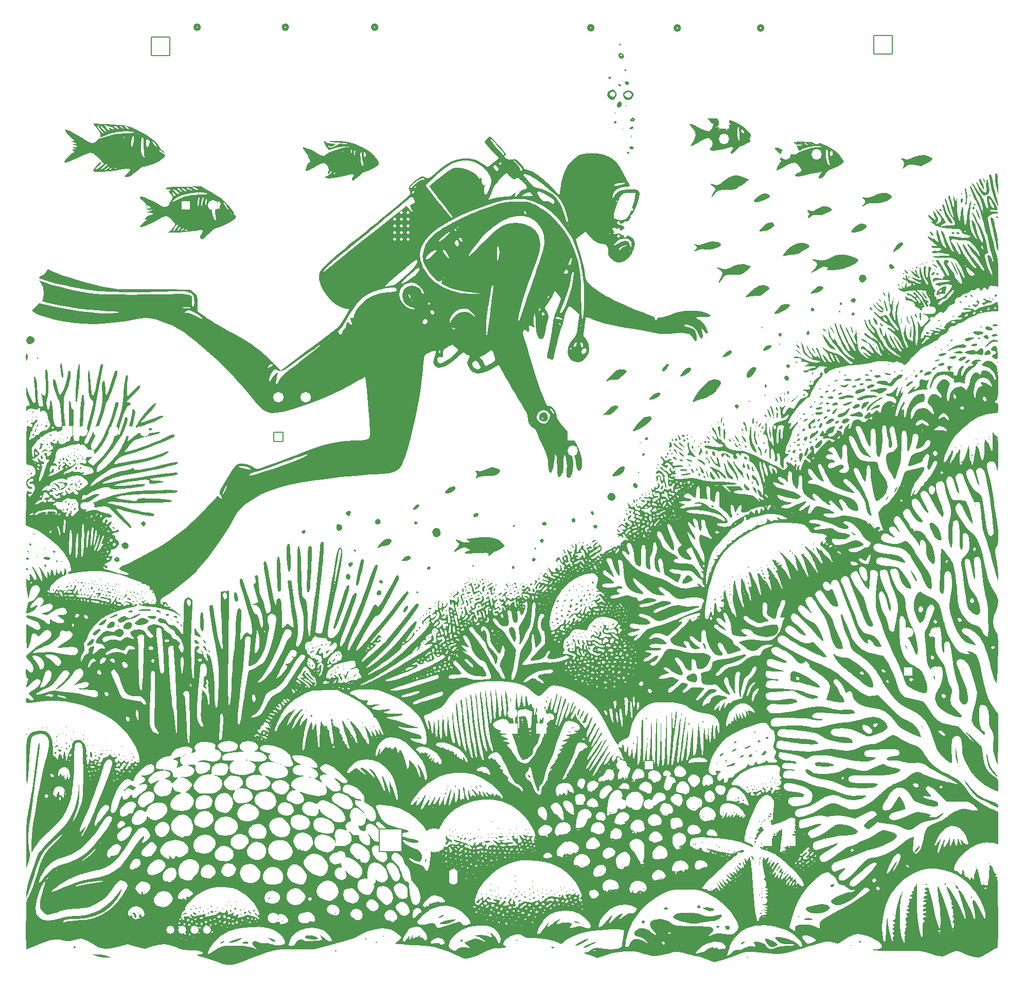
<source format=gbo>
%TF.GenerationSoftware,KiCad,Pcbnew,7.0.9*%
%TF.CreationDate,2024-03-24T19:40:23-04:00*%
%TF.ProjectId,CSTAR,43535441-522e-46b6-9963-61645f706362,rev?*%
%TF.SameCoordinates,Original*%
%TF.FileFunction,Legend,Bot*%
%TF.FilePolarity,Positive*%
%FSLAX46Y46*%
G04 Gerber Fmt 4.6, Leading zero omitted, Abs format (unit mm)*
G04 Created by KiCad (PCBNEW 7.0.9) date 2024-03-24 19:40:23*
%MOMM*%
%LPD*%
G01*
G04 APERTURE LIST*
G04 Aperture macros list*
%AMRoundRect*
0 Rectangle with rounded corners*
0 $1 Rounding radius*
0 $2 $3 $4 $5 $6 $7 $8 $9 X,Y pos of 4 corners*
0 Add a 4 corners polygon primitive as box body*
4,1,4,$2,$3,$4,$5,$6,$7,$8,$9,$2,$3,0*
0 Add four circle primitives for the rounded corners*
1,1,$1+$1,$2,$3*
1,1,$1+$1,$4,$5*
1,1,$1+$1,$6,$7*
1,1,$1+$1,$8,$9*
0 Add four rect primitives between the rounded corners*
20,1,$1+$1,$2,$3,$4,$5,0*
20,1,$1+$1,$4,$5,$6,$7,0*
20,1,$1+$1,$6,$7,$8,$9,0*
20,1,$1+$1,$8,$9,$2,$3,0*%
G04 Aperture macros list end*
%ADD10C,0.508000*%
%ADD11R,1.700000X1.700000*%
%ADD12O,1.700000X1.700000*%
%ADD13C,0.700000*%
%ADD14O,2.354000X1.254000*%
%ADD15O,2.054000X1.254000*%
%ADD16C,1.320800*%
%ADD17C,0.499999*%
%ADD18RoundRect,0.102000X-0.749000X0.749000X-0.749000X-0.749000X0.749000X-0.749000X0.749000X0.749000X0*%
%ADD19C,1.702000*%
%ADD20RoundRect,0.102000X1.500000X1.500000X-1.500000X1.500000X-1.500000X-1.500000X1.500000X-1.500000X0*%
%ADD21C,3.204000*%
%ADD22RoundRect,0.102000X1.858000X1.858000X-1.858000X1.858000X-1.858000X-1.858000X1.858000X-1.858000X0*%
%ADD23C,3.920000*%
%ADD24O,1.404000X2.604000*%
%ADD25C,1.803400*%
%ADD26RoundRect,0.102000X0.749000X-0.749000X0.749000X0.749000X-0.749000X0.749000X-0.749000X-0.749000X0*%
G04 APERTURE END LIST*
D10*
%TO.C,J18*%
X140985999Y-52793000D02*
G75*
G03*
X140985999Y-52793000I-381000J0D01*
G01*
%TO.C,PS1*%
X105715689Y-165757784D02*
G75*
G03*
X105715689Y-165757784I-381000J0D01*
G01*
%TO.C,J17*%
X155219400Y-52832000D02*
G75*
G03*
X155219400Y-52832000I-381000J0D01*
G01*
%TO.C,J11*%
X168925999Y-52832000D02*
G75*
G03*
X168925999Y-52832000I-381000J0D01*
G01*
%TO.C,J19*%
X90726001Y-52705000D02*
G75*
G03*
X90726001Y-52705000I-381000J0D01*
G01*
%TO.C,J12*%
X76215999Y-52705000D02*
G75*
G03*
X76215999Y-52705000I-381000J0D01*
G01*
%TO.C,J29*%
X80492600Y-201207001D02*
G75*
G03*
X80492600Y-201207001I-381000J0D01*
G01*
%TO.C,J21*%
X105425999Y-52705000D02*
G75*
G03*
X105425999Y-52705000I-381000J0D01*
G01*
%TO.C,J30*%
X98181800Y-199263000D02*
G75*
G03*
X98181800Y-199263000I-381000J0D01*
G01*
%TO.C,G\u002A\u002A\u002A*%
G36*
X207654166Y-107834028D02*
G01*
X207565972Y-107922223D01*
X207477778Y-107834028D01*
X207565972Y-107745834D01*
X207654166Y-107834028D01*
G37*
G36*
X206243055Y-190207639D02*
G01*
X206154861Y-190295834D01*
X206066666Y-190207639D01*
X206154861Y-190119445D01*
X206243055Y-190207639D01*
G37*
G36*
X206243055Y-120534028D02*
G01*
X206154861Y-120622223D01*
X206066666Y-120534028D01*
X206154861Y-120445834D01*
X206243055Y-120534028D01*
G37*
G36*
X206243055Y-120004862D02*
G01*
X206154861Y-120093056D01*
X206066666Y-120004862D01*
X206154861Y-119916667D01*
X206243055Y-120004862D01*
G37*
G36*
X205361111Y-193382639D02*
G01*
X205272916Y-193470834D01*
X205184722Y-193382639D01*
X205272916Y-193294445D01*
X205361111Y-193382639D01*
G37*
G36*
X205008333Y-104482639D02*
G01*
X204920139Y-104570834D01*
X204831944Y-104482639D01*
X204920139Y-104394445D01*
X205008333Y-104482639D01*
G37*
G36*
X204126389Y-190913195D02*
G01*
X204038194Y-191001389D01*
X203950000Y-190913195D01*
X204038194Y-190825000D01*
X204126389Y-190913195D01*
G37*
G36*
X204126389Y-120534028D02*
G01*
X204038194Y-120622223D01*
X203950000Y-120534028D01*
X204038194Y-120445834D01*
X204126389Y-120534028D01*
G37*
G36*
X203420833Y-123532639D02*
G01*
X203332639Y-123620834D01*
X203244444Y-123532639D01*
X203332639Y-123444445D01*
X203420833Y-123532639D01*
G37*
G36*
X202891666Y-103071528D02*
G01*
X202803472Y-103159723D01*
X202715278Y-103071528D01*
X202803472Y-102983334D01*
X202891666Y-103071528D01*
G37*
G36*
X202009722Y-158281250D02*
G01*
X201921528Y-158369445D01*
X201833333Y-158281250D01*
X201921528Y-158193056D01*
X202009722Y-158281250D01*
G37*
G36*
X201656944Y-121592362D02*
G01*
X201568750Y-121680556D01*
X201480555Y-121592362D01*
X201568750Y-121504167D01*
X201656944Y-121592362D01*
G37*
G36*
X201304166Y-174332639D02*
G01*
X201215972Y-174420834D01*
X201127778Y-174332639D01*
X201215972Y-174244445D01*
X201304166Y-174332639D01*
G37*
G36*
X200598611Y-121768750D02*
G01*
X200510417Y-121856945D01*
X200422222Y-121768750D01*
X200510417Y-121680556D01*
X200598611Y-121768750D01*
G37*
G36*
X200422222Y-193559028D02*
G01*
X200334028Y-193647223D01*
X200245833Y-193559028D01*
X200334028Y-193470834D01*
X200422222Y-193559028D01*
G37*
G36*
X198129166Y-96897917D02*
G01*
X198040972Y-96986112D01*
X197952778Y-96897917D01*
X198040972Y-96809723D01*
X198129166Y-96897917D01*
G37*
G36*
X197952778Y-199909028D02*
G01*
X197864583Y-199997223D01*
X197776389Y-199909028D01*
X197864583Y-199820834D01*
X197952778Y-199909028D01*
G37*
G36*
X197423611Y-105364584D02*
G01*
X197335416Y-105452778D01*
X197247222Y-105364584D01*
X197335416Y-105276389D01*
X197423611Y-105364584D01*
G37*
G36*
X197423611Y-92664584D02*
G01*
X197335416Y-92752778D01*
X197247222Y-92664584D01*
X197335416Y-92576389D01*
X197423611Y-92664584D01*
G37*
G36*
X195306944Y-167982639D02*
G01*
X195218750Y-168070834D01*
X195130555Y-167982639D01*
X195218750Y-167894445D01*
X195306944Y-167982639D01*
G37*
G36*
X195130555Y-167629861D02*
G01*
X195042361Y-167718056D01*
X194954166Y-167629861D01*
X195042361Y-167541667D01*
X195130555Y-167629861D01*
G37*
G36*
X193895833Y-109245139D02*
G01*
X193807639Y-109333334D01*
X193719444Y-109245139D01*
X193807639Y-109156945D01*
X193895833Y-109245139D01*
G37*
G36*
X193719444Y-92311806D02*
G01*
X193631250Y-92400000D01*
X193543055Y-92311806D01*
X193631250Y-92223612D01*
X193719444Y-92311806D01*
G37*
G36*
X193543055Y-109950695D02*
G01*
X193454861Y-110038889D01*
X193366667Y-109950695D01*
X193454861Y-109862500D01*
X193543055Y-109950695D01*
G37*
G36*
X193013889Y-92664584D02*
G01*
X192925694Y-92752778D01*
X192837500Y-92664584D01*
X192925694Y-92576389D01*
X193013889Y-92664584D01*
G37*
G36*
X192131944Y-98838195D02*
G01*
X192043750Y-98926389D01*
X191955555Y-98838195D01*
X192043750Y-98750000D01*
X192131944Y-98838195D01*
G37*
G36*
X190544444Y-198674306D02*
G01*
X190456250Y-198762500D01*
X190368055Y-198674306D01*
X190456250Y-198586112D01*
X190544444Y-198674306D01*
G37*
G36*
X189662500Y-108186806D02*
G01*
X189574305Y-108275000D01*
X189486111Y-108186806D01*
X189574305Y-108098611D01*
X189662500Y-108186806D01*
G37*
G36*
X187369444Y-134821528D02*
G01*
X187281250Y-134909723D01*
X187193055Y-134821528D01*
X187281250Y-134733334D01*
X187369444Y-134821528D01*
G37*
G36*
X187193055Y-134468750D02*
G01*
X187104861Y-134556945D01*
X187016666Y-134468750D01*
X187104861Y-134380556D01*
X187193055Y-134468750D01*
G37*
G36*
X187193055Y-104835417D02*
G01*
X187104861Y-104923611D01*
X187016666Y-104835417D01*
X187104861Y-104747223D01*
X187193055Y-104835417D01*
G37*
G36*
X184900000Y-103071528D02*
G01*
X184811805Y-103159723D01*
X184723611Y-103071528D01*
X184811805Y-102983334D01*
X184900000Y-103071528D01*
G37*
G36*
X183488889Y-203789584D02*
G01*
X183400694Y-203877778D01*
X183312500Y-203789584D01*
X183400694Y-203701389D01*
X183488889Y-203789584D01*
G37*
G36*
X181901389Y-115418750D02*
G01*
X181813194Y-115506945D01*
X181725000Y-115418750D01*
X181813194Y-115330556D01*
X181901389Y-115418750D01*
G37*
G36*
X177315278Y-137643750D02*
G01*
X177227083Y-137731945D01*
X177138889Y-137643750D01*
X177227083Y-137555556D01*
X177315278Y-137643750D01*
G37*
G36*
X176786111Y-139936806D02*
G01*
X176697917Y-140025000D01*
X176609722Y-139936806D01*
X176697917Y-139848612D01*
X176786111Y-139936806D01*
G37*
G36*
X175551389Y-137820139D02*
G01*
X175463194Y-137908334D01*
X175375000Y-137820139D01*
X175463194Y-137731945D01*
X175551389Y-137820139D01*
G37*
G36*
X175022222Y-118417362D02*
G01*
X174934028Y-118505556D01*
X174845833Y-118417362D01*
X174934028Y-118329167D01*
X175022222Y-118417362D01*
G37*
G36*
X175022222Y-116124306D02*
G01*
X174934028Y-116212500D01*
X174845833Y-116124306D01*
X174934028Y-116036111D01*
X175022222Y-116124306D01*
G37*
G36*
X174669444Y-123532639D02*
G01*
X174581250Y-123620834D01*
X174493055Y-123532639D01*
X174581250Y-123444445D01*
X174669444Y-123532639D01*
G37*
G36*
X174669444Y-116653473D02*
G01*
X174581250Y-116741667D01*
X174493055Y-116653473D01*
X174581250Y-116565278D01*
X174669444Y-116653473D01*
G37*
G36*
X174669444Y-104482639D02*
G01*
X174581250Y-104570834D01*
X174493055Y-104482639D01*
X174581250Y-104394445D01*
X174669444Y-104482639D01*
G37*
G36*
X173963889Y-117535417D02*
G01*
X173875694Y-117623611D01*
X173787500Y-117535417D01*
X173875694Y-117447223D01*
X173963889Y-117535417D01*
G37*
G36*
X173258333Y-113831250D02*
G01*
X173170139Y-113919445D01*
X173081944Y-113831250D01*
X173170139Y-113743056D01*
X173258333Y-113831250D01*
G37*
G36*
X173081944Y-114184028D02*
G01*
X172993750Y-114272223D01*
X172905555Y-114184028D01*
X172993750Y-114095834D01*
X173081944Y-114184028D01*
G37*
G36*
X172905555Y-191618750D02*
G01*
X172817361Y-191706945D01*
X172729166Y-191618750D01*
X172817361Y-191530556D01*
X172905555Y-191618750D01*
G37*
G36*
X172023611Y-112949306D02*
G01*
X171935416Y-113037500D01*
X171847222Y-112949306D01*
X171935416Y-112861111D01*
X172023611Y-112949306D01*
G37*
G36*
X171670833Y-138878473D02*
G01*
X171582639Y-138966667D01*
X171494444Y-138878473D01*
X171582639Y-138790278D01*
X171670833Y-138878473D01*
G37*
G36*
X171494444Y-177154861D02*
G01*
X171406250Y-177243056D01*
X171318055Y-177154861D01*
X171406250Y-177066667D01*
X171494444Y-177154861D01*
G37*
G36*
X171141666Y-176449306D02*
G01*
X171053472Y-176537500D01*
X170965278Y-176449306D01*
X171053472Y-176361111D01*
X171141666Y-176449306D01*
G37*
G36*
X170965278Y-176978473D02*
G01*
X170877083Y-177066667D01*
X170788889Y-176978473D01*
X170877083Y-176890278D01*
X170965278Y-176978473D01*
G37*
G36*
X170612500Y-176272917D02*
G01*
X170524305Y-176361111D01*
X170436111Y-176272917D01*
X170524305Y-176184723D01*
X170612500Y-176272917D01*
G37*
G36*
X170436111Y-177507639D02*
G01*
X170347916Y-177595834D01*
X170259722Y-177507639D01*
X170347916Y-177419445D01*
X170436111Y-177507639D01*
G37*
G36*
X170259722Y-176802084D02*
G01*
X170171528Y-176890278D01*
X170083333Y-176802084D01*
X170171528Y-176713889D01*
X170259722Y-176802084D01*
G37*
G36*
X169906944Y-182975695D02*
G01*
X169818750Y-183063889D01*
X169730555Y-182975695D01*
X169818750Y-182887500D01*
X169906944Y-182975695D01*
G37*
G36*
X169906944Y-117359028D02*
G01*
X169818750Y-117447223D01*
X169730555Y-117359028D01*
X169818750Y-117270834D01*
X169906944Y-117359028D01*
G37*
G36*
X169730555Y-141171528D02*
G01*
X169642361Y-141259723D01*
X169554166Y-141171528D01*
X169642361Y-141083334D01*
X169730555Y-141171528D01*
G37*
G36*
X169377778Y-177154861D02*
G01*
X169289583Y-177243056D01*
X169201389Y-177154861D01*
X169289583Y-177066667D01*
X169377778Y-177154861D01*
G37*
G36*
X169025000Y-186503473D02*
G01*
X168936805Y-186591667D01*
X168848611Y-186503473D01*
X168936805Y-186415278D01*
X169025000Y-186503473D01*
G37*
G36*
X168848611Y-197968750D02*
G01*
X168760416Y-198056945D01*
X168672222Y-197968750D01*
X168760416Y-197880556D01*
X168848611Y-197968750D01*
G37*
G36*
X168848611Y-195322917D02*
G01*
X168760416Y-195411112D01*
X168672222Y-195322917D01*
X168760416Y-195234723D01*
X168848611Y-195322917D01*
G37*
G36*
X168848611Y-194970139D02*
G01*
X168760416Y-195058334D01*
X168672222Y-194970139D01*
X168760416Y-194881945D01*
X168848611Y-194970139D01*
G37*
G36*
X168848611Y-194440973D02*
G01*
X168760416Y-194529167D01*
X168672222Y-194440973D01*
X168760416Y-194352778D01*
X168848611Y-194440973D01*
G37*
G36*
X168848611Y-177154861D02*
G01*
X168760416Y-177243056D01*
X168672222Y-177154861D01*
X168760416Y-177066667D01*
X168848611Y-177154861D01*
G37*
G36*
X168848611Y-134115973D02*
G01*
X168760416Y-134204167D01*
X168672222Y-134115973D01*
X168760416Y-134027778D01*
X168848611Y-134115973D01*
G37*
G36*
X168672222Y-183857639D02*
G01*
X168584028Y-183945834D01*
X168495833Y-183857639D01*
X168584028Y-183769445D01*
X168672222Y-183857639D01*
G37*
G36*
X168672222Y-141524306D02*
G01*
X168584028Y-141612500D01*
X168495833Y-141524306D01*
X168584028Y-141436112D01*
X168672222Y-141524306D01*
G37*
G36*
X168495833Y-195499306D02*
G01*
X168407639Y-195587500D01*
X168319444Y-195499306D01*
X168407639Y-195411112D01*
X168495833Y-195499306D01*
G37*
G36*
X168495833Y-190384028D02*
G01*
X168407639Y-190472223D01*
X168319444Y-190384028D01*
X168407639Y-190295834D01*
X168495833Y-190384028D01*
G37*
G36*
X168495833Y-190031250D02*
G01*
X168407639Y-190119445D01*
X168319444Y-190031250D01*
X168407639Y-189943056D01*
X168495833Y-190031250D01*
G37*
G36*
X168495833Y-183328473D02*
G01*
X168407639Y-183416667D01*
X168319444Y-183328473D01*
X168407639Y-183240278D01*
X168495833Y-183328473D01*
G37*
G36*
X168319444Y-177684028D02*
G01*
X168231250Y-177772223D01*
X168143055Y-177684028D01*
X168231250Y-177595834D01*
X168319444Y-177684028D01*
G37*
G36*
X168143055Y-142053473D02*
G01*
X168054861Y-142141667D01*
X167966666Y-142053473D01*
X168054861Y-141965278D01*
X168143055Y-142053473D01*
G37*
G36*
X168143055Y-134292362D02*
G01*
X168054861Y-134380556D01*
X167966666Y-134292362D01*
X168054861Y-134204167D01*
X168143055Y-134292362D01*
G37*
G36*
X167966666Y-171863195D02*
G01*
X167878472Y-171951389D01*
X167790278Y-171863195D01*
X167878472Y-171775000D01*
X167966666Y-171863195D01*
G37*
G36*
X167790278Y-118417362D02*
G01*
X167702083Y-118505556D01*
X167613889Y-118417362D01*
X167702083Y-118329167D01*
X167790278Y-118417362D01*
G37*
G36*
X167613889Y-187209028D02*
G01*
X167525694Y-187297223D01*
X167437500Y-187209028D01*
X167525694Y-187120834D01*
X167613889Y-187209028D01*
G37*
G36*
X167613889Y-177507639D02*
G01*
X167525694Y-177595834D01*
X167437500Y-177507639D01*
X167525694Y-177419445D01*
X167613889Y-177507639D01*
G37*
G36*
X167084722Y-177507639D02*
G01*
X166996528Y-177595834D01*
X166908333Y-177507639D01*
X166996528Y-177419445D01*
X167084722Y-177507639D01*
G37*
G36*
X166908333Y-185974306D02*
G01*
X166820139Y-186062500D01*
X166731944Y-185974306D01*
X166820139Y-185886112D01*
X166908333Y-185974306D01*
G37*
G36*
X166379166Y-143111806D02*
G01*
X166290972Y-143200000D01*
X166202778Y-143111806D01*
X166290972Y-143023612D01*
X166379166Y-143111806D01*
G37*
G36*
X165850000Y-119475695D02*
G01*
X165761805Y-119563889D01*
X165673611Y-119475695D01*
X165761805Y-119387500D01*
X165850000Y-119475695D01*
G37*
G36*
X165673611Y-177684028D02*
G01*
X165585416Y-177772223D01*
X165497222Y-177684028D01*
X165585416Y-177595834D01*
X165673611Y-177684028D01*
G37*
G36*
X165673611Y-121063195D02*
G01*
X165585416Y-121151389D01*
X165497222Y-121063195D01*
X165585416Y-120975000D01*
X165673611Y-121063195D01*
G37*
G36*
X165497222Y-179447917D02*
G01*
X165409028Y-179536111D01*
X165320833Y-179447917D01*
X165409028Y-179359723D01*
X165497222Y-179447917D01*
G37*
G36*
X165320833Y-142935417D02*
G01*
X165232639Y-143023612D01*
X165144444Y-142935417D01*
X165232639Y-142847223D01*
X165320833Y-142935417D01*
G37*
G36*
X165320833Y-121945139D02*
G01*
X165232639Y-122033334D01*
X165144444Y-121945139D01*
X165232639Y-121856945D01*
X165320833Y-121945139D01*
G37*
G36*
X164968055Y-124061806D02*
G01*
X164879861Y-124150000D01*
X164791666Y-124061806D01*
X164879861Y-123973612D01*
X164968055Y-124061806D01*
G37*
G36*
X164791666Y-143464584D02*
G01*
X164703472Y-143552778D01*
X164615278Y-143464584D01*
X164703472Y-143376389D01*
X164791666Y-143464584D01*
G37*
G36*
X164438889Y-179800695D02*
G01*
X164350694Y-179888889D01*
X164262500Y-179800695D01*
X164350694Y-179712500D01*
X164438889Y-179800695D01*
G37*
G36*
X164438889Y-136056250D02*
G01*
X164350694Y-136144445D01*
X164262500Y-136056250D01*
X164350694Y-135968056D01*
X164438889Y-136056250D01*
G37*
G36*
X164262500Y-181917361D02*
G01*
X164174305Y-182005556D01*
X164086111Y-181917361D01*
X164174305Y-181829167D01*
X164262500Y-181917361D01*
G37*
G36*
X164262500Y-120710417D02*
G01*
X164174305Y-120798612D01*
X164086111Y-120710417D01*
X164174305Y-120622223D01*
X164262500Y-120710417D01*
G37*
G36*
X164086111Y-143111806D02*
G01*
X163997916Y-143200000D01*
X163909722Y-143111806D01*
X163997916Y-143023612D01*
X164086111Y-143111806D01*
G37*
G36*
X164086111Y-120357639D02*
G01*
X163997916Y-120445834D01*
X163909722Y-120357639D01*
X163997916Y-120269445D01*
X164086111Y-120357639D01*
G37*
G36*
X163556944Y-146639584D02*
G01*
X163468750Y-146727778D01*
X163380555Y-146639584D01*
X163468750Y-146551389D01*
X163556944Y-146639584D01*
G37*
G36*
X163556944Y-144346528D02*
G01*
X163468750Y-144434723D01*
X163380555Y-144346528D01*
X163468750Y-144258334D01*
X163556944Y-144346528D01*
G37*
G36*
X163380555Y-188090973D02*
G01*
X163292361Y-188179167D01*
X163204166Y-188090973D01*
X163292361Y-188002778D01*
X163380555Y-188090973D01*
G37*
G36*
X163380555Y-137114584D02*
G01*
X163292361Y-137202778D01*
X163204166Y-137114584D01*
X163292361Y-137026389D01*
X163380555Y-137114584D01*
G37*
G36*
X162675000Y-144699306D02*
G01*
X162586805Y-144787500D01*
X162498611Y-144699306D01*
X162586805Y-144611112D01*
X162675000Y-144699306D01*
G37*
G36*
X162498611Y-181917361D02*
G01*
X162410416Y-182005556D01*
X162322222Y-181917361D01*
X162410416Y-181829167D01*
X162498611Y-181917361D01*
G37*
G36*
X162322222Y-147697917D02*
G01*
X162234028Y-147786112D01*
X162145833Y-147697917D01*
X162234028Y-147609723D01*
X162322222Y-147697917D01*
G37*
G36*
X162145833Y-146463195D02*
G01*
X162057639Y-146551389D01*
X161969444Y-146463195D01*
X162057639Y-146375000D01*
X162145833Y-146463195D01*
G37*
G36*
X161440278Y-139054862D02*
G01*
X161352083Y-139143056D01*
X161263889Y-139054862D01*
X161352083Y-138966667D01*
X161440278Y-139054862D01*
G37*
G36*
X160558333Y-179800695D02*
G01*
X160470139Y-179888889D01*
X160381944Y-179800695D01*
X160470139Y-179712500D01*
X160558333Y-179800695D01*
G37*
G36*
X160558333Y-140818750D02*
G01*
X160470139Y-140906945D01*
X160381944Y-140818750D01*
X160470139Y-140730556D01*
X160558333Y-140818750D01*
G37*
G36*
X160558333Y-118240973D02*
G01*
X160470139Y-118329167D01*
X160381944Y-118240973D01*
X160470139Y-118152778D01*
X160558333Y-118240973D01*
G37*
G36*
X160381944Y-194440973D02*
G01*
X160293750Y-194529167D01*
X160205555Y-194440973D01*
X160293750Y-194352778D01*
X160381944Y-194440973D01*
G37*
G36*
X160381944Y-141524306D02*
G01*
X160293750Y-141612500D01*
X160205555Y-141524306D01*
X160293750Y-141436112D01*
X160381944Y-141524306D01*
G37*
G36*
X160205555Y-142229862D02*
G01*
X160117361Y-142318056D01*
X160029166Y-142229862D01*
X160117361Y-142141667D01*
X160205555Y-142229862D01*
G37*
G36*
X160205555Y-119299306D02*
G01*
X160117361Y-119387500D01*
X160029166Y-119299306D01*
X160117361Y-119211112D01*
X160205555Y-119299306D01*
G37*
G36*
X159852778Y-149638195D02*
G01*
X159764583Y-149726389D01*
X159676389Y-149638195D01*
X159764583Y-149550000D01*
X159852778Y-149638195D01*
G37*
G36*
X159147222Y-182622917D02*
G01*
X159059028Y-182711111D01*
X158970833Y-182622917D01*
X159059028Y-182534723D01*
X159147222Y-182622917D01*
G37*
G36*
X158970833Y-186856250D02*
G01*
X158882639Y-186944445D01*
X158794444Y-186856250D01*
X158882639Y-186768056D01*
X158970833Y-186856250D01*
G37*
G36*
X157736111Y-181211806D02*
G01*
X157647916Y-181300000D01*
X157559722Y-181211806D01*
X157647916Y-181123611D01*
X157736111Y-181211806D01*
G37*
G36*
X157736111Y-149814584D02*
G01*
X157647916Y-149902778D01*
X157559722Y-149814584D01*
X157647916Y-149726389D01*
X157736111Y-149814584D01*
G37*
G36*
X157736111Y-69910417D02*
G01*
X157647916Y-69998612D01*
X157559722Y-69910417D01*
X157647916Y-69822223D01*
X157736111Y-69910417D01*
G37*
G36*
X157383333Y-149990973D02*
G01*
X157295139Y-150079167D01*
X157206944Y-149990973D01*
X157295139Y-149902778D01*
X157383333Y-149990973D01*
G37*
G36*
X156677778Y-150167362D02*
G01*
X156589583Y-150255556D01*
X156501389Y-150167362D01*
X156589583Y-150079167D01*
X156677778Y-150167362D01*
G37*
G36*
X156501389Y-178565973D02*
G01*
X156413194Y-178654167D01*
X156325000Y-178565973D01*
X156413194Y-178477778D01*
X156501389Y-178565973D01*
G37*
G36*
X154913889Y-126707639D02*
G01*
X154825694Y-126795834D01*
X154737500Y-126707639D01*
X154825694Y-126619445D01*
X154913889Y-126707639D01*
G37*
G36*
X152973611Y-182270139D02*
G01*
X152885417Y-182358334D01*
X152797222Y-182270139D01*
X152885417Y-182181945D01*
X152973611Y-182270139D01*
G37*
G36*
X151562500Y-125296528D02*
G01*
X151474305Y-125384723D01*
X151386111Y-125296528D01*
X151474305Y-125208334D01*
X151562500Y-125296528D01*
G37*
G36*
X150151389Y-129000695D02*
G01*
X150063194Y-129088889D01*
X149975000Y-129000695D01*
X150063194Y-128912500D01*
X150151389Y-129000695D01*
G37*
G36*
X149798611Y-129706250D02*
G01*
X149710417Y-129794445D01*
X149622222Y-129706250D01*
X149710417Y-129618056D01*
X149798611Y-129706250D01*
G37*
G36*
X149622222Y-129353473D02*
G01*
X149534028Y-129441667D01*
X149445833Y-129353473D01*
X149534028Y-129265278D01*
X149622222Y-129353473D01*
G37*
G36*
X149445833Y-194440973D02*
G01*
X149357639Y-194529167D01*
X149269444Y-194440973D01*
X149357639Y-194352778D01*
X149445833Y-194440973D01*
G37*
G36*
X149093055Y-131117362D02*
G01*
X149004861Y-131205556D01*
X148916667Y-131117362D01*
X149004861Y-131029167D01*
X149093055Y-131117362D01*
G37*
G36*
X148563889Y-130940973D02*
G01*
X148475694Y-131029167D01*
X148387500Y-130940973D01*
X148475694Y-130852778D01*
X148563889Y-130940973D01*
G37*
G36*
X147505555Y-131117362D02*
G01*
X147417361Y-131205556D01*
X147329167Y-131117362D01*
X147417361Y-131029167D01*
X147505555Y-131117362D01*
G37*
G36*
X145918055Y-190560417D02*
G01*
X145829861Y-190648612D01*
X145741667Y-190560417D01*
X145829861Y-190472223D01*
X145918055Y-190560417D01*
G37*
G36*
X145918055Y-69381250D02*
G01*
X145829861Y-69469445D01*
X145741667Y-69381250D01*
X145829861Y-69293056D01*
X145918055Y-69381250D01*
G37*
G36*
X145741667Y-190913195D02*
G01*
X145653472Y-191001389D01*
X145565278Y-190913195D01*
X145653472Y-190825000D01*
X145741667Y-190913195D01*
G37*
G36*
X145388889Y-133939584D02*
G01*
X145300694Y-134027778D01*
X145212500Y-133939584D01*
X145300694Y-133851389D01*
X145388889Y-133939584D01*
G37*
G36*
X144683333Y-172215973D02*
G01*
X144595139Y-172304167D01*
X144506944Y-172215973D01*
X144595139Y-172127778D01*
X144683333Y-172215973D01*
G37*
G36*
X143977778Y-138172917D02*
G01*
X143889583Y-138261112D01*
X143801389Y-138172917D01*
X143889583Y-138084723D01*
X143977778Y-138172917D01*
G37*
G36*
X143625000Y-151225695D02*
G01*
X143536805Y-151313889D01*
X143448611Y-151225695D01*
X143536805Y-151137500D01*
X143625000Y-151225695D01*
G37*
G36*
X142566667Y-179624306D02*
G01*
X142478472Y-179712500D01*
X142390278Y-179624306D01*
X142478472Y-179536111D01*
X142566667Y-179624306D01*
G37*
G36*
X142390278Y-191795139D02*
G01*
X142302083Y-191883334D01*
X142213889Y-191795139D01*
X142302083Y-191706945D01*
X142390278Y-191795139D01*
G37*
G36*
X142390278Y-149990973D02*
G01*
X142302083Y-150079167D01*
X142213889Y-149990973D01*
X142302083Y-149902778D01*
X142390278Y-149990973D01*
G37*
G36*
X142037500Y-150520139D02*
G01*
X141949305Y-150608334D01*
X141861111Y-150520139D01*
X141949305Y-150431945D01*
X142037500Y-150520139D01*
G37*
G36*
X141684722Y-187561806D02*
G01*
X141596528Y-187650000D01*
X141508333Y-187561806D01*
X141596528Y-187473612D01*
X141684722Y-187561806D01*
G37*
G36*
X141508333Y-150696528D02*
G01*
X141420139Y-150784723D01*
X141331944Y-150696528D01*
X141420139Y-150608334D01*
X141508333Y-150696528D01*
G37*
G36*
X140979167Y-145228473D02*
G01*
X140890972Y-145316667D01*
X140802778Y-145228473D01*
X140890972Y-145140278D01*
X140979167Y-145228473D01*
G37*
G36*
X140273611Y-144522917D02*
G01*
X140185416Y-144611112D01*
X140097222Y-144522917D01*
X140185416Y-144434723D01*
X140273611Y-144522917D01*
G37*
G36*
X139920833Y-153165973D02*
G01*
X139832639Y-153254167D01*
X139744444Y-153165973D01*
X139832639Y-153077778D01*
X139920833Y-153165973D01*
G37*
G36*
X139744444Y-152813195D02*
G01*
X139656250Y-152901389D01*
X139568055Y-152813195D01*
X139656250Y-152725000D01*
X139744444Y-152813195D01*
G37*
G36*
X139391666Y-200261806D02*
G01*
X139303472Y-200350000D01*
X139215278Y-200261806D01*
X139303472Y-200173612D01*
X139391666Y-200261806D01*
G37*
G36*
X139391666Y-152284028D02*
G01*
X139303472Y-152372223D01*
X139215278Y-152284028D01*
X139303472Y-152195834D01*
X139391666Y-152284028D01*
G37*
G36*
X139215278Y-190560417D02*
G01*
X139127083Y-190648612D01*
X139038889Y-190560417D01*
X139127083Y-190472223D01*
X139215278Y-190560417D01*
G37*
G36*
X138862500Y-152460417D02*
G01*
X138774305Y-152548612D01*
X138686111Y-152460417D01*
X138774305Y-152372223D01*
X138862500Y-152460417D01*
G37*
G36*
X138862500Y-137467362D02*
G01*
X138774305Y-137555556D01*
X138686111Y-137467362D01*
X138774305Y-137379167D01*
X138862500Y-137467362D01*
G37*
G36*
X138509722Y-194970139D02*
G01*
X138421528Y-195058334D01*
X138333333Y-194970139D01*
X138421528Y-194881945D01*
X138509722Y-194970139D01*
G37*
G36*
X138509722Y-152989584D02*
G01*
X138421528Y-153077778D01*
X138333333Y-152989584D01*
X138421528Y-152901389D01*
X138509722Y-152989584D01*
G37*
G36*
X138156944Y-152284028D02*
G01*
X138068750Y-152372223D01*
X137980555Y-152284028D01*
X138068750Y-152195834D01*
X138156944Y-152284028D01*
G37*
G36*
X137804166Y-144699306D02*
G01*
X137715972Y-144787500D01*
X137627778Y-144699306D01*
X137715972Y-144611112D01*
X137804166Y-144699306D01*
G37*
G36*
X137275000Y-188443750D02*
G01*
X137186805Y-188531945D01*
X137098611Y-188443750D01*
X137186805Y-188355556D01*
X137275000Y-188443750D01*
G37*
G36*
X137275000Y-138525695D02*
G01*
X137186805Y-138613889D01*
X137098611Y-138525695D01*
X137186805Y-138437500D01*
X137275000Y-138525695D01*
G37*
G36*
X137098611Y-194617362D02*
G01*
X137010416Y-194705556D01*
X136922222Y-194617362D01*
X137010416Y-194529167D01*
X137098611Y-194617362D01*
G37*
G36*
X136745833Y-194970139D02*
G01*
X136657639Y-195058334D01*
X136569444Y-194970139D01*
X136657639Y-194881945D01*
X136745833Y-194970139D01*
G37*
G36*
X136745833Y-146110417D02*
G01*
X136657639Y-146198612D01*
X136569444Y-146110417D01*
X136657639Y-146022223D01*
X136745833Y-146110417D01*
G37*
G36*
X136393055Y-194264584D02*
G01*
X136304861Y-194352778D01*
X136216666Y-194264584D01*
X136304861Y-194176389D01*
X136393055Y-194264584D01*
G37*
G36*
X136040278Y-139407639D02*
G01*
X135952083Y-139495834D01*
X135863889Y-139407639D01*
X135952083Y-139319445D01*
X136040278Y-139407639D01*
G37*
G36*
X135863889Y-194617362D02*
G01*
X135775694Y-194705556D01*
X135687500Y-194617362D01*
X135775694Y-194529167D01*
X135863889Y-194617362D01*
G37*
G36*
X135687500Y-194088195D02*
G01*
X135599305Y-194176389D01*
X135511111Y-194088195D01*
X135599305Y-194000000D01*
X135687500Y-194088195D01*
G37*
G36*
X135334722Y-188443750D02*
G01*
X135246528Y-188531945D01*
X135158333Y-188443750D01*
X135246528Y-188355556D01*
X135334722Y-188443750D01*
G37*
G36*
X135334722Y-141171528D02*
G01*
X135246528Y-141259723D01*
X135158333Y-141171528D01*
X135246528Y-141083334D01*
X135334722Y-141171528D01*
G37*
G36*
X135158333Y-194970139D02*
G01*
X135070139Y-195058334D01*
X134981944Y-194970139D01*
X135070139Y-194881945D01*
X135158333Y-194970139D01*
G37*
G36*
X134100000Y-166218750D02*
G01*
X134011805Y-166306945D01*
X133923611Y-166218750D01*
X134011805Y-166130556D01*
X134100000Y-166218750D01*
G37*
G36*
X133747222Y-195322917D02*
G01*
X133659028Y-195411112D01*
X133570833Y-195322917D01*
X133659028Y-195234723D01*
X133747222Y-195322917D01*
G37*
G36*
X133570833Y-142229862D02*
G01*
X133482639Y-142318056D01*
X133394444Y-142229862D01*
X133482639Y-142141667D01*
X133570833Y-142229862D01*
G37*
G36*
X133394444Y-195322917D02*
G01*
X133306250Y-195411112D01*
X133218055Y-195322917D01*
X133306250Y-195234723D01*
X133394444Y-195322917D01*
G37*
G36*
X133394444Y-194617362D02*
G01*
X133306250Y-194705556D01*
X133218055Y-194617362D01*
X133306250Y-194529167D01*
X133394444Y-194617362D01*
G37*
G36*
X132688889Y-195146528D02*
G01*
X132600694Y-195234723D01*
X132512500Y-195146528D01*
X132600694Y-195058334D01*
X132688889Y-195146528D01*
G37*
G36*
X132688889Y-194440973D02*
G01*
X132600694Y-194529167D01*
X132512500Y-194440973D01*
X132600694Y-194352778D01*
X132688889Y-194440973D01*
G37*
G36*
X132512500Y-142582639D02*
G01*
X132424305Y-142670834D01*
X132336111Y-142582639D01*
X132424305Y-142494445D01*
X132512500Y-142582639D01*
G37*
G36*
X132159722Y-142935417D02*
G01*
X132071528Y-143023612D01*
X131983333Y-142935417D01*
X132071528Y-142847223D01*
X132159722Y-142935417D01*
G37*
G36*
X131983333Y-194793750D02*
G01*
X131895139Y-194881945D01*
X131806944Y-194793750D01*
X131895139Y-194705556D01*
X131983333Y-194793750D01*
G37*
G36*
X131101389Y-194088195D02*
G01*
X131013194Y-194176389D01*
X130925000Y-194088195D01*
X131013194Y-194000000D01*
X131101389Y-194088195D01*
G37*
G36*
X131101389Y-193206250D02*
G01*
X131013194Y-193294445D01*
X130925000Y-193206250D01*
X131013194Y-193118056D01*
X131101389Y-193206250D01*
G37*
G36*
X130572222Y-184739584D02*
G01*
X130484028Y-184827778D01*
X130395833Y-184739584D01*
X130484028Y-184651389D01*
X130572222Y-184739584D01*
G37*
G36*
X130395833Y-185268750D02*
G01*
X130307639Y-185356945D01*
X130219444Y-185268750D01*
X130307639Y-185180556D01*
X130395833Y-185268750D01*
G37*
G36*
X130219444Y-144346528D02*
G01*
X130131250Y-144434723D01*
X130043055Y-144346528D01*
X130131250Y-144258334D01*
X130219444Y-144346528D01*
G37*
G36*
X129866666Y-194970139D02*
G01*
X129778472Y-195058334D01*
X129690278Y-194970139D01*
X129778472Y-194881945D01*
X129866666Y-194970139D01*
G37*
G36*
X129690278Y-185268750D02*
G01*
X129602083Y-185356945D01*
X129513889Y-185268750D01*
X129602083Y-185180556D01*
X129690278Y-185268750D01*
G37*
G36*
X129513889Y-144170139D02*
G01*
X129425694Y-144258334D01*
X129337500Y-144170139D01*
X129425694Y-144081945D01*
X129513889Y-144170139D01*
G37*
G36*
X129161111Y-144346528D02*
G01*
X129072916Y-144434723D01*
X128984722Y-144346528D01*
X129072916Y-144258334D01*
X129161111Y-144346528D01*
G37*
G36*
X128984722Y-145052084D02*
G01*
X128896528Y-145140278D01*
X128808333Y-145052084D01*
X128896528Y-144963889D01*
X128984722Y-145052084D01*
G37*
G36*
X128808333Y-79611806D02*
G01*
X128720139Y-79700000D01*
X128631944Y-79611806D01*
X128720139Y-79523611D01*
X128808333Y-79611806D01*
G37*
G36*
X128631944Y-185797917D02*
G01*
X128543750Y-185886112D01*
X128455555Y-185797917D01*
X128543750Y-185709723D01*
X128631944Y-185797917D01*
G37*
G36*
X128631944Y-185268750D02*
G01*
X128543750Y-185356945D01*
X128455555Y-185268750D01*
X128543750Y-185180556D01*
X128631944Y-185268750D01*
G37*
G36*
X128631944Y-145228473D02*
G01*
X128543750Y-145316667D01*
X128455555Y-145228473D01*
X128543750Y-145140278D01*
X128631944Y-145228473D01*
G37*
G36*
X128455555Y-184563195D02*
G01*
X128367361Y-184651389D01*
X128279166Y-184563195D01*
X128367361Y-184475000D01*
X128455555Y-184563195D01*
G37*
G36*
X128279166Y-193206250D02*
G01*
X128190972Y-193294445D01*
X128102778Y-193206250D01*
X128190972Y-193118056D01*
X128279166Y-193206250D01*
G37*
G36*
X128279166Y-192324306D02*
G01*
X128190972Y-192412500D01*
X128102778Y-192324306D01*
X128190972Y-192236112D01*
X128279166Y-192324306D01*
G37*
G36*
X128102778Y-185268750D02*
G01*
X128014583Y-185356945D01*
X127926389Y-185268750D01*
X128014583Y-185180556D01*
X128102778Y-185268750D01*
G37*
G36*
X127573611Y-194793750D02*
G01*
X127485416Y-194881945D01*
X127397222Y-194793750D01*
X127485416Y-194705556D01*
X127573611Y-194793750D01*
G37*
G36*
X127573611Y-145228473D02*
G01*
X127485416Y-145316667D01*
X127397222Y-145228473D01*
X127485416Y-145140278D01*
X127573611Y-145228473D01*
G37*
G36*
X127397222Y-185268750D02*
G01*
X127309028Y-185356945D01*
X127220833Y-185268750D01*
X127309028Y-185180556D01*
X127397222Y-185268750D01*
G37*
G36*
X127397222Y-184739584D02*
G01*
X127309028Y-184827778D01*
X127220833Y-184739584D01*
X127309028Y-184651389D01*
X127397222Y-184739584D01*
G37*
G36*
X127397222Y-144522917D02*
G01*
X127309028Y-144611112D01*
X127220833Y-144522917D01*
X127309028Y-144434723D01*
X127397222Y-144522917D01*
G37*
G36*
X127220833Y-195499306D02*
G01*
X127132639Y-195587500D01*
X127044444Y-195499306D01*
X127132639Y-195411112D01*
X127220833Y-195499306D01*
G37*
G36*
X127220833Y-145404862D02*
G01*
X127132639Y-145493056D01*
X127044444Y-145404862D01*
X127132639Y-145316667D01*
X127220833Y-145404862D01*
G37*
G36*
X127220833Y-144170139D02*
G01*
X127132639Y-144258334D01*
X127044444Y-144170139D01*
X127132639Y-144081945D01*
X127220833Y-144170139D01*
G37*
G36*
X126868055Y-185797917D02*
G01*
X126779861Y-185886112D01*
X126691666Y-185797917D01*
X126779861Y-185709723D01*
X126868055Y-185797917D01*
G37*
G36*
X125986111Y-185268750D02*
G01*
X125897916Y-185356945D01*
X125809722Y-185268750D01*
X125897916Y-185180556D01*
X125986111Y-185268750D01*
G37*
G36*
X125456944Y-194264584D02*
G01*
X125368750Y-194352778D01*
X125280555Y-194264584D01*
X125368750Y-194176389D01*
X125456944Y-194264584D01*
G37*
G36*
X125456944Y-184563195D02*
G01*
X125368750Y-184651389D01*
X125280555Y-184563195D01*
X125368750Y-184475000D01*
X125456944Y-184563195D01*
G37*
G36*
X124927778Y-194793750D02*
G01*
X124839583Y-194881945D01*
X124751389Y-194793750D01*
X124839583Y-194705556D01*
X124927778Y-194793750D01*
G37*
G36*
X124398611Y-195499306D02*
G01*
X124310416Y-195587500D01*
X124222222Y-195499306D01*
X124310416Y-195411112D01*
X124398611Y-195499306D01*
G37*
G36*
X124398611Y-186856250D02*
G01*
X124310416Y-186944445D01*
X124222222Y-186856250D01*
X124310416Y-186768056D01*
X124398611Y-186856250D01*
G37*
G36*
X124398611Y-185974306D02*
G01*
X124310416Y-186062500D01*
X124222222Y-185974306D01*
X124310416Y-185886112D01*
X124398611Y-185974306D01*
G37*
G36*
X124398611Y-185268750D02*
G01*
X124310416Y-185356945D01*
X124222222Y-185268750D01*
X124310416Y-185180556D01*
X124398611Y-185268750D01*
G37*
G36*
X124398611Y-183328473D02*
G01*
X124310416Y-183416667D01*
X124222222Y-183328473D01*
X124310416Y-183240278D01*
X124398611Y-183328473D01*
G37*
G36*
X124222222Y-193735417D02*
G01*
X124134028Y-193823612D01*
X124045833Y-193735417D01*
X124134028Y-193647223D01*
X124222222Y-193735417D01*
G37*
G36*
X123869444Y-185974306D02*
G01*
X123781250Y-186062500D01*
X123693055Y-185974306D01*
X123781250Y-185886112D01*
X123869444Y-185974306D01*
G37*
G36*
X123869444Y-185445139D02*
G01*
X123781250Y-185533334D01*
X123693055Y-185445139D01*
X123781250Y-185356945D01*
X123869444Y-185445139D01*
G37*
G36*
X123516666Y-195322917D02*
G01*
X123428472Y-195411112D01*
X123340278Y-195322917D01*
X123428472Y-195234723D01*
X123516666Y-195322917D01*
G37*
G36*
X123516666Y-143993750D02*
G01*
X123428472Y-144081945D01*
X123340278Y-143993750D01*
X123428472Y-143905556D01*
X123516666Y-143993750D01*
G37*
G36*
X123340278Y-143464584D02*
G01*
X123252083Y-143552778D01*
X123163889Y-143464584D01*
X123252083Y-143376389D01*
X123340278Y-143464584D01*
G37*
G36*
X122634722Y-185974306D02*
G01*
X122546528Y-186062500D01*
X122458333Y-185974306D01*
X122546528Y-185886112D01*
X122634722Y-185974306D01*
G37*
G36*
X122281944Y-184739584D02*
G01*
X122193750Y-184827778D01*
X122105555Y-184739584D01*
X122193750Y-184651389D01*
X122281944Y-184739584D01*
G37*
G36*
X122105555Y-195852084D02*
G01*
X122017361Y-195940278D01*
X121929166Y-195852084D01*
X122017361Y-195763889D01*
X122105555Y-195852084D01*
G37*
G36*
X122105555Y-185797917D02*
G01*
X122017361Y-185886112D01*
X121929166Y-185797917D01*
X122017361Y-185709723D01*
X122105555Y-185797917D01*
G37*
G36*
X121929166Y-143640973D02*
G01*
X121840972Y-143729167D01*
X121752778Y-143640973D01*
X121840972Y-143552778D01*
X121929166Y-143640973D01*
G37*
G36*
X121400000Y-147168750D02*
G01*
X121311805Y-147256945D01*
X121223611Y-147168750D01*
X121311805Y-147080556D01*
X121400000Y-147168750D01*
G37*
G36*
X121400000Y-143993750D02*
G01*
X121311805Y-144081945D01*
X121223611Y-143993750D01*
X121311805Y-143905556D01*
X121400000Y-143993750D01*
G37*
G36*
X121223611Y-143464584D02*
G01*
X121135416Y-143552778D01*
X121047222Y-143464584D01*
X121135416Y-143376389D01*
X121223611Y-143464584D01*
G37*
G36*
X121047222Y-177684028D02*
G01*
X120959028Y-177772223D01*
X120870833Y-177684028D01*
X120959028Y-177595834D01*
X121047222Y-177684028D01*
G37*
G36*
X120870833Y-185268750D02*
G01*
X120782639Y-185356945D01*
X120694444Y-185268750D01*
X120782639Y-185180556D01*
X120870833Y-185268750D01*
G37*
G36*
X120694444Y-145052084D02*
G01*
X120606250Y-145140278D01*
X120518055Y-145052084D01*
X120606250Y-144963889D01*
X120694444Y-145052084D01*
G37*
G36*
X120694444Y-143817362D02*
G01*
X120606250Y-143905556D01*
X120518055Y-143817362D01*
X120606250Y-143729167D01*
X120694444Y-143817362D01*
G37*
G36*
X120694444Y-143288195D02*
G01*
X120606250Y-143376389D01*
X120518055Y-143288195D01*
X120606250Y-143200000D01*
X120694444Y-143288195D01*
G37*
G36*
X120518055Y-148403473D02*
G01*
X120429861Y-148491667D01*
X120341666Y-148403473D01*
X120429861Y-148315278D01*
X120518055Y-148403473D01*
G37*
G36*
X120341666Y-185268750D02*
G01*
X120253472Y-185356945D01*
X120165278Y-185268750D01*
X120253472Y-185180556D01*
X120341666Y-185268750D01*
G37*
G36*
X119636111Y-185621528D02*
G01*
X119547916Y-185709723D01*
X119459722Y-185621528D01*
X119547916Y-185533334D01*
X119636111Y-185621528D01*
G37*
G36*
X118930555Y-148403473D02*
G01*
X118842361Y-148491667D01*
X118754166Y-148403473D01*
X118842361Y-148315278D01*
X118930555Y-148403473D01*
G37*
G36*
X118401389Y-184739584D02*
G01*
X118313194Y-184827778D01*
X118225000Y-184739584D01*
X118313194Y-184651389D01*
X118401389Y-184739584D01*
G37*
G36*
X118048611Y-185797917D02*
G01*
X117960416Y-185886112D01*
X117872222Y-185797917D01*
X117960416Y-185709723D01*
X118048611Y-185797917D01*
G37*
G36*
X118048611Y-145581250D02*
G01*
X117960416Y-145669445D01*
X117872222Y-145581250D01*
X117960416Y-145493056D01*
X118048611Y-145581250D01*
G37*
G36*
X117872222Y-185092361D02*
G01*
X117784028Y-185180556D01*
X117695833Y-185092361D01*
X117784028Y-185004167D01*
X117872222Y-185092361D01*
G37*
G36*
X117519444Y-184739584D02*
G01*
X117431250Y-184827778D01*
X117343055Y-184739584D01*
X117431250Y-184651389D01*
X117519444Y-184739584D01*
G37*
G36*
X116637500Y-185621528D02*
G01*
X116549305Y-185709723D01*
X116461111Y-185621528D01*
X116549305Y-185533334D01*
X116637500Y-185621528D01*
G37*
G36*
X116284722Y-166042361D02*
G01*
X116196528Y-166130556D01*
X116108333Y-166042361D01*
X116196528Y-165954167D01*
X116284722Y-166042361D01*
G37*
G36*
X116284722Y-147168750D02*
G01*
X116196528Y-147256945D01*
X116108333Y-147168750D01*
X116196528Y-147080556D01*
X116284722Y-147168750D01*
G37*
G36*
X116108333Y-178742361D02*
G01*
X116020139Y-178830556D01*
X115931944Y-178742361D01*
X116020139Y-178654167D01*
X116108333Y-178742361D01*
G37*
G36*
X115931944Y-185621528D02*
G01*
X115843750Y-185709723D01*
X115755555Y-185621528D01*
X115843750Y-185533334D01*
X115931944Y-185621528D01*
G37*
G36*
X113638889Y-150696528D02*
G01*
X113550694Y-150784723D01*
X113462500Y-150696528D01*
X113550694Y-150608334D01*
X113638889Y-150696528D01*
G37*
G36*
X113638889Y-148756250D02*
G01*
X113550694Y-148844445D01*
X113462500Y-148756250D01*
X113550694Y-148668056D01*
X113638889Y-148756250D01*
G37*
G36*
X112933333Y-154753473D02*
G01*
X112845139Y-154841667D01*
X112756944Y-154753473D01*
X112845139Y-154665278D01*
X112933333Y-154753473D01*
G37*
G36*
X112756944Y-149814584D02*
G01*
X112668750Y-149902778D01*
X112580555Y-149814584D01*
X112668750Y-149726389D01*
X112756944Y-149814584D01*
G37*
G36*
X112580555Y-150167362D02*
G01*
X112492361Y-150255556D01*
X112404166Y-150167362D01*
X112492361Y-150079167D01*
X112580555Y-150167362D01*
G37*
G36*
X104995833Y-167806250D02*
G01*
X104907639Y-167894445D01*
X104819444Y-167806250D01*
X104907639Y-167718056D01*
X104995833Y-167806250D01*
G37*
G36*
X104466667Y-168159028D02*
G01*
X104378472Y-168247223D01*
X104290278Y-168159028D01*
X104378472Y-168070834D01*
X104466667Y-168159028D01*
G37*
G36*
X103584722Y-182446528D02*
G01*
X103496528Y-182534723D01*
X103408333Y-182446528D01*
X103496528Y-182358334D01*
X103584722Y-182446528D01*
G37*
G36*
X103055555Y-167982639D02*
G01*
X102967361Y-168070834D01*
X102879167Y-167982639D01*
X102967361Y-167894445D01*
X103055555Y-167982639D01*
G37*
G36*
X103055555Y-167100695D02*
G01*
X102967361Y-167188889D01*
X102879167Y-167100695D01*
X102967361Y-167012500D01*
X103055555Y-167100695D01*
G37*
G36*
X101115278Y-159692361D02*
G01*
X101027083Y-159780556D01*
X100938889Y-159692361D01*
X101027083Y-159604167D01*
X101115278Y-159692361D01*
G37*
G36*
X100762500Y-166571528D02*
G01*
X100674305Y-166659723D01*
X100586111Y-166571528D01*
X100674305Y-166483334D01*
X100762500Y-166571528D01*
G37*
G36*
X100762500Y-159868750D02*
G01*
X100674305Y-159956945D01*
X100586111Y-159868750D01*
X100674305Y-159780556D01*
X100762500Y-159868750D01*
G37*
G36*
X100056944Y-158281250D02*
G01*
X99968750Y-158369445D01*
X99880555Y-158281250D01*
X99968750Y-158193056D01*
X100056944Y-158281250D01*
G37*
G36*
X100056944Y-157752084D02*
G01*
X99968750Y-157840278D01*
X99880555Y-157752084D01*
X99968750Y-157663889D01*
X100056944Y-157752084D01*
G37*
G36*
X99351389Y-160221528D02*
G01*
X99263194Y-160309723D01*
X99175000Y-160221528D01*
X99263194Y-160133334D01*
X99351389Y-160221528D01*
G37*
G36*
X98645833Y-198497917D02*
G01*
X98557639Y-198586112D01*
X98469444Y-198497917D01*
X98557639Y-198409723D01*
X98645833Y-198497917D01*
G37*
G36*
X98116667Y-158634028D02*
G01*
X98028472Y-158722223D01*
X97940278Y-158634028D01*
X98028472Y-158545834D01*
X98116667Y-158634028D01*
G37*
G36*
X97940278Y-155282639D02*
G01*
X97852083Y-155370834D01*
X97763889Y-155282639D01*
X97852083Y-155194445D01*
X97940278Y-155282639D01*
G37*
G36*
X97763889Y-165865973D02*
G01*
X97675694Y-165954167D01*
X97587500Y-165865973D01*
X97675694Y-165777778D01*
X97763889Y-165865973D01*
G37*
G36*
X97058333Y-156164584D02*
G01*
X96970139Y-156252778D01*
X96881944Y-156164584D01*
X96970139Y-156076389D01*
X97058333Y-156164584D01*
G37*
G36*
X95823611Y-154577084D02*
G01*
X95735417Y-154665278D01*
X95647222Y-154577084D01*
X95735417Y-154488889D01*
X95823611Y-154577084D01*
G37*
G36*
X95470833Y-154753473D02*
G01*
X95382639Y-154841667D01*
X95294444Y-154753473D01*
X95382639Y-154665278D01*
X95470833Y-154753473D01*
G37*
G36*
X94941667Y-156164584D02*
G01*
X94853472Y-156252778D01*
X94765278Y-156164584D01*
X94853472Y-156076389D01*
X94941667Y-156164584D01*
G37*
G36*
X94765278Y-154224306D02*
G01*
X94677083Y-154312500D01*
X94588889Y-154224306D01*
X94677083Y-154136111D01*
X94765278Y-154224306D01*
G37*
G36*
X94412500Y-157222917D02*
G01*
X94324305Y-157311111D01*
X94236111Y-157222917D01*
X94324305Y-157134723D01*
X94412500Y-157222917D01*
G37*
G36*
X94236111Y-154929861D02*
G01*
X94147917Y-155018056D01*
X94059722Y-154929861D01*
X94147917Y-154841667D01*
X94236111Y-154929861D01*
G37*
G36*
X93883333Y-165160417D02*
G01*
X93795139Y-165248611D01*
X93706944Y-165160417D01*
X93795139Y-165072223D01*
X93883333Y-165160417D01*
G37*
G36*
X90002778Y-199732639D02*
G01*
X89914583Y-199820834D01*
X89826389Y-199732639D01*
X89914583Y-199644445D01*
X90002778Y-199732639D01*
G37*
G36*
X89650000Y-173979861D02*
G01*
X89561805Y-174068056D01*
X89473611Y-173979861D01*
X89561805Y-173891667D01*
X89650000Y-173979861D01*
G37*
G36*
X83652778Y-197792362D02*
G01*
X83564583Y-197880556D01*
X83476389Y-197792362D01*
X83564583Y-197704167D01*
X83652778Y-197792362D01*
G37*
G36*
X82594444Y-178036806D02*
G01*
X82506250Y-178125000D01*
X82418055Y-178036806D01*
X82506250Y-177948611D01*
X82594444Y-178036806D01*
G37*
G36*
X82241667Y-196557639D02*
G01*
X82153472Y-196645834D01*
X82065278Y-196557639D01*
X82153472Y-196469445D01*
X82241667Y-196557639D01*
G37*
G36*
X81536111Y-197263195D02*
G01*
X81447917Y-197351389D01*
X81359722Y-197263195D01*
X81447917Y-197175000D01*
X81536111Y-197263195D01*
G37*
G36*
X81183333Y-196557639D02*
G01*
X81095139Y-196645834D01*
X81006944Y-196557639D01*
X81095139Y-196469445D01*
X81183333Y-196557639D01*
G37*
G36*
X80830555Y-197263195D02*
G01*
X80742361Y-197351389D01*
X80654167Y-197263195D01*
X80742361Y-197175000D01*
X80830555Y-197263195D01*
G37*
G36*
X80125000Y-197792362D02*
G01*
X80036805Y-197880556D01*
X79948611Y-197792362D01*
X80036805Y-197704167D01*
X80125000Y-197792362D01*
G37*
G36*
X79243055Y-197615973D02*
G01*
X79154861Y-197704167D01*
X79066667Y-197615973D01*
X79154861Y-197527778D01*
X79243055Y-197615973D01*
G37*
G36*
X77655555Y-197792362D02*
G01*
X77567361Y-197880556D01*
X77479167Y-197792362D01*
X77567361Y-197704167D01*
X77655555Y-197792362D01*
G37*
G36*
X75362500Y-197263195D02*
G01*
X75274305Y-197351389D01*
X75186111Y-197263195D01*
X75274305Y-197175000D01*
X75362500Y-197263195D01*
G37*
G36*
X73951389Y-172392361D02*
G01*
X73863194Y-172480556D01*
X73775000Y-172392361D01*
X73863194Y-172304167D01*
X73951389Y-172392361D01*
G37*
G36*
X73598611Y-172568750D02*
G01*
X73510417Y-172656945D01*
X73422222Y-172568750D01*
X73510417Y-172480556D01*
X73598611Y-172568750D01*
G37*
G36*
X71658333Y-150167362D02*
G01*
X71570139Y-150255556D01*
X71481944Y-150167362D01*
X71570139Y-150079167D01*
X71658333Y-150167362D01*
G37*
G36*
X68659722Y-146992362D02*
G01*
X68571528Y-147080556D01*
X68483333Y-146992362D01*
X68571528Y-146904167D01*
X68659722Y-146992362D01*
G37*
G36*
X68483333Y-147345139D02*
G01*
X68395139Y-147433334D01*
X68306944Y-147345139D01*
X68395139Y-147256945D01*
X68483333Y-147345139D01*
G37*
G36*
X67425000Y-145757639D02*
G01*
X67336805Y-145845834D01*
X67248611Y-145757639D01*
X67336805Y-145669445D01*
X67425000Y-145757639D01*
G37*
G36*
X67248611Y-194970139D02*
G01*
X67160416Y-195058334D01*
X67072222Y-194970139D01*
X67160416Y-194881945D01*
X67248611Y-194970139D01*
G37*
G36*
X66895833Y-145581250D02*
G01*
X66807639Y-145669445D01*
X66719444Y-145581250D01*
X66807639Y-145493056D01*
X66895833Y-145581250D01*
G37*
G36*
X66719444Y-146110417D02*
G01*
X66631250Y-146198612D01*
X66543055Y-146110417D01*
X66631250Y-146022223D01*
X66719444Y-146110417D01*
G37*
G36*
X66543055Y-146815973D02*
G01*
X66454861Y-146904167D01*
X66366666Y-146815973D01*
X66454861Y-146727778D01*
X66543055Y-146815973D01*
G37*
G36*
X66366666Y-144346528D02*
G01*
X66278472Y-144434723D01*
X66190278Y-144346528D01*
X66278472Y-144258334D01*
X66366666Y-144346528D01*
G37*
G36*
X66190278Y-173274306D02*
G01*
X66102083Y-173362500D01*
X66013889Y-173274306D01*
X66102083Y-173186111D01*
X66190278Y-173274306D01*
G37*
G36*
X65484722Y-146110417D02*
G01*
X65396528Y-146198612D01*
X65308333Y-146110417D01*
X65396528Y-146022223D01*
X65484722Y-146110417D01*
G37*
G36*
X65131944Y-172215973D02*
G01*
X65043750Y-172304167D01*
X64955555Y-172215973D01*
X65043750Y-172127778D01*
X65131944Y-172215973D01*
G37*
G36*
X65131944Y-146286806D02*
G01*
X65043750Y-146375000D01*
X64955555Y-146286806D01*
X65043750Y-146198612D01*
X65131944Y-146286806D01*
G37*
G36*
X64955555Y-198321528D02*
G01*
X64867361Y-198409723D01*
X64779166Y-198321528D01*
X64867361Y-198233334D01*
X64955555Y-198321528D01*
G37*
G36*
X64426389Y-145404862D02*
G01*
X64338194Y-145493056D01*
X64250000Y-145404862D01*
X64338194Y-145316667D01*
X64426389Y-145404862D01*
G37*
G36*
X64250000Y-173097917D02*
G01*
X64161805Y-173186111D01*
X64073611Y-173097917D01*
X64161805Y-173009723D01*
X64250000Y-173097917D01*
G37*
G36*
X63897222Y-172568750D02*
G01*
X63809028Y-172656945D01*
X63720833Y-172568750D01*
X63809028Y-172480556D01*
X63897222Y-172568750D01*
G37*
G36*
X63897222Y-147521528D02*
G01*
X63809028Y-147609723D01*
X63720833Y-147521528D01*
X63809028Y-147433334D01*
X63897222Y-147521528D01*
G37*
G36*
X63544444Y-170981250D02*
G01*
X63456250Y-171069445D01*
X63368055Y-170981250D01*
X63456250Y-170893056D01*
X63544444Y-170981250D01*
G37*
G36*
X63544444Y-146815973D02*
G01*
X63456250Y-146904167D01*
X63368055Y-146815973D01*
X63456250Y-146727778D01*
X63544444Y-146815973D01*
G37*
G36*
X63368055Y-173097917D02*
G01*
X63279861Y-173186111D01*
X63191666Y-173097917D01*
X63279861Y-173009723D01*
X63368055Y-173097917D01*
G37*
G36*
X63368055Y-146286806D02*
G01*
X63279861Y-146375000D01*
X63191666Y-146286806D01*
X63279861Y-146198612D01*
X63368055Y-146286806D01*
G37*
G36*
X63015278Y-145581250D02*
G01*
X62927083Y-145669445D01*
X62838889Y-145581250D01*
X62927083Y-145493056D01*
X63015278Y-145581250D01*
G37*
G36*
X63015278Y-144346528D02*
G01*
X62927083Y-144434723D01*
X62838889Y-144346528D01*
X62927083Y-144258334D01*
X63015278Y-144346528D01*
G37*
G36*
X62838889Y-146110417D02*
G01*
X62750694Y-146198612D01*
X62662500Y-146110417D01*
X62750694Y-146022223D01*
X62838889Y-146110417D01*
G37*
G36*
X62662500Y-144346528D02*
G01*
X62574305Y-144434723D01*
X62486111Y-144346528D01*
X62574305Y-144258334D01*
X62662500Y-144346528D01*
G37*
G36*
X62486111Y-145404862D02*
G01*
X62397916Y-145493056D01*
X62309722Y-145404862D01*
X62397916Y-145316667D01*
X62486111Y-145404862D01*
G37*
G36*
X62486111Y-144699306D02*
G01*
X62397916Y-144787500D01*
X62309722Y-144699306D01*
X62397916Y-144611112D01*
X62486111Y-144699306D01*
G37*
G36*
X61956944Y-144699306D02*
G01*
X61868750Y-144787500D01*
X61780555Y-144699306D01*
X61868750Y-144611112D01*
X61956944Y-144699306D01*
G37*
G36*
X61780555Y-171686806D02*
G01*
X61692361Y-171775000D01*
X61604166Y-171686806D01*
X61692361Y-171598611D01*
X61780555Y-171686806D01*
G37*
G36*
X61427778Y-144699306D02*
G01*
X61339583Y-144787500D01*
X61251389Y-144699306D01*
X61339583Y-144611112D01*
X61427778Y-144699306D01*
G37*
G36*
X61251389Y-144170139D02*
G01*
X61163194Y-144258334D01*
X61075000Y-144170139D01*
X61163194Y-144081945D01*
X61251389Y-144170139D01*
G37*
G36*
X61075000Y-171686806D02*
G01*
X60986805Y-171775000D01*
X60898611Y-171686806D01*
X60986805Y-171598611D01*
X61075000Y-171686806D01*
G37*
G36*
X60898611Y-172215973D02*
G01*
X60810416Y-172304167D01*
X60722222Y-172215973D01*
X60810416Y-172127778D01*
X60898611Y-172215973D01*
G37*
G36*
X60722222Y-145581250D02*
G01*
X60634028Y-145669445D01*
X60545833Y-145581250D01*
X60634028Y-145493056D01*
X60722222Y-145581250D01*
G37*
G36*
X60369444Y-171686806D02*
G01*
X60281250Y-171775000D01*
X60193055Y-171686806D01*
X60281250Y-171598611D01*
X60369444Y-171686806D01*
G37*
G36*
X60369444Y-145052084D02*
G01*
X60281250Y-145140278D01*
X60193055Y-145052084D01*
X60281250Y-144963889D01*
X60369444Y-145052084D01*
G37*
G36*
X60193055Y-144522917D02*
G01*
X60104861Y-144611112D01*
X60016666Y-144522917D01*
X60104861Y-144434723D01*
X60193055Y-144522917D01*
G37*
G36*
X60016666Y-143464584D02*
G01*
X59928472Y-143552778D01*
X59840278Y-143464584D01*
X59928472Y-143376389D01*
X60016666Y-143464584D01*
G37*
G36*
X59487500Y-144346528D02*
G01*
X59399305Y-144434723D01*
X59311111Y-144346528D01*
X59399305Y-144258334D01*
X59487500Y-144346528D01*
G37*
G36*
X59311111Y-144875695D02*
G01*
X59222916Y-144963889D01*
X59134722Y-144875695D01*
X59222916Y-144787500D01*
X59311111Y-144875695D01*
G37*
G36*
X59134722Y-172039584D02*
G01*
X59046528Y-172127778D01*
X58958333Y-172039584D01*
X59046528Y-171951389D01*
X59134722Y-172039584D01*
G37*
G36*
X59134722Y-143817362D02*
G01*
X59046528Y-143905556D01*
X58958333Y-143817362D01*
X59046528Y-143729167D01*
X59134722Y-143817362D01*
G37*
G36*
X58958333Y-144346528D02*
G01*
X58870139Y-144434723D01*
X58781944Y-144346528D01*
X58870139Y-144258334D01*
X58958333Y-144346528D01*
G37*
G36*
X58781944Y-170804861D02*
G01*
X58693750Y-170893056D01*
X58605555Y-170804861D01*
X58693750Y-170716667D01*
X58781944Y-170804861D01*
G37*
G36*
X58605555Y-144170139D02*
G01*
X58517361Y-144258334D01*
X58429166Y-144170139D01*
X58517361Y-144081945D01*
X58605555Y-144170139D01*
G37*
G36*
X58605555Y-143817362D02*
G01*
X58517361Y-143905556D01*
X58429166Y-143817362D01*
X58517361Y-143729167D01*
X58605555Y-143817362D01*
G37*
G36*
X58252778Y-145581250D02*
G01*
X58164583Y-145669445D01*
X58076389Y-145581250D01*
X58164583Y-145493056D01*
X58252778Y-145581250D01*
G37*
G36*
X58252778Y-125472917D02*
G01*
X58164583Y-125561112D01*
X58076389Y-125472917D01*
X58164583Y-125384723D01*
X58252778Y-125472917D01*
G37*
G36*
X58076389Y-144170139D02*
G01*
X57988194Y-144258334D01*
X57900000Y-144170139D01*
X57988194Y-144081945D01*
X58076389Y-144170139D01*
G37*
G36*
X57900000Y-170804861D02*
G01*
X57811805Y-170893056D01*
X57723611Y-170804861D01*
X57811805Y-170716667D01*
X57900000Y-170804861D01*
G37*
G36*
X57723611Y-145581250D02*
G01*
X57635416Y-145669445D01*
X57547222Y-145581250D01*
X57635416Y-145493056D01*
X57723611Y-145581250D01*
G37*
G36*
X57547222Y-145052084D02*
G01*
X57459028Y-145140278D01*
X57370833Y-145052084D01*
X57459028Y-144963889D01*
X57547222Y-145052084D01*
G37*
G36*
X57547222Y-144170139D02*
G01*
X57459028Y-144258334D01*
X57370833Y-144170139D01*
X57459028Y-144081945D01*
X57547222Y-144170139D01*
G37*
G36*
X57194444Y-169217361D02*
G01*
X57106250Y-169305556D01*
X57018055Y-169217361D01*
X57106250Y-169129167D01*
X57194444Y-169217361D01*
G37*
G36*
X57194444Y-145581250D02*
G01*
X57106250Y-145669445D01*
X57018055Y-145581250D01*
X57106250Y-145493056D01*
X57194444Y-145581250D01*
G37*
G36*
X56665278Y-124061806D02*
G01*
X56577083Y-124150000D01*
X56488889Y-124061806D01*
X56577083Y-123973612D01*
X56665278Y-124061806D01*
G37*
G36*
X56665278Y-123179862D02*
G01*
X56577083Y-123268056D01*
X56488889Y-123179862D01*
X56577083Y-123091667D01*
X56665278Y-123179862D01*
G37*
G36*
X56312500Y-124590973D02*
G01*
X56224305Y-124679167D01*
X56136111Y-124590973D01*
X56224305Y-124502778D01*
X56312500Y-124590973D01*
G37*
G36*
X56312500Y-123709028D02*
G01*
X56224305Y-123797223D01*
X56136111Y-123709028D01*
X56224305Y-123620834D01*
X56312500Y-123709028D01*
G37*
G36*
X56312500Y-122121528D02*
G01*
X56224305Y-122209723D01*
X56136111Y-122121528D01*
X56224305Y-122033334D01*
X56312500Y-122121528D01*
G37*
G36*
X56136111Y-123356250D02*
G01*
X56047916Y-123444445D01*
X55959722Y-123356250D01*
X56047916Y-123268056D01*
X56136111Y-123356250D01*
G37*
G36*
X55959722Y-143640973D02*
G01*
X55871528Y-143729167D01*
X55783333Y-143640973D01*
X55871528Y-143552778D01*
X55959722Y-143640973D01*
G37*
G36*
X55783333Y-122650695D02*
G01*
X55695139Y-122738889D01*
X55606944Y-122650695D01*
X55695139Y-122562500D01*
X55783333Y-122650695D01*
G37*
G36*
X55783333Y-121945139D02*
G01*
X55695139Y-122033334D01*
X55606944Y-121945139D01*
X55695139Y-121856945D01*
X55783333Y-121945139D01*
G37*
G36*
X55606944Y-168511806D02*
G01*
X55518750Y-168600000D01*
X55430555Y-168511806D01*
X55518750Y-168423611D01*
X55606944Y-168511806D01*
G37*
G36*
X55430555Y-128471528D02*
G01*
X55342361Y-128559723D01*
X55254166Y-128471528D01*
X55342361Y-128383334D01*
X55430555Y-128471528D01*
G37*
G36*
X55254166Y-131646528D02*
G01*
X55165972Y-131734723D01*
X55077778Y-131646528D01*
X55165972Y-131558334D01*
X55254166Y-131646528D01*
G37*
G36*
X55254166Y-122827084D02*
G01*
X55165972Y-122915278D01*
X55077778Y-122827084D01*
X55165972Y-122738889D01*
X55254166Y-122827084D01*
G37*
G36*
X55077778Y-123532639D02*
G01*
X54989583Y-123620834D01*
X54901389Y-123532639D01*
X54989583Y-123444445D01*
X55077778Y-123532639D01*
G37*
G36*
X54901389Y-144170139D02*
G01*
X54813194Y-144258334D01*
X54725000Y-144170139D01*
X54813194Y-144081945D01*
X54901389Y-144170139D01*
G37*
G36*
X54372222Y-169217361D02*
G01*
X54284028Y-169305556D01*
X54195833Y-169217361D01*
X54284028Y-169129167D01*
X54372222Y-169217361D01*
G37*
G36*
X54372222Y-167806250D02*
G01*
X54284028Y-167894445D01*
X54195833Y-167806250D01*
X54284028Y-167718056D01*
X54372222Y-167806250D01*
G37*
G36*
X54019444Y-122297917D02*
G01*
X53931250Y-122386112D01*
X53843055Y-122297917D01*
X53931250Y-122209723D01*
X54019444Y-122297917D01*
G37*
G36*
X54019444Y-119475695D02*
G01*
X53931250Y-119563889D01*
X53843055Y-119475695D01*
X53931250Y-119387500D01*
X54019444Y-119475695D01*
G37*
G36*
X53843055Y-168864584D02*
G01*
X53754861Y-168952778D01*
X53666666Y-168864584D01*
X53754861Y-168776389D01*
X53843055Y-168864584D01*
G37*
G36*
X53666666Y-171157639D02*
G01*
X53578472Y-171245834D01*
X53490278Y-171157639D01*
X53578472Y-171069445D01*
X53666666Y-171157639D01*
G37*
G36*
X53666666Y-140642362D02*
G01*
X53578472Y-140730556D01*
X53490278Y-140642362D01*
X53578472Y-140554167D01*
X53666666Y-140642362D01*
G37*
G36*
X53666666Y-128118750D02*
G01*
X53578472Y-128206945D01*
X53490278Y-128118750D01*
X53578472Y-128030556D01*
X53666666Y-128118750D01*
G37*
G36*
X53666666Y-122297917D02*
G01*
X53578472Y-122386112D01*
X53490278Y-122297917D01*
X53578472Y-122209723D01*
X53666666Y-122297917D01*
G37*
G36*
X53666666Y-119652084D02*
G01*
X53578472Y-119740278D01*
X53490278Y-119652084D01*
X53578472Y-119563889D01*
X53666666Y-119652084D01*
G37*
G36*
X53313889Y-120357639D02*
G01*
X53225694Y-120445834D01*
X53137500Y-120357639D01*
X53225694Y-120269445D01*
X53313889Y-120357639D01*
G37*
G36*
X53137500Y-169040973D02*
G01*
X53049305Y-169129167D01*
X52961111Y-169040973D01*
X53049305Y-168952778D01*
X53137500Y-169040973D01*
G37*
G36*
X52784722Y-170099306D02*
G01*
X52696528Y-170187500D01*
X52608333Y-170099306D01*
X52696528Y-170011111D01*
X52784722Y-170099306D01*
G37*
G36*
X52784722Y-125649306D02*
G01*
X52696528Y-125737500D01*
X52608333Y-125649306D01*
X52696528Y-125561112D01*
X52784722Y-125649306D01*
G37*
G36*
X52431944Y-170452084D02*
G01*
X52343750Y-170540278D01*
X52255555Y-170452084D01*
X52343750Y-170363889D01*
X52431944Y-170452084D01*
G37*
G36*
X52079166Y-128118750D02*
G01*
X51990972Y-128206945D01*
X51902778Y-128118750D01*
X51990972Y-128030556D01*
X52079166Y-128118750D01*
G37*
G36*
X51197222Y-167982639D02*
G01*
X51109028Y-168070834D01*
X51020833Y-167982639D01*
X51109028Y-167894445D01*
X51197222Y-167982639D01*
G37*
G36*
X51197222Y-128471528D02*
G01*
X51109028Y-128559723D01*
X51020833Y-128471528D01*
X51109028Y-128383334D01*
X51197222Y-128471528D01*
G37*
G36*
X51197222Y-120357639D02*
G01*
X51109028Y-120445834D01*
X51020833Y-120357639D01*
X51109028Y-120269445D01*
X51197222Y-120357639D01*
G37*
G36*
X51197222Y-117711806D02*
G01*
X51109028Y-117800000D01*
X51020833Y-117711806D01*
X51109028Y-117623611D01*
X51197222Y-117711806D01*
G37*
G36*
X50844444Y-138525695D02*
G01*
X50756250Y-138613889D01*
X50668055Y-138525695D01*
X50756250Y-138437500D01*
X50844444Y-138525695D01*
G37*
G36*
X50668055Y-120710417D02*
G01*
X50579861Y-120798612D01*
X50491666Y-120710417D01*
X50579861Y-120622223D01*
X50668055Y-120710417D01*
G37*
G36*
X50491666Y-167982639D02*
G01*
X50403472Y-168070834D01*
X50315278Y-167982639D01*
X50403472Y-167894445D01*
X50491666Y-167982639D01*
G37*
G36*
X50315278Y-118064584D02*
G01*
X50227083Y-118152778D01*
X50138889Y-118064584D01*
X50227083Y-117976389D01*
X50315278Y-118064584D01*
G37*
G36*
X49609722Y-139760417D02*
G01*
X49521528Y-139848612D01*
X49433333Y-139760417D01*
X49521528Y-139672223D01*
X49609722Y-139760417D01*
G37*
G36*
X49433333Y-116829861D02*
G01*
X49345139Y-116918056D01*
X49256944Y-116829861D01*
X49345139Y-116741667D01*
X49433333Y-116829861D01*
G37*
G36*
X48904166Y-116829861D02*
G01*
X48815972Y-116918056D01*
X48727778Y-116829861D01*
X48815972Y-116741667D01*
X48904166Y-116829861D01*
G37*
G36*
X48727778Y-117359028D02*
G01*
X48639583Y-117447223D01*
X48551389Y-117359028D01*
X48639583Y-117270834D01*
X48727778Y-117359028D01*
G37*
G36*
X48198611Y-168159028D02*
G01*
X48110416Y-168247223D01*
X48022222Y-168159028D01*
X48110416Y-168070834D01*
X48198611Y-168159028D01*
G37*
G36*
X48198611Y-125649306D02*
G01*
X48110416Y-125737500D01*
X48022222Y-125649306D01*
X48110416Y-125561112D01*
X48198611Y-125649306D01*
G37*
G36*
X48022222Y-126178473D02*
G01*
X47934028Y-126266667D01*
X47845833Y-126178473D01*
X47934028Y-126090278D01*
X48022222Y-126178473D01*
G37*
G36*
X47845833Y-169040973D02*
G01*
X47757639Y-169129167D01*
X47669444Y-169040973D01*
X47757639Y-168952778D01*
X47845833Y-169040973D01*
G37*
G36*
X206889815Y-97397686D02*
G01*
X206917410Y-97450740D01*
X206772222Y-97515278D01*
X206678842Y-97502549D01*
X206654629Y-97397686D01*
X206680482Y-97376575D01*
X206889815Y-97397686D01*
G37*
G36*
X206360648Y-97221297D02*
G01*
X206388243Y-97274351D01*
X206243055Y-97338889D01*
X206149676Y-97326160D01*
X206125463Y-97221297D01*
X206151316Y-97200186D01*
X206360648Y-97221297D01*
G37*
G36*
X205052430Y-101984570D02*
G01*
X205082351Y-102045819D01*
X204831944Y-102073538D01*
X204589300Y-102048951D01*
X204611458Y-101984570D01*
X204691301Y-101961273D01*
X205052430Y-101984570D01*
G37*
G36*
X204420370Y-121210186D02*
G01*
X204447966Y-121263240D01*
X204302778Y-121327778D01*
X204209398Y-121315049D01*
X204185185Y-121210186D01*
X204211038Y-121189075D01*
X204420370Y-121210186D01*
G37*
G36*
X203950000Y-131381945D02*
G01*
X203937270Y-131475325D01*
X203832407Y-131499537D01*
X203811297Y-131473685D01*
X203832407Y-131264352D01*
X203885462Y-131236757D01*
X203950000Y-131381945D01*
G37*
G36*
X203420833Y-123091667D02*
G01*
X203408104Y-123185047D01*
X203303241Y-123209260D01*
X203282130Y-123183407D01*
X203303241Y-122974074D01*
X203356295Y-122946479D01*
X203420833Y-123091667D01*
G37*
G36*
X203068055Y-80405556D02*
G01*
X203055326Y-80498936D01*
X202950463Y-80523149D01*
X202929352Y-80497296D01*
X202950463Y-80287963D01*
X203003517Y-80260368D01*
X203068055Y-80405556D01*
G37*
G36*
X201643019Y-80126274D02*
G01*
X201630547Y-80305178D01*
X201550376Y-80357784D01*
X201515422Y-80295380D01*
X201536451Y-80019705D01*
X201599941Y-79938061D01*
X201643019Y-80126274D01*
G37*
G36*
X200466319Y-100220681D02*
G01*
X200496240Y-100281930D01*
X200245833Y-100309650D01*
X200003188Y-100285062D01*
X200025347Y-100220681D01*
X200105190Y-100197384D01*
X200466319Y-100220681D01*
G37*
G36*
X199481481Y-104982408D02*
G01*
X199509077Y-105035462D01*
X199363889Y-105100000D01*
X199270509Y-105087271D01*
X199246296Y-104982408D01*
X199272149Y-104961297D01*
X199481481Y-104982408D01*
G37*
G36*
X198423148Y-105687963D02*
G01*
X198450743Y-105741018D01*
X198305555Y-105805556D01*
X198212176Y-105792826D01*
X198187963Y-105687963D01*
X198213816Y-105666853D01*
X198423148Y-105687963D01*
G37*
G36*
X198338628Y-101804507D02*
G01*
X198420273Y-101867997D01*
X198232060Y-101911075D01*
X198053156Y-101898603D01*
X198000550Y-101818432D01*
X198062954Y-101783479D01*
X198338628Y-101804507D01*
G37*
G36*
X197985851Y-100922562D02*
G01*
X198067495Y-100986053D01*
X197879282Y-101029131D01*
X197700378Y-101016659D01*
X197647772Y-100936488D01*
X197710176Y-100901534D01*
X197985851Y-100922562D01*
G37*
G36*
X195953704Y-193706019D02*
G01*
X195981299Y-193759074D01*
X195836111Y-193823612D01*
X195742731Y-193810882D01*
X195718518Y-193706019D01*
X195744371Y-193684909D01*
X195953704Y-193706019D01*
G37*
G36*
X195953704Y-91400463D02*
G01*
X195981299Y-91453518D01*
X195836111Y-91518056D01*
X195742731Y-91505326D01*
X195718518Y-91400463D01*
X195744371Y-91379353D01*
X195953704Y-91400463D01*
G37*
G36*
X195293019Y-91591551D02*
G01*
X195280547Y-91770456D01*
X195200376Y-91823062D01*
X195165422Y-91760658D01*
X195186451Y-91484983D01*
X195249941Y-91403338D01*
X195293019Y-91591551D01*
G37*
G36*
X194895370Y-91753241D02*
G01*
X194922966Y-91806296D01*
X194777778Y-91870834D01*
X194684398Y-91858104D01*
X194660185Y-91753241D01*
X194686038Y-91732131D01*
X194895370Y-91753241D01*
G37*
G36*
X193307870Y-93340741D02*
G01*
X193335466Y-93393796D01*
X193190278Y-93458334D01*
X193096898Y-93445604D01*
X193072685Y-93340741D01*
X193098538Y-93319631D01*
X193307870Y-93340741D01*
G37*
G36*
X192131944Y-93281945D02*
G01*
X192119215Y-93375325D01*
X192014352Y-93399537D01*
X191993241Y-93373685D01*
X192014352Y-93164352D01*
X192067406Y-93136757D01*
X192131944Y-93281945D01*
G37*
G36*
X191999653Y-109216515D02*
G01*
X192029573Y-109277763D01*
X191779167Y-109305483D01*
X191536522Y-109280895D01*
X191558680Y-109216515D01*
X191638523Y-109193218D01*
X191999653Y-109216515D01*
G37*
G36*
X190753906Y-109389229D02*
G01*
X190835551Y-109452719D01*
X190647338Y-109495797D01*
X190468433Y-109483325D01*
X190415827Y-109403154D01*
X190478231Y-109368201D01*
X190753906Y-109389229D01*
G37*
G36*
X183253704Y-112390741D02*
G01*
X183281299Y-112443796D01*
X183136111Y-112508334D01*
X183042731Y-112495604D01*
X183018518Y-112390741D01*
X183044371Y-112369631D01*
X183253704Y-112390741D01*
G37*
G36*
X182640017Y-109918396D02*
G01*
X182721662Y-109981886D01*
X182533449Y-110024964D01*
X182354544Y-110012492D01*
X182301938Y-109932321D01*
X182364343Y-109897367D01*
X182640017Y-109918396D01*
G37*
G36*
X181666204Y-109392130D02*
G01*
X181693799Y-109445185D01*
X181548611Y-109509723D01*
X181455231Y-109496993D01*
X181431018Y-109392130D01*
X181456871Y-109371020D01*
X181666204Y-109392130D01*
G37*
G36*
X177609259Y-114331019D02*
G01*
X177636855Y-114384074D01*
X177491667Y-114448611D01*
X177398287Y-114435882D01*
X177374074Y-114331019D01*
X177399927Y-114309909D01*
X177609259Y-114331019D01*
G37*
G36*
X177315278Y-138613889D02*
G01*
X177302548Y-138707269D01*
X177197685Y-138731482D01*
X177176575Y-138705629D01*
X177197685Y-138496297D01*
X177250740Y-138468701D01*
X177315278Y-138613889D01*
G37*
G36*
X177256481Y-116447686D02*
G01*
X177284077Y-116500740D01*
X177138889Y-116565278D01*
X177045509Y-116552549D01*
X177021296Y-116447686D01*
X177047149Y-116426575D01*
X177256481Y-116447686D01*
G37*
G36*
X176903704Y-110979630D02*
G01*
X176931299Y-111032685D01*
X176786111Y-111097223D01*
X176692731Y-111084493D01*
X176668518Y-110979630D01*
X176694371Y-110958520D01*
X176903704Y-110979630D01*
G37*
G36*
X175727778Y-121327778D02*
G01*
X175715048Y-121421158D01*
X175610185Y-121445371D01*
X175589075Y-121419518D01*
X175610185Y-121210186D01*
X175663240Y-121182590D01*
X175727778Y-121327778D01*
G37*
G36*
X175198611Y-117094445D02*
G01*
X175185881Y-117187825D01*
X175081018Y-117212037D01*
X175059908Y-117186185D01*
X175081018Y-116976852D01*
X175134073Y-116949257D01*
X175198611Y-117094445D01*
G37*
G36*
X174963426Y-198997686D02*
G01*
X174991021Y-199050740D01*
X174845833Y-199115278D01*
X174752453Y-199102549D01*
X174728241Y-198997686D01*
X174754093Y-198976575D01*
X174963426Y-198997686D01*
G37*
G36*
X174713542Y-107805404D02*
G01*
X174743462Y-107866652D01*
X174493055Y-107894372D01*
X174250411Y-107869784D01*
X174272569Y-107805404D01*
X174352412Y-107782107D01*
X174713542Y-107805404D01*
G37*
G36*
X173905092Y-139201852D02*
G01*
X173932688Y-139254907D01*
X173787500Y-139319445D01*
X173694120Y-139306715D01*
X173669907Y-139201852D01*
X173695760Y-139180742D01*
X173905092Y-139201852D01*
G37*
G36*
X173552315Y-138849074D02*
G01*
X173579910Y-138902129D01*
X173434722Y-138966667D01*
X173341342Y-138953937D01*
X173317129Y-138849074D01*
X173342982Y-138827964D01*
X173552315Y-138849074D01*
G37*
G36*
X173552315Y-121562963D02*
G01*
X173579910Y-121616018D01*
X173434722Y-121680556D01*
X173341342Y-121667826D01*
X173317129Y-121562963D01*
X173342982Y-121541853D01*
X173552315Y-121562963D01*
G37*
G36*
X172524927Y-113037500D02*
G01*
X172500339Y-113280145D01*
X172435959Y-113257986D01*
X172412662Y-113178143D01*
X172435959Y-112817014D01*
X172497207Y-112787093D01*
X172524927Y-113037500D01*
G37*
G36*
X172670370Y-191942130D02*
G01*
X172697966Y-191995185D01*
X172552778Y-192059723D01*
X172459398Y-192046993D01*
X172435185Y-191942130D01*
X172461038Y-191921020D01*
X172670370Y-191942130D01*
G37*
G36*
X171788426Y-104806019D02*
G01*
X171816021Y-104859074D01*
X171670833Y-104923611D01*
X171577453Y-104910882D01*
X171553241Y-104806019D01*
X171579093Y-104784909D01*
X171788426Y-104806019D01*
G37*
G36*
X170906481Y-141671297D02*
G01*
X170934077Y-141724351D01*
X170788889Y-141788889D01*
X170695509Y-141776160D01*
X170671296Y-141671297D01*
X170697149Y-141650186D01*
X170906481Y-141671297D01*
G37*
G36*
X169730555Y-177772223D02*
G01*
X169717826Y-177865602D01*
X169612963Y-177889815D01*
X169591852Y-177863962D01*
X169612963Y-177654630D01*
X169666017Y-177627035D01*
X169730555Y-177772223D01*
G37*
G36*
X169377778Y-113213889D02*
G01*
X169365048Y-113307269D01*
X169260185Y-113331482D01*
X169239075Y-113305629D01*
X169260185Y-113096297D01*
X169313240Y-113068701D01*
X169377778Y-113213889D01*
G37*
G36*
X169173538Y-121151389D02*
G01*
X169148950Y-121394034D01*
X169084570Y-121371875D01*
X169061273Y-121292032D01*
X169084570Y-120930903D01*
X169145818Y-120900982D01*
X169173538Y-121151389D01*
G37*
G36*
X169318981Y-183122686D02*
G01*
X169346577Y-183175740D01*
X169201389Y-183240278D01*
X169108009Y-183227549D01*
X169083796Y-183122686D01*
X169109649Y-183101575D01*
X169318981Y-183122686D01*
G37*
G36*
X168966204Y-195822686D02*
G01*
X168993799Y-195875740D01*
X168848611Y-195940278D01*
X168755231Y-195927549D01*
X168731018Y-195822686D01*
X168756871Y-195801575D01*
X168966204Y-195822686D01*
G37*
G36*
X168848611Y-142141667D02*
G01*
X168835881Y-142235047D01*
X168731018Y-142259260D01*
X168709908Y-142233407D01*
X168731018Y-142024074D01*
X168784073Y-141996479D01*
X168848611Y-142141667D01*
G37*
G36*
X168848611Y-102101389D02*
G01*
X168835881Y-102194769D01*
X168731018Y-102218982D01*
X168709908Y-102193129D01*
X168731018Y-101983797D01*
X168784073Y-101956201D01*
X168848611Y-102101389D01*
G37*
G36*
X168672222Y-119211112D02*
G01*
X168659492Y-119304491D01*
X168554629Y-119328704D01*
X168533519Y-119302851D01*
X168554629Y-119093519D01*
X168607684Y-119065923D01*
X168672222Y-119211112D01*
G37*
G36*
X168705295Y-198465618D02*
G01*
X168786940Y-198529108D01*
X168598727Y-198572186D01*
X168419822Y-198559714D01*
X168367216Y-198479543D01*
X168429620Y-198444590D01*
X168705295Y-198465618D01*
G37*
G36*
X168305519Y-119813774D02*
G01*
X168293047Y-119992678D01*
X168212876Y-120045284D01*
X168177922Y-119982880D01*
X168198951Y-119707205D01*
X168262441Y-119625561D01*
X168305519Y-119813774D01*
G37*
G36*
X167966666Y-178125000D02*
G01*
X167953937Y-178218380D01*
X167849074Y-178242593D01*
X167827964Y-178216740D01*
X167849074Y-178007408D01*
X167902129Y-177979812D01*
X167966666Y-178125000D01*
G37*
G36*
X167731481Y-168658797D02*
G01*
X167759077Y-168711851D01*
X167613889Y-168776389D01*
X167520509Y-168763660D01*
X167496296Y-168658797D01*
X167522149Y-168637686D01*
X167731481Y-168658797D01*
G37*
G36*
X167247186Y-127574885D02*
G01*
X167234714Y-127753789D01*
X167154543Y-127806395D01*
X167119589Y-127743991D01*
X167140617Y-127468316D01*
X167204108Y-127386672D01*
X167247186Y-127574885D01*
G37*
G36*
X166731944Y-114272223D02*
G01*
X166719215Y-114365602D01*
X166614352Y-114389815D01*
X166593241Y-114363962D01*
X166614352Y-114154630D01*
X166667406Y-114127035D01*
X166731944Y-114272223D01*
G37*
G36*
X166673148Y-178183797D02*
G01*
X166700743Y-178236851D01*
X166555555Y-178301389D01*
X166462176Y-178288660D01*
X166437963Y-178183797D01*
X166463816Y-178162686D01*
X166673148Y-178183797D01*
G37*
G36*
X166673148Y-141494908D02*
G01*
X166700743Y-141547962D01*
X166555555Y-141612500D01*
X166462176Y-141599771D01*
X166437963Y-141494908D01*
X166463816Y-141473797D01*
X166673148Y-141494908D01*
G37*
G36*
X166496759Y-205700463D02*
G01*
X166524355Y-205753518D01*
X166379166Y-205818056D01*
X166285787Y-205805326D01*
X166261574Y-205700463D01*
X166287427Y-205679353D01*
X166496759Y-205700463D01*
G37*
G36*
X166379166Y-177772223D02*
G01*
X166366437Y-177865602D01*
X166261574Y-177889815D01*
X166240464Y-177863962D01*
X166261574Y-177654630D01*
X166314629Y-177627035D01*
X166379166Y-177772223D01*
G37*
G36*
X164968055Y-179536111D02*
G01*
X164955326Y-179629491D01*
X164850463Y-179653704D01*
X164829352Y-179627851D01*
X164850463Y-179418519D01*
X164903517Y-179390923D01*
X164968055Y-179536111D01*
G37*
G36*
X164262500Y-188355556D02*
G01*
X164249770Y-188448936D01*
X164144907Y-188473149D01*
X164123797Y-188447296D01*
X164144907Y-188237963D01*
X164197962Y-188210368D01*
X164262500Y-188355556D01*
G37*
G36*
X163733333Y-147433334D02*
G01*
X163720604Y-147526713D01*
X163615741Y-147550926D01*
X163594630Y-147525073D01*
X163615741Y-147315741D01*
X163668795Y-147288146D01*
X163733333Y-147433334D01*
G37*
G36*
X163556944Y-145493056D02*
G01*
X163544215Y-145586436D01*
X163439352Y-145610649D01*
X163418241Y-145584796D01*
X163439352Y-145375463D01*
X163492406Y-145347868D01*
X163556944Y-145493056D01*
G37*
G36*
X163556944Y-144963889D02*
G01*
X163544215Y-145057269D01*
X163439352Y-145081482D01*
X163418241Y-145055629D01*
X163439352Y-144846297D01*
X163492406Y-144818701D01*
X163556944Y-144963889D01*
G37*
G36*
X161793055Y-187650000D02*
G01*
X161780326Y-187743380D01*
X161675463Y-187767593D01*
X161654352Y-187741740D01*
X161675463Y-187532408D01*
X161728517Y-187504812D01*
X161793055Y-187650000D01*
G37*
G36*
X161602741Y-117697107D02*
G01*
X161590269Y-117876011D01*
X161510098Y-117928617D01*
X161475145Y-117866213D01*
X161496173Y-117590539D01*
X161559663Y-117508894D01*
X161602741Y-117697107D01*
G37*
G36*
X161440278Y-187297223D02*
G01*
X161427548Y-187390602D01*
X161322685Y-187414815D01*
X161301575Y-187388962D01*
X161322685Y-187179630D01*
X161375740Y-187152035D01*
X161440278Y-187297223D01*
G37*
G36*
X161557870Y-173774074D02*
G01*
X161585466Y-173827129D01*
X161440278Y-173891667D01*
X161346898Y-173878937D01*
X161322685Y-173774074D01*
X161348538Y-173752964D01*
X161557870Y-173774074D01*
G37*
G36*
X160381944Y-148315278D02*
G01*
X160369215Y-148408658D01*
X160264352Y-148432871D01*
X160243241Y-148407018D01*
X160264352Y-148197686D01*
X160317406Y-148170090D01*
X160381944Y-148315278D01*
G37*
G36*
X159133297Y-166909607D02*
G01*
X159120825Y-167088511D01*
X159040654Y-167141117D01*
X159005700Y-167078713D01*
X159026728Y-166803039D01*
X159090219Y-166721394D01*
X159133297Y-166909607D01*
G37*
G36*
X158794444Y-121151389D02*
G01*
X158781715Y-121244769D01*
X158676852Y-121268982D01*
X158655741Y-121243129D01*
X158676852Y-121033797D01*
X158729906Y-121006201D01*
X158794444Y-121151389D01*
G37*
G36*
X158441666Y-121680556D02*
G01*
X158428937Y-121773936D01*
X158324074Y-121798149D01*
X158302964Y-121772296D01*
X158324074Y-121562963D01*
X158377129Y-121535368D01*
X158441666Y-121680556D01*
G37*
G36*
X157912500Y-187120834D02*
G01*
X157899770Y-187214213D01*
X157794907Y-187238426D01*
X157773797Y-187212573D01*
X157794907Y-187003241D01*
X157847962Y-186975646D01*
X157912500Y-187120834D01*
G37*
G36*
X157736111Y-122386112D02*
G01*
X157723381Y-122479491D01*
X157618518Y-122503704D01*
X157597408Y-122477851D01*
X157618518Y-122268519D01*
X157671573Y-122240923D01*
X157736111Y-122386112D01*
G37*
G36*
X157722186Y-120695718D02*
G01*
X157709714Y-120874622D01*
X157629543Y-120927228D01*
X157594589Y-120864824D01*
X157615617Y-120589150D01*
X157679108Y-120507505D01*
X157722186Y-120695718D01*
G37*
G36*
X157559722Y-187120834D02*
G01*
X157546992Y-187214213D01*
X157442129Y-187238426D01*
X157421019Y-187212573D01*
X157442129Y-187003241D01*
X157495184Y-186975646D01*
X157559722Y-187120834D01*
G37*
G36*
X157206944Y-120093056D02*
G01*
X157194215Y-120186436D01*
X157089352Y-120210649D01*
X157068241Y-120184796D01*
X157089352Y-119975463D01*
X157142406Y-119947868D01*
X157206944Y-120093056D01*
G37*
G36*
X156618981Y-119799074D02*
G01*
X156646577Y-119852129D01*
X156501389Y-119916667D01*
X156408009Y-119903937D01*
X156383796Y-119799074D01*
X156409649Y-119777964D01*
X156618981Y-119799074D01*
G37*
G36*
X155591593Y-165777778D02*
G01*
X155567006Y-166020423D01*
X155502625Y-165998264D01*
X155479328Y-165918421D01*
X155502625Y-165557292D01*
X155563874Y-165527371D01*
X155591593Y-165777778D01*
G37*
G36*
X154018019Y-122812385D02*
G01*
X154005547Y-122991289D01*
X153925376Y-123043895D01*
X153890422Y-122981491D01*
X153911451Y-122705816D01*
X153974941Y-122624172D01*
X154018019Y-122812385D01*
G37*
G36*
X153796759Y-122268519D02*
G01*
X153824355Y-122321574D01*
X153679167Y-122386112D01*
X153585787Y-122373382D01*
X153561574Y-122268519D01*
X153587427Y-122247409D01*
X153796759Y-122268519D01*
G37*
G36*
X152268055Y-192765278D02*
G01*
X152255326Y-192858658D01*
X152150463Y-192882871D01*
X152129352Y-192857018D01*
X152150463Y-192647686D01*
X152203517Y-192620090D01*
X152268055Y-192765278D01*
G37*
G36*
X151738889Y-124679167D02*
G01*
X151726159Y-124772547D01*
X151621296Y-124796760D01*
X151600186Y-124770907D01*
X151621296Y-124561574D01*
X151674351Y-124533979D01*
X151738889Y-124679167D01*
G37*
G36*
X150327778Y-129441667D02*
G01*
X150315048Y-129535047D01*
X150210185Y-129559260D01*
X150189075Y-129533407D01*
X150210185Y-129324074D01*
X150263240Y-129296479D01*
X150327778Y-129441667D01*
G37*
G36*
X149798611Y-166483334D02*
G01*
X149785881Y-166576713D01*
X149681018Y-166600926D01*
X149659908Y-166575073D01*
X149681018Y-166365741D01*
X149734073Y-166338146D01*
X149798611Y-166483334D01*
G37*
G36*
X148857870Y-121033797D02*
G01*
X148885466Y-121086851D01*
X148740278Y-121151389D01*
X148646898Y-121138660D01*
X148622685Y-121033797D01*
X148648538Y-121012686D01*
X148857870Y-121033797D01*
G37*
G36*
X148563889Y-125913889D02*
G01*
X148551159Y-126007269D01*
X148446296Y-126031482D01*
X148425186Y-126005629D01*
X148446296Y-125796297D01*
X148499351Y-125768701D01*
X148563889Y-125913889D01*
G37*
G36*
X147681944Y-170540278D02*
G01*
X147669215Y-170633658D01*
X147564352Y-170657871D01*
X147543241Y-170632018D01*
X147564352Y-170422686D01*
X147617406Y-170395090D01*
X147681944Y-170540278D01*
G37*
G36*
X147315241Y-70601274D02*
G01*
X147302769Y-70780178D01*
X147222598Y-70832784D01*
X147187645Y-70770380D01*
X147208673Y-70494705D01*
X147272163Y-70413061D01*
X147315241Y-70601274D01*
G37*
G36*
X146564815Y-132146297D02*
G01*
X146592410Y-132199351D01*
X146447222Y-132263889D01*
X146353842Y-132251160D01*
X146329629Y-132146297D01*
X146355482Y-132125186D01*
X146564815Y-132146297D01*
G37*
G36*
X146564815Y-65647686D02*
G01*
X146592410Y-65700740D01*
X146447222Y-65765278D01*
X146353842Y-65752549D01*
X146329629Y-65647686D01*
X146355482Y-65626575D01*
X146564815Y-65647686D01*
G37*
G36*
X145330092Y-180653241D02*
G01*
X145357688Y-180706296D01*
X145212500Y-180770834D01*
X145119120Y-180758104D01*
X145094907Y-180653241D01*
X145120760Y-180632131D01*
X145330092Y-180653241D01*
G37*
G36*
X144683333Y-66823611D02*
G01*
X144670604Y-66916991D01*
X144565741Y-66941204D01*
X144544630Y-66915351D01*
X144565741Y-66706019D01*
X144618795Y-66678423D01*
X144683333Y-66823611D01*
G37*
G36*
X144010851Y-181885062D02*
G01*
X144092495Y-181948553D01*
X143904282Y-181991631D01*
X143725378Y-181979159D01*
X143672772Y-181898988D01*
X143735176Y-181864034D01*
X144010851Y-181885062D01*
G37*
G36*
X142684259Y-150667130D02*
G01*
X142711855Y-150720185D01*
X142566667Y-150784723D01*
X142473287Y-150771993D01*
X142449074Y-150667130D01*
X142474927Y-150646020D01*
X142684259Y-150667130D01*
G37*
G36*
X141978704Y-151725463D02*
G01*
X142006299Y-151778518D01*
X141861111Y-151843056D01*
X141767731Y-151830326D01*
X141743518Y-151725463D01*
X141769371Y-151704353D01*
X141978704Y-151725463D01*
G37*
G36*
X141141630Y-146095718D02*
G01*
X141129158Y-146274622D01*
X141048987Y-146327228D01*
X141014034Y-146264824D01*
X141035062Y-145989150D01*
X141098552Y-145907505D01*
X141141630Y-146095718D01*
G37*
G36*
X140802778Y-152019445D02*
G01*
X140790048Y-152112825D01*
X140685185Y-152137037D01*
X140664075Y-152111185D01*
X140685185Y-151901852D01*
X140738240Y-151874257D01*
X140802778Y-152019445D01*
G37*
G36*
X140920370Y-147668519D02*
G01*
X140947966Y-147721574D01*
X140802778Y-147786112D01*
X140709398Y-147773382D01*
X140685185Y-147668519D01*
X140711038Y-147647409D01*
X140920370Y-147668519D01*
G37*
G36*
X140626389Y-137731945D02*
G01*
X140613659Y-137825325D01*
X140508796Y-137849537D01*
X140487686Y-137823685D01*
X140508796Y-137614352D01*
X140561851Y-137586757D01*
X140626389Y-137731945D01*
G37*
G36*
X140567592Y-146610186D02*
G01*
X140595188Y-146663240D01*
X140450000Y-146727778D01*
X140356620Y-146715049D01*
X140332407Y-146610186D01*
X140358260Y-146589075D01*
X140567592Y-146610186D01*
G37*
G36*
X140273611Y-147433334D02*
G01*
X140260881Y-147526713D01*
X140156018Y-147550926D01*
X140134908Y-147525073D01*
X140156018Y-147315741D01*
X140209073Y-147288146D01*
X140273611Y-147433334D01*
G37*
G36*
X140083297Y-137805440D02*
G01*
X140070825Y-137984345D01*
X139990654Y-138036951D01*
X139955700Y-137974547D01*
X139976728Y-137698872D01*
X140040219Y-137617227D01*
X140083297Y-137805440D01*
G37*
G36*
X139685648Y-147668519D02*
G01*
X139713243Y-147721574D01*
X139568055Y-147786112D01*
X139474676Y-147773382D01*
X139450463Y-147668519D01*
X139476316Y-147647409D01*
X139685648Y-147668519D01*
G37*
G36*
X139391666Y-137555556D02*
G01*
X139378937Y-137648936D01*
X139274074Y-137673149D01*
X139252964Y-137647296D01*
X139274074Y-137437963D01*
X139327129Y-137410368D01*
X139391666Y-137555556D01*
G37*
G36*
X139332870Y-144669908D02*
G01*
X139360466Y-144722962D01*
X139215278Y-144787500D01*
X139121898Y-144774771D01*
X139097685Y-144669908D01*
X139123538Y-144648797D01*
X139332870Y-144669908D01*
G37*
G36*
X139156481Y-152960186D02*
G01*
X139184077Y-153013240D01*
X139038889Y-153077778D01*
X138945509Y-153065049D01*
X138921296Y-152960186D01*
X138947149Y-152939075D01*
X139156481Y-152960186D01*
G37*
G36*
X138803704Y-144317130D02*
G01*
X138831299Y-144370185D01*
X138686111Y-144434723D01*
X138592731Y-144421993D01*
X138568518Y-144317130D01*
X138594371Y-144296020D01*
X138803704Y-144317130D01*
G37*
G36*
X138672186Y-146272107D02*
G01*
X138659714Y-146451011D01*
X138579543Y-146503617D01*
X138544589Y-146441213D01*
X138565617Y-146165539D01*
X138629108Y-146083894D01*
X138672186Y-146272107D01*
G37*
G36*
X138333333Y-145316667D02*
G01*
X138320604Y-145410047D01*
X138215741Y-145434260D01*
X138194630Y-145408407D01*
X138215741Y-145199074D01*
X138268795Y-145171479D01*
X138333333Y-145316667D01*
G37*
G36*
X137804166Y-194705556D02*
G01*
X137791437Y-194798936D01*
X137686574Y-194823149D01*
X137665464Y-194797296D01*
X137686574Y-194587963D01*
X137739629Y-194560368D01*
X137804166Y-194705556D01*
G37*
G36*
X137804166Y-152901389D02*
G01*
X137791437Y-152994769D01*
X137686574Y-153018982D01*
X137665464Y-152993129D01*
X137686574Y-152783797D01*
X137739629Y-152756201D01*
X137804166Y-152901389D01*
G37*
G36*
X137627778Y-154136111D02*
G01*
X137615048Y-154229491D01*
X137510185Y-154253704D01*
X137489075Y-154227851D01*
X137510185Y-154018519D01*
X137563240Y-153990923D01*
X137627778Y-154136111D01*
G37*
G36*
X137216204Y-145375463D02*
G01*
X137243799Y-145428518D01*
X137098611Y-145493056D01*
X137005231Y-145480326D01*
X136981018Y-145375463D01*
X137006871Y-145354353D01*
X137216204Y-145375463D01*
G37*
G36*
X137319097Y-168659570D02*
G01*
X137349018Y-168720819D01*
X137098611Y-168748538D01*
X136855966Y-168723951D01*
X136878125Y-168659570D01*
X136957968Y-168636273D01*
X137319097Y-168659570D01*
G37*
G36*
X136863426Y-153842130D02*
G01*
X136891021Y-153895185D01*
X136745833Y-153959723D01*
X136652453Y-153946993D01*
X136628241Y-153842130D01*
X136654093Y-153821020D01*
X136863426Y-153842130D01*
G37*
G36*
X136157870Y-147844908D02*
G01*
X136185466Y-147897962D01*
X136040278Y-147962500D01*
X135946898Y-147949771D01*
X135922685Y-147844908D01*
X135948538Y-147823797D01*
X136157870Y-147844908D01*
G37*
G36*
X135981481Y-182240741D02*
G01*
X136009077Y-182293796D01*
X135863889Y-182358334D01*
X135770509Y-182345604D01*
X135746296Y-182240741D01*
X135772149Y-182219631D01*
X135981481Y-182240741D01*
G37*
G36*
X135805092Y-150314352D02*
G01*
X135832688Y-150367407D01*
X135687500Y-150431945D01*
X135594120Y-150419215D01*
X135569907Y-150314352D01*
X135595760Y-150293242D01*
X135805092Y-150314352D01*
G37*
G36*
X135099537Y-149079630D02*
G01*
X135127132Y-149132685D01*
X134981944Y-149197223D01*
X134888565Y-149184493D01*
X134864352Y-149079630D01*
X134890205Y-149058520D01*
X135099537Y-149079630D01*
G37*
G36*
X134746759Y-195293519D02*
G01*
X134774355Y-195346574D01*
X134629166Y-195411112D01*
X134535787Y-195398382D01*
X134511574Y-195293519D01*
X134537427Y-195272409D01*
X134746759Y-195293519D01*
G37*
G36*
X134662239Y-151193396D02*
G01*
X134743884Y-151256886D01*
X134555671Y-151299964D01*
X134376767Y-151287492D01*
X134324161Y-151207321D01*
X134386565Y-151172367D01*
X134662239Y-151193396D01*
G37*
G36*
X134217592Y-194764352D02*
G01*
X134245188Y-194817407D01*
X134100000Y-194881945D01*
X134006620Y-194869215D01*
X133982407Y-194764352D01*
X134008260Y-194743242D01*
X134217592Y-194764352D01*
G37*
G36*
X133570833Y-162955556D02*
G01*
X133558104Y-163048936D01*
X133453241Y-163073149D01*
X133432130Y-163047296D01*
X133453241Y-162837963D01*
X133506295Y-162810368D01*
X133570833Y-162955556D01*
G37*
G36*
X133380519Y-163558218D02*
G01*
X133368047Y-163737122D01*
X133287876Y-163789728D01*
X133252922Y-163727324D01*
X133273951Y-163451650D01*
X133337441Y-163370005D01*
X133380519Y-163558218D01*
G37*
G36*
X132498574Y-164969329D02*
G01*
X132486102Y-165148234D01*
X132405932Y-165200840D01*
X132370978Y-165138435D01*
X132392006Y-164862761D01*
X132455497Y-164781116D01*
X132498574Y-164969329D01*
G37*
G36*
X132100926Y-195469908D02*
G01*
X132128521Y-195522962D01*
X131983333Y-195587500D01*
X131889953Y-195574771D01*
X131865741Y-195469908D01*
X131891593Y-195448797D01*
X132100926Y-195469908D01*
G37*
G36*
X132192795Y-143432284D02*
G01*
X132274440Y-143495775D01*
X132086227Y-143538853D01*
X131907322Y-143526381D01*
X131854716Y-143446210D01*
X131917120Y-143411256D01*
X132192795Y-143432284D01*
G37*
G36*
X131277778Y-195058334D02*
G01*
X131265048Y-195151713D01*
X131160185Y-195175926D01*
X131139075Y-195150073D01*
X131160185Y-194940741D01*
X131213240Y-194913146D01*
X131277778Y-195058334D01*
G37*
G36*
X130689815Y-196175463D02*
G01*
X130717410Y-196228518D01*
X130572222Y-196293056D01*
X130478842Y-196280326D01*
X130454629Y-196175463D01*
X130480482Y-196154353D01*
X130689815Y-196175463D01*
G37*
G36*
X130689815Y-195469908D02*
G01*
X130717410Y-195522962D01*
X130572222Y-195587500D01*
X130478842Y-195574771D01*
X130454629Y-195469908D01*
X130480482Y-195448797D01*
X130689815Y-195469908D01*
G37*
G36*
X130572222Y-194529167D02*
G01*
X130559492Y-194622547D01*
X130454629Y-194646760D01*
X130433519Y-194620907D01*
X130454629Y-194411574D01*
X130507684Y-194383979D01*
X130572222Y-194529167D01*
G37*
G36*
X129984259Y-184710186D02*
G01*
X130011855Y-184763240D01*
X129866666Y-184827778D01*
X129773287Y-184815049D01*
X129749074Y-184710186D01*
X129774927Y-184689075D01*
X129984259Y-184710186D01*
G37*
G36*
X129337500Y-195411112D02*
G01*
X129324770Y-195504491D01*
X129219907Y-195528704D01*
X129198797Y-195502851D01*
X129219907Y-195293519D01*
X129272962Y-195265923D01*
X129337500Y-195411112D01*
G37*
G36*
X128925926Y-194940741D02*
G01*
X128953521Y-194993796D01*
X128808333Y-195058334D01*
X128714953Y-195045604D01*
X128690741Y-194940741D01*
X128716593Y-194919631D01*
X128925926Y-194940741D01*
G37*
G36*
X128573148Y-202878241D02*
G01*
X128600743Y-202931296D01*
X128455555Y-202995834D01*
X128362176Y-202983104D01*
X128337963Y-202878241D01*
X128363816Y-202857131D01*
X128573148Y-202878241D01*
G37*
G36*
X128396759Y-194411574D02*
G01*
X128424355Y-194464629D01*
X128279166Y-194529167D01*
X128185787Y-194516437D01*
X128161574Y-194411574D01*
X128187427Y-194390464D01*
X128396759Y-194411574D01*
G37*
G36*
X128102778Y-146198612D02*
G01*
X128090048Y-146291991D01*
X127985185Y-146316204D01*
X127964075Y-146290351D01*
X127985185Y-146081019D01*
X128038240Y-146053423D01*
X128102778Y-146198612D01*
G37*
G36*
X128043981Y-195293519D02*
G01*
X128071577Y-195346574D01*
X127926389Y-195411112D01*
X127833009Y-195398382D01*
X127808796Y-195293519D01*
X127834649Y-195272409D01*
X128043981Y-195293519D01*
G37*
G36*
X127926389Y-144963889D02*
G01*
X127913659Y-145057269D01*
X127808796Y-145081482D01*
X127787686Y-145055629D01*
X127808796Y-144846297D01*
X127861851Y-144818701D01*
X127926389Y-144963889D01*
G37*
G36*
X127750000Y-144434723D02*
G01*
X127737270Y-144528102D01*
X127632407Y-144552315D01*
X127611297Y-144526462D01*
X127632407Y-144317130D01*
X127685462Y-144289535D01*
X127750000Y-144434723D01*
G37*
G36*
X127044444Y-146198612D02*
G01*
X127031715Y-146291991D01*
X126926852Y-146316204D01*
X126905741Y-146290351D01*
X126926852Y-146081019D01*
X126979906Y-146053423D01*
X127044444Y-146198612D01*
G37*
G36*
X127264930Y-186298459D02*
G01*
X127294851Y-186359708D01*
X127044444Y-186387427D01*
X126801800Y-186362840D01*
X126823958Y-186298459D01*
X126903801Y-186275162D01*
X127264930Y-186298459D01*
G37*
G36*
X126632870Y-145199074D02*
G01*
X126660466Y-145252129D01*
X126515278Y-145316667D01*
X126421898Y-145303937D01*
X126397685Y-145199074D01*
X126423538Y-145177964D01*
X126632870Y-145199074D01*
G37*
G36*
X125456944Y-195411112D02*
G01*
X125444215Y-195504491D01*
X125339352Y-195528704D01*
X125318241Y-195502851D01*
X125339352Y-195293519D01*
X125392406Y-195265923D01*
X125456944Y-195411112D01*
G37*
G36*
X125398148Y-147492130D02*
G01*
X125425743Y-147545185D01*
X125280555Y-147609723D01*
X125187176Y-147596993D01*
X125162963Y-147492130D01*
X125188816Y-147471020D01*
X125398148Y-147492130D01*
G37*
G36*
X125104166Y-195763889D02*
G01*
X125091437Y-195857269D01*
X124986574Y-195881482D01*
X124965464Y-195855629D01*
X124986574Y-195646297D01*
X125039629Y-195618701D01*
X125104166Y-195763889D01*
G37*
G36*
X125104166Y-144434723D02*
G01*
X125091437Y-144528102D01*
X124986574Y-144552315D01*
X124965464Y-144526462D01*
X124986574Y-144317130D01*
X125039629Y-144289535D01*
X125104166Y-144434723D01*
G37*
G36*
X124222222Y-194705556D02*
G01*
X124209492Y-194798936D01*
X124104629Y-194823149D01*
X124083519Y-194797296D01*
X124104629Y-194587963D01*
X124157684Y-194560368D01*
X124222222Y-194705556D01*
G37*
G36*
X123869444Y-143905556D02*
G01*
X123856715Y-143998936D01*
X123751852Y-144023149D01*
X123730741Y-143997296D01*
X123751852Y-143787963D01*
X123804906Y-143760368D01*
X123869444Y-143905556D01*
G37*
G36*
X123810648Y-201643519D02*
G01*
X123838243Y-201696574D01*
X123693055Y-201761112D01*
X123599676Y-201748382D01*
X123575463Y-201643519D01*
X123601316Y-201622409D01*
X123810648Y-201643519D01*
G37*
G36*
X123516666Y-145316667D02*
G01*
X123503937Y-145410047D01*
X123399074Y-145434260D01*
X123377964Y-145408407D01*
X123399074Y-145199074D01*
X123452129Y-145171479D01*
X123516666Y-145316667D01*
G37*
G36*
X123340278Y-146198612D02*
G01*
X123327548Y-146291991D01*
X123222685Y-146316204D01*
X123201575Y-146290351D01*
X123222685Y-146081019D01*
X123275740Y-146053423D01*
X123340278Y-146198612D01*
G37*
G36*
X122752315Y-195293519D02*
G01*
X122779910Y-195346574D01*
X122634722Y-195411112D01*
X122541342Y-195398382D01*
X122517129Y-195293519D01*
X122542982Y-195272409D01*
X122752315Y-195293519D01*
G37*
G36*
X121752778Y-146375000D02*
G01*
X121740048Y-146468380D01*
X121635185Y-146492593D01*
X121614075Y-146466740D01*
X121635185Y-146257408D01*
X121688240Y-146229812D01*
X121752778Y-146375000D01*
G37*
G36*
X121047222Y-146198612D02*
G01*
X121034492Y-146291991D01*
X120929629Y-146316204D01*
X120908519Y-146290351D01*
X120929629Y-146081019D01*
X120982684Y-146053423D01*
X121047222Y-146198612D01*
G37*
G36*
X120518055Y-146375000D02*
G01*
X120505326Y-146468380D01*
X120400463Y-146492593D01*
X120379352Y-146466740D01*
X120400463Y-146257408D01*
X120453517Y-146229812D01*
X120518055Y-146375000D01*
G37*
G36*
X120341666Y-144081945D02*
G01*
X120328937Y-144175325D01*
X120224074Y-144199537D01*
X120202964Y-144173685D01*
X120224074Y-143964352D01*
X120277129Y-143936757D01*
X120341666Y-144081945D01*
G37*
G36*
X120165278Y-145316667D02*
G01*
X120152548Y-145410047D01*
X120047685Y-145434260D01*
X120026575Y-145408407D01*
X120047685Y-145199074D01*
X120100740Y-145171479D01*
X120165278Y-145316667D01*
G37*
G36*
X119988889Y-146551389D02*
G01*
X119976159Y-146644769D01*
X119871296Y-146668982D01*
X119850186Y-146643129D01*
X119871296Y-146433797D01*
X119924351Y-146406201D01*
X119988889Y-146551389D01*
G37*
G36*
X119988889Y-144258334D02*
G01*
X119976159Y-144351713D01*
X119871296Y-144375926D01*
X119850186Y-144350073D01*
X119871296Y-144140741D01*
X119924351Y-144113146D01*
X119988889Y-144258334D01*
G37*
G36*
X119048148Y-148903241D02*
G01*
X119075743Y-148956296D01*
X118930555Y-149020834D01*
X118837176Y-149008104D01*
X118812963Y-148903241D01*
X118838816Y-148882131D01*
X119048148Y-148903241D01*
G37*
G36*
X118401389Y-177595834D02*
G01*
X118388659Y-177689213D01*
X118283796Y-177713426D01*
X118262686Y-177687573D01*
X118283796Y-177478241D01*
X118336851Y-177450646D01*
X118401389Y-177595834D01*
G37*
G36*
X117813426Y-145904630D02*
G01*
X117841021Y-145957685D01*
X117695833Y-146022223D01*
X117602453Y-146009493D01*
X117578241Y-145904630D01*
X117604093Y-145883520D01*
X117813426Y-145904630D01*
G37*
G36*
X117519444Y-185709723D02*
G01*
X117506715Y-185803102D01*
X117401852Y-185827315D01*
X117380741Y-185801462D01*
X117401852Y-185592130D01*
X117454906Y-185564535D01*
X117519444Y-185709723D01*
G37*
G36*
X117519444Y-146375000D02*
G01*
X117506715Y-146468380D01*
X117401852Y-146492593D01*
X117380741Y-146466740D01*
X117401852Y-146257408D01*
X117454906Y-146229812D01*
X117519444Y-146375000D01*
G37*
G36*
X117166666Y-177595834D02*
G01*
X117153937Y-177689213D01*
X117049074Y-177713426D01*
X117027964Y-177687573D01*
X117049074Y-177478241D01*
X117102129Y-177450646D01*
X117166666Y-177595834D01*
G37*
G36*
X116990278Y-178125000D02*
G01*
X116977548Y-178218380D01*
X116872685Y-178242593D01*
X116851575Y-178216740D01*
X116872685Y-178007408D01*
X116925740Y-177979812D01*
X116990278Y-178125000D01*
G37*
G36*
X116799963Y-178727662D02*
G01*
X116787491Y-178906567D01*
X116707320Y-178959173D01*
X116672367Y-178896769D01*
X116693395Y-178621094D01*
X116756886Y-178539450D01*
X116799963Y-178727662D01*
G37*
G36*
X115050000Y-152019445D02*
G01*
X115037270Y-152112825D01*
X114932407Y-152137037D01*
X114911297Y-152111185D01*
X114932407Y-151901852D01*
X114985462Y-151874257D01*
X115050000Y-152019445D01*
G37*
G36*
X115050000Y-147962500D02*
G01*
X115037270Y-148055880D01*
X114932407Y-148080093D01*
X114911297Y-148054240D01*
X114932407Y-147844908D01*
X114985462Y-147817312D01*
X115050000Y-147962500D01*
G37*
G36*
X115050000Y-147433334D02*
G01*
X115037270Y-147526713D01*
X114932407Y-147550926D01*
X114911297Y-147525073D01*
X114932407Y-147315741D01*
X114985462Y-147288146D01*
X115050000Y-147433334D01*
G37*
G36*
X114168055Y-149020834D02*
G01*
X114155326Y-149114213D01*
X114050463Y-149138426D01*
X114029352Y-149112573D01*
X114050463Y-148903241D01*
X114103517Y-148875646D01*
X114168055Y-149020834D01*
G37*
G36*
X114109259Y-153136574D02*
G01*
X114136855Y-153189629D01*
X113991666Y-153254167D01*
X113898287Y-153241437D01*
X113874074Y-153136574D01*
X113899927Y-153115464D01*
X114109259Y-153136574D01*
G37*
G36*
X113638889Y-149197223D02*
G01*
X113626159Y-149290602D01*
X113521296Y-149314815D01*
X113500186Y-149288962D01*
X113521296Y-149079630D01*
X113574351Y-149052035D01*
X113638889Y-149197223D01*
G37*
G36*
X113109722Y-153959723D02*
G01*
X113096992Y-154053102D01*
X112992129Y-154077315D01*
X112971019Y-154051462D01*
X112992129Y-153842130D01*
X113045184Y-153814535D01*
X113109722Y-153959723D01*
G37*
G36*
X113095797Y-149447107D02*
G01*
X113083325Y-149626011D01*
X113003154Y-149678617D01*
X112968200Y-149616213D01*
X112989228Y-149340539D01*
X113052719Y-149258894D01*
X113095797Y-149447107D01*
G37*
G36*
X107465278Y-187650000D02*
G01*
X107452548Y-187743380D01*
X107347685Y-187767593D01*
X107326575Y-187741740D01*
X107347685Y-187532408D01*
X107400740Y-187504812D01*
X107465278Y-187650000D01*
G37*
G36*
X106583333Y-202290278D02*
G01*
X106570604Y-202383658D01*
X106465741Y-202407871D01*
X106444630Y-202382018D01*
X106465741Y-202172686D01*
X106518795Y-202145090D01*
X106583333Y-202290278D01*
G37*
G36*
X105569097Y-203231793D02*
G01*
X105599018Y-203293041D01*
X105348611Y-203320761D01*
X105105966Y-203296173D01*
X105128125Y-203231793D01*
X105207968Y-203208495D01*
X105569097Y-203231793D01*
G37*
G36*
X103702315Y-202701852D02*
G01*
X103729910Y-202754907D01*
X103584722Y-202819445D01*
X103491342Y-202806715D01*
X103467129Y-202701852D01*
X103492982Y-202680742D01*
X103702315Y-202701852D01*
G37*
G36*
X98822222Y-156076389D02*
G01*
X98809492Y-156169769D01*
X98704629Y-156193982D01*
X98683519Y-156168129D01*
X98704629Y-155958797D01*
X98757684Y-155931201D01*
X98822222Y-156076389D01*
G37*
G36*
X98763426Y-204642130D02*
G01*
X98791021Y-204695185D01*
X98645833Y-204759723D01*
X98552453Y-204746993D01*
X98528241Y-204642130D01*
X98554093Y-204621020D01*
X98763426Y-204642130D01*
G37*
G36*
X98763426Y-158781019D02*
G01*
X98791021Y-158834074D01*
X98645833Y-158898611D01*
X98552453Y-158885882D01*
X98528241Y-158781019D01*
X98554093Y-158759909D01*
X98763426Y-158781019D01*
G37*
G36*
X97175926Y-154194908D02*
G01*
X97203521Y-154247962D01*
X97058333Y-154312500D01*
X96964953Y-154299771D01*
X96940741Y-154194908D01*
X96966593Y-154173797D01*
X97175926Y-154194908D01*
G37*
G36*
X94941667Y-154841667D02*
G01*
X94928937Y-154935047D01*
X94824074Y-154959260D01*
X94802964Y-154933407D01*
X94824074Y-154724074D01*
X94877129Y-154696479D01*
X94941667Y-154841667D01*
G37*
G36*
X94927741Y-157737385D02*
G01*
X94915269Y-157916289D01*
X94835098Y-157968895D01*
X94800145Y-157906491D01*
X94821173Y-157630816D01*
X94884663Y-157549172D01*
X94927741Y-157737385D01*
G37*
G36*
X94412500Y-157663889D02*
G01*
X94399770Y-157757269D01*
X94294907Y-157781482D01*
X94273797Y-157755629D01*
X94294907Y-157546297D01*
X94347962Y-157518701D01*
X94412500Y-157663889D01*
G37*
G36*
X94632986Y-176067904D02*
G01*
X94662907Y-176129152D01*
X94412500Y-176156872D01*
X94169855Y-176132284D01*
X94192014Y-176067904D01*
X94271857Y-176044607D01*
X94632986Y-176067904D01*
G37*
G36*
X89297222Y-199468056D02*
G01*
X89284492Y-199561436D01*
X89179629Y-199585649D01*
X89158519Y-199559796D01*
X89179629Y-199350463D01*
X89232684Y-199322868D01*
X89297222Y-199468056D01*
G37*
G36*
X89238426Y-173774074D02*
G01*
X89266021Y-173827129D01*
X89120833Y-173891667D01*
X89027453Y-173878937D01*
X89003241Y-173774074D01*
X89029093Y-173752964D01*
X89238426Y-173774074D01*
G37*
G36*
X84123148Y-173244908D02*
G01*
X84150743Y-173297962D01*
X84005555Y-173362500D01*
X83912176Y-173349771D01*
X83887963Y-173244908D01*
X83913816Y-173223797D01*
X84123148Y-173244908D01*
G37*
G36*
X83241204Y-198644908D02*
G01*
X83268799Y-198697962D01*
X83123611Y-198762500D01*
X83030231Y-198749771D01*
X83006018Y-198644908D01*
X83031871Y-198623797D01*
X83241204Y-198644908D01*
G37*
G36*
X79007870Y-198115741D02*
G01*
X79035466Y-198168796D01*
X78890278Y-198233334D01*
X78796898Y-198220604D01*
X78772685Y-198115741D01*
X78798538Y-198094631D01*
X79007870Y-198115741D01*
G37*
G36*
X76936074Y-198130440D02*
G01*
X76923602Y-198309345D01*
X76843432Y-198361951D01*
X76808478Y-198299547D01*
X76829506Y-198023872D01*
X76892997Y-197942227D01*
X76936074Y-198130440D01*
G37*
G36*
X76420833Y-197527778D02*
G01*
X76408104Y-197621158D01*
X76303241Y-197645371D01*
X76282130Y-197619518D01*
X76303241Y-197410186D01*
X76356295Y-197382590D01*
X76420833Y-197527778D01*
G37*
G36*
X76244444Y-198233334D02*
G01*
X76231715Y-198326713D01*
X76126852Y-198350926D01*
X76105741Y-198325073D01*
X76126852Y-198115741D01*
X76179906Y-198088146D01*
X76244444Y-198233334D01*
G37*
G36*
X75715278Y-197704167D02*
G01*
X75702548Y-197797547D01*
X75597685Y-197821760D01*
X75576575Y-197795907D01*
X75597685Y-197586574D01*
X75650740Y-197558979D01*
X75715278Y-197704167D01*
G37*
G36*
X74950926Y-197762963D02*
G01*
X74978521Y-197816018D01*
X74833333Y-197880556D01*
X74739953Y-197867826D01*
X74715741Y-197762963D01*
X74741593Y-197741853D01*
X74950926Y-197762963D01*
G37*
G36*
X67718981Y-82228241D02*
G01*
X67746577Y-82281296D01*
X67601389Y-82345834D01*
X67508009Y-82333104D01*
X67483796Y-82228241D01*
X67509649Y-82207131D01*
X67718981Y-82228241D01*
G37*
G36*
X66190278Y-198409723D02*
G01*
X66177548Y-198503102D01*
X66072685Y-198527315D01*
X66051575Y-198501462D01*
X66072685Y-198292130D01*
X66125740Y-198264535D01*
X66190278Y-198409723D01*
G37*
G36*
X66046962Y-147136451D02*
G01*
X66128606Y-147199942D01*
X65940393Y-147243019D01*
X65761489Y-147230547D01*
X65708883Y-147150377D01*
X65771287Y-147115423D01*
X66046962Y-147136451D01*
G37*
G36*
X65870573Y-146430896D02*
G01*
X65952217Y-146494386D01*
X65764004Y-146537464D01*
X65585100Y-146524992D01*
X65532494Y-146444821D01*
X65594898Y-146409867D01*
X65870573Y-146430896D01*
G37*
G36*
X65484722Y-172833334D02*
G01*
X65471992Y-172926713D01*
X65367129Y-172950926D01*
X65346019Y-172925073D01*
X65367129Y-172715741D01*
X65420184Y-172688146D01*
X65484722Y-172833334D01*
G37*
G36*
X65425926Y-147139352D02*
G01*
X65453521Y-147192407D01*
X65308333Y-147256945D01*
X65214953Y-147244215D01*
X65190741Y-147139352D01*
X65216593Y-147118242D01*
X65425926Y-147139352D01*
G37*
G36*
X65249537Y-173244908D02*
G01*
X65277132Y-173297962D01*
X65131944Y-173362500D01*
X65038565Y-173349771D01*
X65014352Y-173244908D01*
X65040205Y-173223797D01*
X65249537Y-173244908D01*
G37*
G36*
X64955555Y-145669445D02*
G01*
X64942826Y-145762825D01*
X64837963Y-145787037D01*
X64816852Y-145761185D01*
X64837963Y-145551852D01*
X64891017Y-145524257D01*
X64955555Y-145669445D01*
G37*
G36*
X63132870Y-172362963D02*
G01*
X63160466Y-172416018D01*
X63015278Y-172480556D01*
X62921898Y-172467826D01*
X62897685Y-172362963D01*
X62923538Y-172341853D01*
X63132870Y-172362963D01*
G37*
G36*
X62956481Y-151196297D02*
G01*
X62984077Y-151249351D01*
X62838889Y-151313889D01*
X62745509Y-151301160D01*
X62721296Y-151196297D01*
X62747149Y-151175186D01*
X62956481Y-151196297D01*
G37*
G36*
X62309722Y-172304167D02*
G01*
X62296992Y-172397547D01*
X62192129Y-172421760D01*
X62171019Y-172395907D01*
X62192129Y-172186574D01*
X62245184Y-172158979D01*
X62309722Y-172304167D01*
G37*
G36*
X62309722Y-145845834D02*
G01*
X62296992Y-145939213D01*
X62192129Y-145963426D01*
X62171019Y-145937573D01*
X62192129Y-145728241D01*
X62245184Y-145700646D01*
X62309722Y-145845834D01*
G37*
G36*
X62074537Y-145199074D02*
G01*
X62102132Y-145252129D01*
X61956944Y-145316667D01*
X61863565Y-145303937D01*
X61839352Y-145199074D01*
X61865205Y-145177964D01*
X62074537Y-145199074D01*
G37*
G36*
X61192592Y-145022686D02*
G01*
X61220188Y-145075740D01*
X61075000Y-145140278D01*
X60981620Y-145127549D01*
X60957407Y-145022686D01*
X60983260Y-145001575D01*
X61192592Y-145022686D01*
G37*
G36*
X60839815Y-144493519D02*
G01*
X60867410Y-144546574D01*
X60722222Y-144611112D01*
X60628842Y-144598382D01*
X60604629Y-144493519D01*
X60630482Y-144472409D01*
X60839815Y-144493519D01*
G37*
G36*
X60310648Y-145375463D02*
G01*
X60338243Y-145428518D01*
X60193055Y-145493056D01*
X60099676Y-145480326D01*
X60075463Y-145375463D01*
X60101316Y-145354353D01*
X60310648Y-145375463D01*
G37*
G36*
X60016666Y-138084723D02*
G01*
X60003937Y-138178102D01*
X59899074Y-138202315D01*
X59877964Y-138176462D01*
X59899074Y-137967130D01*
X59952129Y-137939535D01*
X60016666Y-138084723D01*
G37*
G36*
X59252315Y-172539352D02*
G01*
X59279910Y-172592407D01*
X59134722Y-172656945D01*
X59041342Y-172644215D01*
X59017129Y-172539352D01*
X59042982Y-172518242D01*
X59252315Y-172539352D01*
G37*
G36*
X58944408Y-145566551D02*
G01*
X58931936Y-145745456D01*
X58851765Y-145798062D01*
X58816811Y-145735658D01*
X58837839Y-145459983D01*
X58901330Y-145378338D01*
X58944408Y-145566551D01*
G37*
G36*
X58076389Y-145140278D02*
G01*
X58063659Y-145233658D01*
X57958796Y-145257871D01*
X57937686Y-145232018D01*
X57958796Y-145022686D01*
X58011851Y-144995090D01*
X58076389Y-145140278D01*
G37*
G36*
X57194444Y-169834723D02*
G01*
X57181715Y-169928102D01*
X57076852Y-169952315D01*
X57055741Y-169926462D01*
X57076852Y-169717130D01*
X57129906Y-169689535D01*
X57194444Y-169834723D01*
G37*
G36*
X57194444Y-144611112D02*
G01*
X57181715Y-144704491D01*
X57076852Y-144728704D01*
X57055741Y-144702851D01*
X57076852Y-144493519D01*
X57129906Y-144465923D01*
X57194444Y-144611112D01*
G37*
G36*
X57135648Y-123679630D02*
G01*
X57163243Y-123732685D01*
X57018055Y-123797223D01*
X56924676Y-123784493D01*
X56900463Y-123679630D01*
X56926316Y-123658520D01*
X57135648Y-123679630D01*
G37*
G36*
X56488889Y-128383334D02*
G01*
X56476159Y-128476713D01*
X56371296Y-128500926D01*
X56350186Y-128475073D01*
X56371296Y-128265741D01*
X56424351Y-128238146D01*
X56488889Y-128383334D01*
G37*
G36*
X56312500Y-144081945D02*
G01*
X56299770Y-144175325D01*
X56194907Y-144199537D01*
X56173797Y-144173685D01*
X56194907Y-143964352D01*
X56247962Y-143936757D01*
X56312500Y-144081945D01*
G37*
G36*
X55783333Y-131029167D02*
G01*
X55770604Y-131122547D01*
X55665741Y-131146760D01*
X55644630Y-131120907D01*
X55665741Y-130911574D01*
X55718795Y-130883979D01*
X55783333Y-131029167D01*
G37*
G36*
X55606944Y-144081945D02*
G01*
X55594215Y-144175325D01*
X55489352Y-144199537D01*
X55468241Y-144173685D01*
X55489352Y-143964352D01*
X55542406Y-143936757D01*
X55606944Y-144081945D01*
G37*
G36*
X55724537Y-123150463D02*
G01*
X55752132Y-123203518D01*
X55606944Y-123268056D01*
X55513565Y-123255326D01*
X55489352Y-123150463D01*
X55515205Y-123129353D01*
X55724537Y-123150463D01*
G37*
G36*
X55430555Y-131205556D02*
G01*
X55417826Y-131298936D01*
X55312963Y-131323149D01*
X55291852Y-131297296D01*
X55312963Y-131087963D01*
X55366017Y-131060368D01*
X55430555Y-131205556D01*
G37*
G36*
X55371759Y-127207408D02*
G01*
X55399355Y-127260462D01*
X55254166Y-127325000D01*
X55160787Y-127312271D01*
X55136574Y-127207408D01*
X55162427Y-127186297D01*
X55371759Y-127207408D01*
G37*
G36*
X55195370Y-169893519D02*
G01*
X55222966Y-169946574D01*
X55077778Y-170011111D01*
X54984398Y-169998382D01*
X54960185Y-169893519D01*
X54986038Y-169872409D01*
X55195370Y-169893519D01*
G37*
G36*
X54887463Y-170966551D02*
G01*
X54874991Y-171145456D01*
X54794820Y-171198062D01*
X54759867Y-171135658D01*
X54780895Y-170859983D01*
X54844386Y-170778338D01*
X54887463Y-170966551D01*
G37*
G36*
X54725000Y-123268056D02*
G01*
X54712270Y-123361436D01*
X54607407Y-123385649D01*
X54586297Y-123359796D01*
X54607407Y-123150463D01*
X54660462Y-123122868D01*
X54725000Y-123268056D01*
G37*
G36*
X54548611Y-120269445D02*
G01*
X54535881Y-120362825D01*
X54431018Y-120387037D01*
X54409908Y-120361185D01*
X54431018Y-120151852D01*
X54484073Y-120124257D01*
X54548611Y-120269445D01*
G37*
G36*
X54372222Y-170540278D02*
G01*
X54359492Y-170633658D01*
X54254629Y-170657871D01*
X54233519Y-170632018D01*
X54254629Y-170422686D01*
X54307684Y-170395090D01*
X54372222Y-170540278D01*
G37*
G36*
X54313426Y-130735186D02*
G01*
X54341021Y-130788240D01*
X54195833Y-130852778D01*
X54102453Y-130840049D01*
X54078241Y-130735186D01*
X54104093Y-130714075D01*
X54313426Y-130735186D01*
G37*
G36*
X54137037Y-123150463D02*
G01*
X54164632Y-123203518D01*
X54019444Y-123268056D01*
X53926065Y-123255326D01*
X53901852Y-123150463D01*
X53927705Y-123129353D01*
X54137037Y-123150463D01*
G37*
G36*
X53843055Y-120622223D02*
G01*
X53830326Y-120715602D01*
X53725463Y-120739815D01*
X53704352Y-120713962D01*
X53725463Y-120504630D01*
X53778517Y-120477035D01*
X53843055Y-120622223D01*
G37*
G36*
X53490278Y-122915278D02*
G01*
X53477548Y-123008658D01*
X53372685Y-123032871D01*
X53351575Y-123007018D01*
X53372685Y-122797686D01*
X53425740Y-122770090D01*
X53490278Y-122915278D01*
G37*
G36*
X53137500Y-144787500D02*
G01*
X53124770Y-144880880D01*
X53019907Y-144905093D01*
X52998797Y-144879240D01*
X53019907Y-144669908D01*
X53072962Y-144642312D01*
X53137500Y-144787500D01*
G37*
G36*
X52784722Y-169481945D02*
G01*
X52771992Y-169575325D01*
X52667129Y-169599537D01*
X52646019Y-169573685D01*
X52667129Y-169364352D01*
X52720184Y-169336757D01*
X52784722Y-169481945D01*
G37*
G36*
X52255555Y-145316667D02*
G01*
X52242826Y-145410047D01*
X52137963Y-145434260D01*
X52116852Y-145408407D01*
X52137963Y-145199074D01*
X52191017Y-145171479D01*
X52255555Y-145316667D01*
G37*
G36*
X51550000Y-121856945D02*
G01*
X51537270Y-121950325D01*
X51432407Y-121974537D01*
X51411297Y-121948685D01*
X51432407Y-121739352D01*
X51485462Y-121711757D01*
X51550000Y-121856945D01*
G37*
G36*
X49727315Y-107099074D02*
G01*
X49754910Y-107152129D01*
X49609722Y-107216667D01*
X49516342Y-107203937D01*
X49492129Y-107099074D01*
X49517982Y-107077964D01*
X49727315Y-107099074D01*
G37*
G36*
X48904166Y-116036111D02*
G01*
X48891437Y-116129491D01*
X48786574Y-116153704D01*
X48765464Y-116127851D01*
X48786574Y-115918519D01*
X48839629Y-115890923D01*
X48904166Y-116036111D01*
G37*
G36*
X49113628Y-136023951D02*
G01*
X49195273Y-136087442D01*
X49007060Y-136130519D01*
X48828156Y-136118047D01*
X48775550Y-136037877D01*
X48837954Y-136002923D01*
X49113628Y-136023951D01*
G37*
G36*
X48008297Y-117520718D02*
G01*
X47995825Y-117699622D01*
X47915654Y-117752228D01*
X47880700Y-117689824D01*
X47901728Y-117414150D01*
X47965219Y-117332505D01*
X48008297Y-117520718D01*
G37*
G36*
X207373667Y-96670146D02*
G01*
X207365564Y-96896904D01*
X207292863Y-97015757D01*
X207103640Y-97061105D01*
X207027125Y-96961229D01*
X207082628Y-96745502D01*
X207306263Y-96633334D01*
X207373667Y-96670146D01*
G37*
G36*
X200156390Y-104220076D02*
G01*
X200121832Y-104266337D01*
X199882645Y-104394445D01*
X199783724Y-104385131D01*
X199742132Y-104293092D01*
X199990411Y-104150754D01*
X200127999Y-104119842D01*
X200156390Y-104220076D01*
G37*
G36*
X192060593Y-94665802D02*
G01*
X192006144Y-94744159D01*
X191856951Y-94869445D01*
X191832292Y-94867728D01*
X191793448Y-94765623D01*
X191982809Y-94588018D01*
X192081383Y-94545100D01*
X192060593Y-94665802D01*
G37*
G36*
X191187119Y-94954523D02*
G01*
X191326854Y-95170518D01*
X191339411Y-95203982D01*
X191376420Y-95380727D01*
X191228112Y-95269260D01*
X191127462Y-95139566D01*
X191107677Y-94952972D01*
X191187119Y-94954523D01*
G37*
G36*
X187769633Y-105438639D02*
G01*
X187774455Y-105457297D01*
X187808083Y-105715785D01*
X187692509Y-105670010D01*
X187622222Y-105571788D01*
X187583269Y-105252275D01*
X187665027Y-105202203D01*
X187769633Y-105438639D01*
G37*
G36*
X186926694Y-109154068D02*
G01*
X186944165Y-109246550D01*
X186762493Y-109333334D01*
X186673436Y-109329884D01*
X186495296Y-109246562D01*
X186651701Y-109076283D01*
X186715302Y-109052314D01*
X186926694Y-109154068D01*
G37*
G36*
X179145342Y-102431481D02*
G01*
X179255555Y-102662564D01*
X179208498Y-102740769D01*
X178986709Y-102627018D01*
X178846113Y-102482899D01*
X178798585Y-102323174D01*
X178926356Y-102295595D01*
X179145342Y-102431481D01*
G37*
G36*
X178478649Y-112128302D02*
G01*
X178424199Y-112206659D01*
X178275007Y-112331945D01*
X178250348Y-112330228D01*
X178211503Y-112228123D01*
X178400865Y-112050518D01*
X178499439Y-112007600D01*
X178478649Y-112128302D01*
G37*
G36*
X178321466Y-117159892D02*
G01*
X178351560Y-117252484D01*
X178197222Y-117447223D01*
X177979822Y-117538891D01*
X177848373Y-117470727D01*
X177985555Y-117235556D01*
X178107002Y-117149751D01*
X178321466Y-117159892D01*
G37*
G36*
X177954657Y-120316503D02*
G01*
X177840907Y-120538291D01*
X177696788Y-120678887D01*
X177537063Y-120726415D01*
X177509484Y-120598644D01*
X177645370Y-120379659D01*
X177876452Y-120269445D01*
X177954657Y-120316503D01*
G37*
G36*
X175007309Y-120380863D02*
G01*
X174941280Y-120610487D01*
X174895965Y-120668798D01*
X174637436Y-120798612D01*
X174559231Y-120751554D01*
X174672982Y-120529766D01*
X174870426Y-120362022D01*
X175007309Y-120380863D01*
G37*
G36*
X174956046Y-119610947D02*
G01*
X174842296Y-119832735D01*
X174698177Y-119973331D01*
X174538452Y-120020859D01*
X174510873Y-119893088D01*
X174646759Y-119674103D01*
X174877841Y-119563889D01*
X174956046Y-119610947D01*
G37*
G36*
X174257791Y-122312678D02*
G01*
X174209203Y-122637305D01*
X174096751Y-122813944D01*
X173905190Y-122750746D01*
X173814994Y-122609538D01*
X173925671Y-122353774D01*
X174118285Y-122226038D01*
X174257791Y-122312678D01*
G37*
G36*
X173787500Y-123698618D02*
G01*
X173784050Y-123787675D01*
X173700728Y-123965815D01*
X173530449Y-123809411D01*
X173506480Y-123745810D01*
X173608234Y-123534418D01*
X173700716Y-123516946D01*
X173787500Y-123698618D01*
G37*
G36*
X170837170Y-185304557D02*
G01*
X170965278Y-185543744D01*
X170955964Y-185642665D01*
X170863925Y-185684257D01*
X170721586Y-185435978D01*
X170690675Y-185298390D01*
X170790909Y-185269999D01*
X170837170Y-185304557D01*
G37*
G36*
X169985977Y-182467420D02*
G01*
X170121362Y-182528504D01*
X170259722Y-182641789D01*
X170210835Y-182707502D01*
X170008658Y-182682963D01*
X169819999Y-182536743D01*
X169803895Y-182455093D01*
X169985977Y-182467420D01*
G37*
G36*
X168662173Y-189160333D02*
G01*
X168562237Y-189495265D01*
X168489997Y-189636424D01*
X168369679Y-189699310D01*
X168357442Y-189587111D01*
X168474301Y-189294827D01*
X168621141Y-189093510D01*
X168662173Y-189160333D01*
G37*
G36*
X165545503Y-118805946D02*
G01*
X165673611Y-119045133D01*
X165664297Y-119144054D01*
X165572258Y-119185646D01*
X165429920Y-118937367D01*
X165399009Y-118799779D01*
X165499242Y-118771388D01*
X165545503Y-118805946D01*
G37*
G36*
X165081564Y-121236467D02*
G01*
X165221298Y-121452463D01*
X165233855Y-121485927D01*
X165270864Y-121662672D01*
X165122557Y-121551204D01*
X165021907Y-121421511D01*
X165002121Y-121234916D01*
X165081564Y-121236467D01*
G37*
G36*
X163661982Y-145994969D02*
G01*
X163607533Y-146073326D01*
X163458340Y-146198612D01*
X163433681Y-146196894D01*
X163394836Y-146094789D01*
X163584198Y-145917185D01*
X163682772Y-145874267D01*
X163661982Y-145994969D01*
G37*
G36*
X156942361Y-123902483D02*
G01*
X157471528Y-124134089D01*
X156996868Y-124142045D01*
X156652258Y-124099593D01*
X156405941Y-123961876D01*
X156334857Y-123765608D01*
X156501000Y-123739359D01*
X156942361Y-123902483D01*
G37*
G36*
X148845316Y-130119969D02*
G01*
X148821882Y-130155876D01*
X148647599Y-130318325D01*
X148563889Y-130245827D01*
X148579656Y-130206153D01*
X148767531Y-130042185D01*
X148866105Y-129999267D01*
X148845316Y-130119969D01*
G37*
G36*
X148316149Y-130472747D02*
G01*
X148261699Y-130551104D01*
X148112507Y-130676389D01*
X148087848Y-130674672D01*
X148049003Y-130572567D01*
X148238365Y-130394962D01*
X148336939Y-130352045D01*
X148316149Y-130472747D01*
G37*
G36*
X147761460Y-130481662D02*
G01*
X147858333Y-130774994D01*
X147835721Y-130977919D01*
X147748055Y-130981836D01*
X147630772Y-130676146D01*
X147608251Y-130478412D01*
X147698394Y-130421972D01*
X147761460Y-130481662D01*
G37*
G36*
X144757163Y-68102497D02*
G01*
X144859722Y-68308218D01*
X144823423Y-68445480D01*
X144580440Y-68587500D01*
X144387711Y-68485685D01*
X144417327Y-68274324D01*
X144650260Y-68098756D01*
X144757163Y-68102497D01*
G37*
G36*
X144426003Y-150949376D02*
G01*
X144380787Y-151008364D01*
X144136802Y-151137500D01*
X144078874Y-151089755D01*
X144191309Y-150890708D01*
X144364317Y-150740247D01*
X144498476Y-150730687D01*
X144426003Y-150949376D01*
G37*
G36*
X142262170Y-151261501D02*
G01*
X142390278Y-151500688D01*
X142380964Y-151599610D01*
X142288925Y-151641201D01*
X142146586Y-151392922D01*
X142115675Y-151255335D01*
X142215909Y-151226944D01*
X142262170Y-151261501D01*
G37*
G36*
X139320316Y-145465802D02*
G01*
X139265866Y-145544159D01*
X139116673Y-145669445D01*
X139092014Y-145667728D01*
X139053170Y-145565623D01*
X139242531Y-145388018D01*
X139341105Y-145345100D01*
X139320316Y-145465802D01*
G37*
G36*
X138485904Y-148308581D02*
G01*
X138320819Y-148594941D01*
X138133256Y-148761730D01*
X138009601Y-148666997D01*
X138003546Y-148549041D01*
X138174434Y-148304469D01*
X138400015Y-148210990D01*
X138485904Y-148308581D01*
G37*
G36*
X137545094Y-147806645D02*
G01*
X137434818Y-148070661D01*
X137252717Y-148229633D01*
X137115067Y-148181311D01*
X137163769Y-147870733D01*
X137251059Y-147737078D01*
X137458708Y-147702441D01*
X137545094Y-147806645D01*
G37*
G36*
X136528660Y-146938955D02*
G01*
X136393055Y-147080556D01*
X136233271Y-147179451D01*
X136066388Y-147239202D01*
X136128472Y-147080556D01*
X136166229Y-147032517D01*
X136447563Y-146906868D01*
X136528660Y-146938955D01*
G37*
G36*
X130352996Y-175730968D02*
G01*
X130568684Y-175915877D01*
X130675332Y-176083940D01*
X130604230Y-176184723D01*
X130439056Y-176127230D01*
X130261065Y-175923596D01*
X130264840Y-175727752D01*
X130352996Y-175730968D01*
G37*
G36*
X129797858Y-144646477D02*
G01*
X129744279Y-144851092D01*
X129514288Y-144958813D01*
X129260728Y-144805983D01*
X129246343Y-144715268D01*
X129421059Y-144549104D01*
X129618148Y-144525862D01*
X129797858Y-144646477D01*
G37*
G36*
X128727392Y-145834098D02*
G01*
X128682176Y-145893086D01*
X128438191Y-146022223D01*
X128380263Y-145974477D01*
X128492698Y-145775430D01*
X128665706Y-145624969D01*
X128799865Y-145615409D01*
X128727392Y-145834098D01*
G37*
G36*
X121710636Y-177564142D02*
G01*
X121911459Y-177824342D01*
X122038871Y-178042087D01*
X122044419Y-178106691D01*
X121827086Y-177908714D01*
X121639160Y-177687824D01*
X121593565Y-177519861D01*
X121710636Y-177564142D01*
G37*
G36*
X114273093Y-179332469D02*
G01*
X114218644Y-179410826D01*
X114069451Y-179536111D01*
X114044792Y-179534394D01*
X114005948Y-179432289D01*
X114195309Y-179254685D01*
X114293883Y-179211767D01*
X114273093Y-179332469D01*
G37*
G36*
X114437400Y-148322982D02*
G01*
X114424393Y-148426544D01*
X114178465Y-148491667D01*
X113936626Y-148475182D01*
X113833971Y-148391603D01*
X114074212Y-148253659D01*
X114207937Y-148226889D01*
X114437400Y-148322982D01*
G37*
G36*
X113568357Y-189637339D02*
G01*
X113600787Y-189707053D01*
X113536063Y-189966730D01*
X113420788Y-190100219D01*
X113323637Y-189967441D01*
X113302018Y-189803402D01*
X113393983Y-189608373D01*
X113568357Y-189637339D01*
G37*
G36*
X112332816Y-179508858D02*
G01*
X112278366Y-179587215D01*
X112129173Y-179712500D01*
X112104514Y-179710783D01*
X112065670Y-179608678D01*
X112255031Y-179431073D01*
X112353605Y-179388156D01*
X112332816Y-179508858D01*
G37*
G36*
X98574482Y-158342191D02*
G01*
X98520033Y-158420548D01*
X98370840Y-158545834D01*
X98346181Y-158544117D01*
X98307336Y-158442012D01*
X98496698Y-158264407D01*
X98595272Y-158221489D01*
X98574482Y-158342191D01*
G37*
G36*
X78289760Y-197324136D02*
G01*
X78235310Y-197402493D01*
X78086118Y-197527778D01*
X78061459Y-197526061D01*
X78022614Y-197423956D01*
X78211976Y-197246351D01*
X78310550Y-197203434D01*
X78289760Y-197324136D01*
G37*
G36*
X67000871Y-146524136D02*
G01*
X66977437Y-146560042D01*
X66803154Y-146722492D01*
X66719444Y-146649994D01*
X66735211Y-146610319D01*
X66923087Y-146446351D01*
X67021661Y-146403434D01*
X67000871Y-146524136D01*
G37*
G36*
X64757683Y-146671052D02*
G01*
X65006558Y-146779029D01*
X64944283Y-146911134D01*
X64806798Y-146950915D01*
X64506190Y-146842565D01*
X64342722Y-146667652D01*
X64398200Y-146599086D01*
X64757683Y-146671052D01*
G37*
G36*
X62283264Y-135094931D02*
G01*
X62292632Y-135180560D01*
X62142153Y-135236042D01*
X62067857Y-135202610D01*
X61943715Y-135037605D01*
X61969853Y-134954890D01*
X62128762Y-134912094D01*
X62283264Y-135094931D01*
G37*
G36*
X60474482Y-145994969D02*
G01*
X60420033Y-146073326D01*
X60270840Y-146198612D01*
X60246181Y-146196894D01*
X60207336Y-146094789D01*
X60396698Y-145917185D01*
X60495272Y-145874267D01*
X60474482Y-145994969D01*
G37*
G36*
X59813555Y-145074072D02*
G01*
X59759336Y-145304932D01*
X59676377Y-145421168D01*
X59557886Y-145469407D01*
X59603021Y-145220865D01*
X59669261Y-145092259D01*
X59791537Y-145032741D01*
X59813555Y-145074072D01*
G37*
G36*
X58624700Y-144798863D02*
G01*
X58663741Y-145066681D01*
X58587582Y-145238281D01*
X58486674Y-145274814D01*
X58381509Y-144977086D01*
X58363726Y-144759281D01*
X58526188Y-144727101D01*
X58624700Y-144798863D01*
G37*
G36*
X57123093Y-123240802D02*
G01*
X57099660Y-123276709D01*
X56925376Y-123439158D01*
X56841666Y-123366660D01*
X56857434Y-123326986D01*
X57045309Y-123163018D01*
X57143883Y-123120100D01*
X57123093Y-123240802D01*
G37*
G36*
X56831617Y-145063111D02*
G01*
X56731681Y-145398042D01*
X56659442Y-145539202D01*
X56539124Y-145602087D01*
X56526887Y-145489889D01*
X56643745Y-145197605D01*
X56790585Y-144996288D01*
X56831617Y-145063111D01*
G37*
G36*
X56065579Y-125079006D02*
G01*
X56098009Y-125148720D01*
X56033285Y-125408397D01*
X55918010Y-125541885D01*
X55820860Y-125409108D01*
X55799241Y-125245068D01*
X55891205Y-125050040D01*
X56065579Y-125079006D01*
G37*
G36*
X55869749Y-204051290D02*
G01*
X55887221Y-204143772D01*
X55705549Y-204230556D01*
X55616492Y-204227106D01*
X55438351Y-204143784D01*
X55594756Y-203973505D01*
X55658357Y-203949536D01*
X55869749Y-204051290D01*
G37*
G36*
X54682163Y-128458746D02*
G01*
X54897851Y-128643654D01*
X55004499Y-128811718D01*
X54933397Y-128912500D01*
X54768223Y-128855008D01*
X54590232Y-128651374D01*
X54594007Y-128455530D01*
X54682163Y-128458746D01*
G37*
G36*
X54684216Y-144645899D02*
G01*
X54548611Y-144787500D01*
X54388826Y-144886396D01*
X54221943Y-144946146D01*
X54284028Y-144787500D01*
X54321784Y-144739461D01*
X54603118Y-144613813D01*
X54684216Y-144645899D01*
G37*
G36*
X54329385Y-123696246D02*
G01*
X54545073Y-123881154D01*
X54651721Y-124049218D01*
X54580619Y-124150000D01*
X54415445Y-124092508D01*
X54237454Y-123888874D01*
X54241229Y-123693030D01*
X54329385Y-123696246D01*
G37*
G36*
X54019444Y-123698618D02*
G01*
X54015994Y-123787675D01*
X53932672Y-123965815D01*
X53762394Y-123809411D01*
X53738424Y-123745810D01*
X53840178Y-123534418D01*
X53932660Y-123516946D01*
X54019444Y-123698618D01*
G37*
G36*
X52943249Y-170882990D02*
G01*
X52779614Y-171076335D01*
X52458339Y-171232037D01*
X52353699Y-171187244D01*
X52515939Y-170960252D01*
X52722224Y-170807215D01*
X52920305Y-170793454D01*
X52943249Y-170882990D01*
G37*
G36*
X49686576Y-118204483D02*
G01*
X49598610Y-118369095D01*
X49467399Y-118422029D01*
X49448508Y-118337007D01*
X49587834Y-118105741D01*
X49611065Y-118082951D01*
X49740279Y-117998411D01*
X49686576Y-118204483D01*
G37*
G36*
X49423284Y-118781167D02*
G01*
X49323348Y-119116098D01*
X49251108Y-119257257D01*
X49130791Y-119320143D01*
X49118554Y-119207944D01*
X49235412Y-118915661D01*
X49382252Y-118714343D01*
X49423284Y-118781167D01*
G37*
G36*
X48656427Y-126063025D02*
G01*
X48632993Y-126098931D01*
X48458710Y-126261380D01*
X48375000Y-126188883D01*
X48390767Y-126149208D01*
X48578642Y-125985240D01*
X48677217Y-125942323D01*
X48656427Y-126063025D01*
G37*
G36*
X207519939Y-83762071D02*
G01*
X207654166Y-83933334D01*
X207649041Y-83975495D01*
X207477778Y-84109723D01*
X207435616Y-84104597D01*
X207301389Y-83933334D01*
X207306514Y-83891172D01*
X207477778Y-83756945D01*
X207519939Y-83762071D01*
G37*
G36*
X204521328Y-103694015D02*
G01*
X204655555Y-103865278D01*
X204650430Y-103907440D01*
X204479166Y-104041667D01*
X204437005Y-104036541D01*
X204302778Y-103865278D01*
X204307903Y-103823117D01*
X204479166Y-103688889D01*
X204521328Y-103694015D01*
G37*
G36*
X203703301Y-81648395D02*
G01*
X203861805Y-81816667D01*
X203889367Y-81884993D01*
X203784021Y-81993056D01*
X203732821Y-81986278D01*
X203597222Y-81816667D01*
X203599244Y-81776749D01*
X203675007Y-81640278D01*
X203703301Y-81648395D01*
G37*
G36*
X203678366Y-82199295D02*
G01*
X203773611Y-82434028D01*
X203753711Y-82555744D01*
X203597222Y-82698611D01*
X203516078Y-82668761D01*
X203420833Y-82434028D01*
X203440733Y-82312312D01*
X203597222Y-82169445D01*
X203678366Y-82199295D01*
G37*
G36*
X203166443Y-195595437D02*
G01*
X203332639Y-195763889D01*
X203365493Y-195826340D01*
X203353459Y-195940278D01*
X203322446Y-195932341D01*
X203156250Y-195763889D01*
X203123395Y-195701438D01*
X203135430Y-195587500D01*
X203166443Y-195595437D01*
G37*
G36*
X203292113Y-96757574D02*
G01*
X203420833Y-97006931D01*
X203407243Y-97066243D01*
X203244444Y-97074306D01*
X203196776Y-97038260D01*
X203068055Y-96788903D01*
X203081645Y-96729591D01*
X203244444Y-96721528D01*
X203292113Y-96757574D01*
G37*
G36*
X202965876Y-98411072D02*
G01*
X202979861Y-98573612D01*
X202943658Y-98626398D01*
X202793062Y-98750000D01*
X202775459Y-98745414D01*
X202715278Y-98573612D01*
X202722456Y-98525265D01*
X202902076Y-98397223D01*
X202965876Y-98411072D01*
G37*
G36*
X202292190Y-96817839D02*
G01*
X202450694Y-96986112D01*
X202478256Y-97054438D01*
X202372910Y-97162500D01*
X202321710Y-97155722D01*
X202186111Y-96986112D01*
X202188133Y-96946193D01*
X202263895Y-96809723D01*
X202292190Y-96817839D01*
G37*
G36*
X201528224Y-97815908D02*
G01*
X201656944Y-98065265D01*
X201643354Y-98124576D01*
X201480555Y-98132639D01*
X201432887Y-98096593D01*
X201304166Y-97847236D01*
X201317756Y-97787925D01*
X201480555Y-97779862D01*
X201528224Y-97815908D01*
G37*
G36*
X201155988Y-86437240D02*
G01*
X201304166Y-86579167D01*
X201277966Y-86656933D01*
X201049993Y-86755556D01*
X200942018Y-86741467D01*
X200686805Y-86579167D01*
X200697083Y-86470680D01*
X200940979Y-86402778D01*
X201155988Y-86437240D01*
G37*
G36*
X200863194Y-194062996D02*
G01*
X201018025Y-194237016D01*
X201127778Y-194428373D01*
X201055841Y-194536309D01*
X200869388Y-194469306D01*
X200705677Y-194250157D01*
X200617034Y-193986327D01*
X200646273Y-193883108D01*
X200863194Y-194062996D01*
G37*
G36*
X200278648Y-86424366D02*
G01*
X200422222Y-86579167D01*
X200417471Y-86621017D01*
X200256243Y-86755556D01*
X200206756Y-86748828D01*
X199981250Y-86579167D01*
X199964656Y-86488290D01*
X200147229Y-86402778D01*
X200278648Y-86424366D01*
G37*
G36*
X199758828Y-99284293D02*
G01*
X199893055Y-99455556D01*
X199887930Y-99497717D01*
X199716667Y-99631945D01*
X199674505Y-99626819D01*
X199540278Y-99455556D01*
X199545403Y-99413395D01*
X199716667Y-99279167D01*
X199758828Y-99284293D01*
G37*
G36*
X198940801Y-193478950D02*
G01*
X199099305Y-193647223D01*
X199126867Y-193715549D01*
X199021521Y-193823612D01*
X198970321Y-193816833D01*
X198834722Y-193647223D01*
X198836744Y-193607304D01*
X198912507Y-193470834D01*
X198940801Y-193478950D01*
G37*
G36*
X198176835Y-82646463D02*
G01*
X198305555Y-82895820D01*
X198291966Y-82955132D01*
X198129166Y-82963195D01*
X198081498Y-82927149D01*
X197952778Y-82677792D01*
X197966367Y-82618480D01*
X198129166Y-82610417D01*
X198176835Y-82646463D01*
G37*
G36*
X197639077Y-93112284D02*
G01*
X197864583Y-93281945D01*
X197881177Y-93372822D01*
X197698604Y-93458334D01*
X197567185Y-93436746D01*
X197423611Y-93281945D01*
X197428362Y-93240095D01*
X197589590Y-93105556D01*
X197639077Y-93112284D01*
G37*
G36*
X197572266Y-108674721D02*
G01*
X197335416Y-108872872D01*
X197011427Y-109085289D01*
X196778635Y-109130333D01*
X196761270Y-108936459D01*
X196904616Y-108783534D01*
X197261038Y-108657996D01*
X197507093Y-108629502D01*
X197572266Y-108674721D01*
G37*
G36*
X197213080Y-93076848D02*
G01*
X197075983Y-93363935D01*
X196919073Y-93496567D01*
X196681143Y-93523715D01*
X196626224Y-93402666D01*
X196785124Y-93139281D01*
X196836554Y-93091257D01*
X197103157Y-92962697D01*
X197213080Y-93076848D01*
G37*
G36*
X196816443Y-90996826D02*
G01*
X196982639Y-91165278D01*
X197015493Y-91227729D01*
X197003459Y-91341667D01*
X196972446Y-91333730D01*
X196806250Y-91165278D01*
X196773395Y-91102827D01*
X196785430Y-90988889D01*
X196816443Y-90996826D01*
G37*
G36*
X196798187Y-106348312D02*
G01*
X196806250Y-106511111D01*
X196770204Y-106558780D01*
X196520847Y-106687500D01*
X196461535Y-106673911D01*
X196453472Y-106511111D01*
X196489518Y-106463443D01*
X196738875Y-106334723D01*
X196798187Y-106348312D01*
G37*
G36*
X196672889Y-86385196D02*
G01*
X196864318Y-86671681D01*
X196968374Y-86916045D01*
X196950502Y-87015655D01*
X196713722Y-86888303D01*
X196574215Y-86793033D01*
X196375180Y-86539099D01*
X196515874Y-86330525D01*
X196672889Y-86385196D01*
G37*
G36*
X196224167Y-102948056D02*
G01*
X196264684Y-102991148D01*
X196292863Y-103124152D01*
X196012500Y-103159723D01*
X195927603Y-103158435D01*
X195714008Y-103106023D01*
X195800833Y-102948056D01*
X195984138Y-102827212D01*
X196224167Y-102948056D01*
G37*
G36*
X194322820Y-92061072D02*
G01*
X194336805Y-92223612D01*
X194300602Y-92276398D01*
X194150007Y-92400000D01*
X194132403Y-92395414D01*
X194072222Y-92223612D01*
X194079400Y-92175265D01*
X194259021Y-92047223D01*
X194322820Y-92061072D01*
G37*
G36*
X194072222Y-99896528D02*
G01*
X194174324Y-100036809D01*
X194236213Y-100392008D01*
X194228401Y-100574111D01*
X194189274Y-100667672D01*
X194072222Y-100425695D01*
X193968676Y-100161963D01*
X193922598Y-99885710D01*
X194072222Y-99896528D01*
G37*
G36*
X194366204Y-109921297D02*
G01*
X194391694Y-109965999D01*
X194344058Y-110203543D01*
X194229976Y-110325777D01*
X194006817Y-110380978D01*
X193895833Y-110225688D01*
X193949044Y-110076143D01*
X194159897Y-109907997D01*
X194366204Y-109921297D01*
G37*
G36*
X192943579Y-93642839D02*
G01*
X193102083Y-93811112D01*
X193129644Y-93879438D01*
X193024299Y-93987500D01*
X192973099Y-93980722D01*
X192837500Y-93811112D01*
X192839522Y-93771193D01*
X192915284Y-93634723D01*
X192943579Y-93642839D01*
G37*
G36*
X192683610Y-110435764D02*
G01*
X192628621Y-110504056D01*
X192394135Y-110730646D01*
X192308333Y-110677848D01*
X192372722Y-110586760D01*
X192617014Y-110369168D01*
X192744818Y-110270633D01*
X192836160Y-110226833D01*
X192683610Y-110435764D01*
G37*
G36*
X192484722Y-154488889D02*
G01*
X192567884Y-154639988D01*
X192655709Y-154929861D01*
X192624488Y-154982853D01*
X192484722Y-154841667D01*
X192401561Y-154690568D01*
X192313735Y-154400695D01*
X192344957Y-154347703D01*
X192484722Y-154488889D01*
G37*
G36*
X192476656Y-92748461D02*
G01*
X192699704Y-92904480D01*
X192837500Y-93111762D01*
X192779740Y-93267297D01*
X192591323Y-93214057D01*
X192342696Y-92918644D01*
X192236214Y-92740403D01*
X192228556Y-92634938D01*
X192476656Y-92748461D01*
G37*
G36*
X191715371Y-100607589D02*
G01*
X191726309Y-101043056D01*
X191717878Y-101437228D01*
X191691280Y-101637555D01*
X191652827Y-101528125D01*
X191623300Y-101127741D01*
X191652827Y-100557987D01*
X191686899Y-100444380D01*
X191715371Y-100607589D01*
G37*
G36*
X189599657Y-129874503D02*
G01*
X189486111Y-130147223D01*
X189350781Y-130364786D01*
X189209116Y-130500000D01*
X189196176Y-130419942D01*
X189309722Y-130147223D01*
X189445052Y-129929659D01*
X189586717Y-129794445D01*
X189599657Y-129874503D01*
G37*
G36*
X188884691Y-96368118D02*
G01*
X189050715Y-96618721D01*
X189125022Y-96897917D01*
X189056874Y-96928238D01*
X188864963Y-96734405D01*
X188722194Y-96493155D01*
X188703774Y-96298541D01*
X188724525Y-96284944D01*
X188884691Y-96368118D01*
G37*
G36*
X188338572Y-101438078D02*
G01*
X188604166Y-101660417D01*
X188701126Y-101818785D01*
X188647362Y-101925000D01*
X188516983Y-101882756D01*
X188251389Y-101660417D01*
X188154429Y-101502049D01*
X188208193Y-101395834D01*
X188338572Y-101438078D01*
G37*
G36*
X188119097Y-97492779D02*
G01*
X188307238Y-97654221D01*
X188427778Y-97801459D01*
X188424882Y-97832411D01*
X188309959Y-97833604D01*
X188052500Y-97559375D01*
X187953966Y-97431571D01*
X187910165Y-97340229D01*
X188119097Y-97492779D01*
G37*
G36*
X186760270Y-98824437D02*
G01*
X186983594Y-99091754D01*
X186993255Y-99197944D01*
X186829253Y-99246094D01*
X186743897Y-99204731D01*
X186520573Y-98937414D01*
X186510911Y-98831224D01*
X186674913Y-98783073D01*
X186760270Y-98824437D01*
G37*
G36*
X186250014Y-109838858D02*
G01*
X186408702Y-109942468D01*
X186389803Y-110014306D01*
X186055347Y-110033526D01*
X185941241Y-110032784D01*
X185682328Y-109983054D01*
X185729667Y-109844222D01*
X185904636Y-109743224D01*
X186250014Y-109838858D01*
G37*
G36*
X185463353Y-111311166D02*
G01*
X185517361Y-111450000D01*
X185454484Y-111518889D01*
X185154173Y-111626389D01*
X185042113Y-111608207D01*
X184900000Y-111450000D01*
X184970956Y-111345577D01*
X185263188Y-111273611D01*
X185463353Y-111311166D01*
G37*
G36*
X184942161Y-203000959D02*
G01*
X185076389Y-203172223D01*
X185071263Y-203214384D01*
X184900000Y-203348612D01*
X184857838Y-203343486D01*
X184723611Y-203172223D01*
X184728737Y-203130061D01*
X184900000Y-202995834D01*
X184942161Y-203000959D01*
G37*
G36*
X184230071Y-111662637D02*
G01*
X184282639Y-111802778D01*
X184162841Y-111900456D01*
X183820847Y-111979167D01*
X183629651Y-111942920D01*
X183577083Y-111802778D01*
X183696881Y-111705101D01*
X184038875Y-111626389D01*
X184230071Y-111662637D01*
G37*
G36*
X184086849Y-97326699D02*
G01*
X184194444Y-97702077D01*
X184140880Y-97913348D01*
X183852076Y-98044445D01*
X183513723Y-97963331D01*
X183371348Y-97716187D01*
X183539286Y-97389286D01*
X183823203Y-97225209D01*
X184086849Y-97326699D01*
G37*
G36*
X183797569Y-135945384D02*
G01*
X184058226Y-136104564D01*
X184194444Y-136238845D01*
X184127902Y-136325876D01*
X183906164Y-136257617D01*
X183642778Y-136027372D01*
X183529128Y-135883109D01*
X183529515Y-135816038D01*
X183797569Y-135945384D01*
G37*
G36*
X183876862Y-99662677D02*
G01*
X184018055Y-99896528D01*
X183987323Y-100019918D01*
X183753472Y-100161112D01*
X183630082Y-100130379D01*
X183488889Y-99896528D01*
X183519621Y-99773138D01*
X183753472Y-99631945D01*
X183876862Y-99662677D01*
G37*
G36*
X181901389Y-98122229D02*
G01*
X181879801Y-98253649D01*
X181725000Y-98397223D01*
X181683150Y-98392472D01*
X181548611Y-98231244D01*
X181555339Y-98181756D01*
X181725000Y-97956250D01*
X181815877Y-97939657D01*
X181901389Y-98122229D01*
G37*
G36*
X181478301Y-99287284D02*
G01*
X181636805Y-99455556D01*
X181664367Y-99523882D01*
X181559021Y-99631945D01*
X181507821Y-99625167D01*
X181372222Y-99455556D01*
X181374244Y-99415638D01*
X181450007Y-99279167D01*
X181478301Y-99287284D01*
G37*
G36*
X181229607Y-110760721D02*
G01*
X181329262Y-110804311D01*
X181107639Y-110920834D01*
X180786889Y-111053164D01*
X180685743Y-111057409D01*
X180754861Y-110920834D01*
X180843959Y-110837747D01*
X181162146Y-110756842D01*
X181229607Y-110760721D01*
G37*
G36*
X181229924Y-114495424D02*
G01*
X181259620Y-114713195D01*
X181101791Y-114879256D01*
X180735989Y-114977778D01*
X180396735Y-114906750D01*
X180335454Y-114738817D01*
X180592898Y-114555678D01*
X180943387Y-114458037D01*
X181229924Y-114495424D01*
G37*
G36*
X180849479Y-112335243D02*
G01*
X181008351Y-112371347D01*
X180843055Y-112508334D01*
X180598178Y-112638254D01*
X180387850Y-112664151D01*
X180402083Y-112508334D01*
X180490437Y-112424527D01*
X180809368Y-112334646D01*
X180849479Y-112335243D01*
G37*
G36*
X180633530Y-193688730D02*
G01*
X180666667Y-193911806D01*
X180601189Y-194066098D01*
X180313889Y-194176389D01*
X180046319Y-194119111D01*
X179983682Y-193944276D01*
X180240121Y-193754289D01*
X180458979Y-193677212D01*
X180633530Y-193688730D01*
G37*
G36*
X180090046Y-111680542D02*
G01*
X180120373Y-111689271D01*
X180146488Y-111742957D01*
X179872917Y-111768391D01*
X179831145Y-111768634D01*
X179555015Y-111744984D01*
X179560879Y-111687078D01*
X179705816Y-111654720D01*
X180090046Y-111680542D01*
G37*
G36*
X179904951Y-115631840D02*
G01*
X180069331Y-115735924D01*
X179931803Y-115881568D01*
X179866493Y-115920972D01*
X179549995Y-116026546D01*
X179431944Y-115889121D01*
X179432278Y-115871437D01*
X179572235Y-115623239D01*
X179904951Y-115631840D01*
G37*
G36*
X179818909Y-114486166D02*
G01*
X179872917Y-114625000D01*
X179810039Y-114693889D01*
X179509729Y-114801389D01*
X179397669Y-114783207D01*
X179255555Y-114625000D01*
X179326512Y-114520577D01*
X179618743Y-114448611D01*
X179818909Y-114486166D01*
G37*
G36*
X179658518Y-112532109D02*
G01*
X179696528Y-112684723D01*
X179627686Y-112757616D01*
X179322930Y-112861111D01*
X179205370Y-112837336D01*
X179167361Y-112684723D01*
X179236203Y-112611830D01*
X179540959Y-112508334D01*
X179658518Y-112532109D01*
G37*
G36*
X179514584Y-116753671D02*
G01*
X179577381Y-116818838D01*
X179356626Y-117010038D01*
X179081669Y-117171768D01*
X178917155Y-117156254D01*
X178983719Y-116929791D01*
X179075203Y-116840961D01*
X179398257Y-116747277D01*
X179514584Y-116753671D01*
G37*
G36*
X178760162Y-114464887D02*
G01*
X178859818Y-114508478D01*
X178638194Y-114625000D01*
X178317444Y-114757330D01*
X178216299Y-114761576D01*
X178285417Y-114625000D01*
X178374515Y-114541913D01*
X178692701Y-114461009D01*
X178760162Y-114464887D01*
G37*
G36*
X178753385Y-113430043D02*
G01*
X178902778Y-113566667D01*
X178897319Y-113625737D01*
X178738626Y-113730798D01*
X178373611Y-113566667D01*
X178311532Y-113524583D01*
X178248165Y-113420829D01*
X178505903Y-113392979D01*
X178753385Y-113430043D01*
G37*
G36*
X177571798Y-118342757D02*
G01*
X177579861Y-118505556D01*
X177543815Y-118553225D01*
X177294458Y-118681945D01*
X177235146Y-118668355D01*
X177227083Y-118505556D01*
X177263129Y-118457887D01*
X177512486Y-118329167D01*
X177571798Y-118342757D01*
G37*
G36*
X177213098Y-109523572D02*
G01*
X177227083Y-109686111D01*
X177190880Y-109738898D01*
X177040284Y-109862500D01*
X177022681Y-109857914D01*
X176962500Y-109686111D01*
X176969678Y-109637765D01*
X177149299Y-109509723D01*
X177213098Y-109523572D01*
G37*
G36*
X177164989Y-105590543D02*
G01*
X177407667Y-106026042D01*
X177685505Y-106599306D01*
X177324002Y-106182890D01*
X177322308Y-106180937D01*
X177068133Y-105841837D01*
X176962500Y-105609626D01*
X177011082Y-105455865D01*
X177164989Y-105590543D01*
G37*
G36*
X177042631Y-114991368D02*
G01*
X177050694Y-115154167D01*
X177014648Y-115201836D01*
X176765291Y-115330556D01*
X176705980Y-115316966D01*
X176697917Y-115154167D01*
X176733963Y-115106498D01*
X176983320Y-114977778D01*
X177042631Y-114991368D01*
G37*
G36*
X176962500Y-120980536D02*
G01*
X176932693Y-121059079D01*
X176697917Y-121151389D01*
X176577369Y-121143727D01*
X176433333Y-121082066D01*
X176465830Y-121036412D01*
X176697917Y-120911214D01*
X176833205Y-120883485D01*
X176962500Y-120980536D01*
G37*
G36*
X176516789Y-102710026D02*
G01*
X176609722Y-102968635D01*
X176561199Y-103187736D01*
X176332205Y-103336111D01*
X176187702Y-103293791D01*
X176111719Y-103042048D01*
X176142809Y-102930514D01*
X176320097Y-102703371D01*
X176516789Y-102710026D01*
G37*
G36*
X176351145Y-117253153D02*
G01*
X176080555Y-117415921D01*
X175934789Y-117476575D01*
X175615458Y-117592325D01*
X175569665Y-117549267D01*
X175760851Y-117338554D01*
X175984109Y-117183324D01*
X176283718Y-117142045D01*
X176351145Y-117253153D01*
G37*
G36*
X175801987Y-116226350D02*
G01*
X175815972Y-116388889D01*
X175779769Y-116441676D01*
X175629173Y-116565278D01*
X175611570Y-116560692D01*
X175551389Y-116388889D01*
X175558567Y-116340543D01*
X175738188Y-116212500D01*
X175801987Y-116226350D01*
G37*
G36*
X175801987Y-113051350D02*
G01*
X175815972Y-113213889D01*
X175779769Y-113266676D01*
X175629173Y-113390278D01*
X175611570Y-113385692D01*
X175551389Y-113213889D01*
X175558567Y-113165543D01*
X175738188Y-113037500D01*
X175801987Y-113051350D01*
G37*
G36*
X175845370Y-118740741D02*
G01*
X175870860Y-118785444D01*
X175823225Y-119022987D01*
X175709143Y-119145222D01*
X175485984Y-119200422D01*
X175375000Y-119045133D01*
X175428211Y-118895588D01*
X175639064Y-118727442D01*
X175845370Y-118740741D01*
G37*
G36*
X175064383Y-122038459D02*
G01*
X175198611Y-122209723D01*
X175193485Y-122251884D01*
X175022222Y-122386112D01*
X174980061Y-122380986D01*
X174845833Y-122209723D01*
X174850959Y-122167561D01*
X175022222Y-122033334D01*
X175064383Y-122038459D01*
G37*
G36*
X175090287Y-121281650D02*
G01*
X175123870Y-121374380D01*
X174922320Y-121512453D01*
X174709807Y-121570009D01*
X174498164Y-121560629D01*
X174475639Y-121501310D01*
X174610259Y-121362600D01*
X174866172Y-121265336D01*
X175090287Y-121281650D01*
G37*
G36*
X174475260Y-105824487D02*
G01*
X174721200Y-105994255D01*
X175071973Y-106324684D01*
X175639583Y-106913915D01*
X174986309Y-106410348D01*
X174779349Y-106242600D01*
X174493236Y-105967460D01*
X174418698Y-105821117D01*
X174475260Y-105824487D01*
G37*
G36*
X174679599Y-105041526D02*
G01*
X174913876Y-105268881D01*
X175022222Y-105501714D01*
X174921527Y-105537520D01*
X174668363Y-105363605D01*
X174450060Y-105122297D01*
X174399517Y-104958354D01*
X174455530Y-104938443D01*
X174679599Y-105041526D01*
G37*
G36*
X174493055Y-123908936D02*
G01*
X174491757Y-123937250D01*
X174375463Y-124208797D01*
X174351027Y-124229795D01*
X174166736Y-124235255D01*
X174149559Y-124159915D01*
X174284329Y-123935394D01*
X174403564Y-123843352D01*
X174493055Y-123908936D01*
G37*
G36*
X174316667Y-120964590D02*
G01*
X174309888Y-121015790D01*
X174140278Y-121151389D01*
X174100359Y-121149367D01*
X173963889Y-121073605D01*
X173972005Y-121045310D01*
X174140278Y-120886806D01*
X174208604Y-120859245D01*
X174316667Y-120964590D01*
G37*
G36*
X173434722Y-122321436D02*
G01*
X173433424Y-122349750D01*
X173317129Y-122621297D01*
X173292694Y-122642295D01*
X173108403Y-122647755D01*
X173091226Y-122572415D01*
X173225995Y-122347894D01*
X173345230Y-122255852D01*
X173434722Y-122321436D01*
G37*
G36*
X173207626Y-112636789D02*
G01*
X173152500Y-112931667D01*
X173074448Y-113081504D01*
X172950168Y-113140909D01*
X172920985Y-113050157D01*
X172976111Y-112755278D01*
X173054162Y-112605441D01*
X173178443Y-112546036D01*
X173207626Y-112636789D01*
G37*
G36*
X172518391Y-114007639D02*
G01*
X172518633Y-114049411D01*
X172494984Y-114325540D01*
X172437078Y-114319677D01*
X172404719Y-114174740D01*
X172430542Y-113790510D01*
X172439270Y-113760182D01*
X172492956Y-113734068D01*
X172518391Y-114007639D01*
G37*
G36*
X171961378Y-113671936D02*
G01*
X172011213Y-114062146D01*
X172000372Y-114299805D01*
X171956295Y-114396202D01*
X171847222Y-114184028D01*
X171708044Y-113760456D01*
X171706245Y-113495933D01*
X171847222Y-113478473D01*
X171961378Y-113671936D01*
G37*
G36*
X171920042Y-103040975D02*
G01*
X172025463Y-103286078D01*
X171910814Y-103566501D01*
X171800485Y-103624357D01*
X171592093Y-103526221D01*
X171494444Y-103237507D01*
X171525055Y-103119192D01*
X171759028Y-102983334D01*
X171920042Y-103040975D01*
G37*
G36*
X171236553Y-115221160D02*
G01*
X171369164Y-115506945D01*
X171396465Y-115718727D01*
X171322114Y-115859723D01*
X171223168Y-115792729D01*
X171090558Y-115506945D01*
X171063257Y-115295163D01*
X171137607Y-115154167D01*
X171236553Y-115221160D01*
G37*
G36*
X170114252Y-182012141D02*
G01*
X170347916Y-182181945D01*
X170376174Y-182249655D01*
X170280542Y-182358334D01*
X170228803Y-182351748D01*
X169995139Y-182181945D01*
X169966881Y-182114234D01*
X170062513Y-182005556D01*
X170114252Y-182012141D01*
G37*
G36*
X169778763Y-169507327D02*
G01*
X169818750Y-169658334D01*
X169782646Y-169706506D01*
X169543757Y-169834723D01*
X169504377Y-169829674D01*
X169377778Y-169658334D01*
X169411433Y-169574037D01*
X169652771Y-169481945D01*
X169778763Y-169507327D01*
G37*
G36*
X169526809Y-122228787D02*
G01*
X169465972Y-122562500D01*
X169369519Y-122782887D01*
X169257372Y-122853669D01*
X169228747Y-122719824D01*
X169289583Y-122386112D01*
X169386036Y-122165725D01*
X169498183Y-122094943D01*
X169526809Y-122228787D01*
G37*
G36*
X169458922Y-111479851D02*
G01*
X169554166Y-111714584D01*
X169534266Y-111836300D01*
X169377778Y-111979167D01*
X169296634Y-111949317D01*
X169201389Y-111714584D01*
X169221289Y-111592868D01*
X169377778Y-111450000D01*
X169458922Y-111479851D01*
G37*
G36*
X169425446Y-116513130D02*
G01*
X169554166Y-116762487D01*
X169540577Y-116821798D01*
X169377778Y-116829861D01*
X169330109Y-116793815D01*
X169201389Y-116544458D01*
X169214979Y-116485147D01*
X169377778Y-116477084D01*
X169425446Y-116513130D01*
G37*
G36*
X169249057Y-143147852D02*
G01*
X169377778Y-143397209D01*
X169364188Y-143456521D01*
X169201389Y-143464584D01*
X169153720Y-143428538D01*
X169025000Y-143179181D01*
X169038590Y-143119869D01*
X169201389Y-143111806D01*
X169249057Y-143147852D01*
G37*
G36*
X168954690Y-142502562D02*
G01*
X169113194Y-142670834D01*
X169140756Y-142739160D01*
X169035410Y-142847223D01*
X168984210Y-142840444D01*
X168848611Y-142670834D01*
X168850633Y-142630915D01*
X168926395Y-142494445D01*
X168954690Y-142502562D01*
G37*
G36*
X169025000Y-118440880D02*
G01*
X169023702Y-118469194D01*
X168907407Y-118740741D01*
X168882971Y-118761740D01*
X168698680Y-118767199D01*
X168681504Y-118691859D01*
X168816273Y-118467338D01*
X168935508Y-118375297D01*
X169025000Y-118440880D01*
G37*
G36*
X168609379Y-117880059D02*
G01*
X168495833Y-118152778D01*
X168360503Y-118370342D01*
X168218838Y-118505556D01*
X168205898Y-118425497D01*
X168319444Y-118152778D01*
X168454774Y-117935214D01*
X168596440Y-117800000D01*
X168609379Y-117880059D01*
G37*
G36*
X168369234Y-170016160D02*
G01*
X168495833Y-170187500D01*
X168462178Y-170271797D01*
X168220840Y-170363889D01*
X168094848Y-170338507D01*
X168054861Y-170187500D01*
X168090964Y-170139328D01*
X168329854Y-170011111D01*
X168369234Y-170016160D01*
G37*
G36*
X167654678Y-186598445D02*
G01*
X167790278Y-186768056D01*
X167788255Y-186807974D01*
X167712493Y-186944445D01*
X167684199Y-186936328D01*
X167525694Y-186768056D01*
X167498133Y-186699730D01*
X167603479Y-186591667D01*
X167654678Y-186598445D01*
G37*
G36*
X167437500Y-178114590D02*
G01*
X167430722Y-178165790D01*
X167261111Y-178301389D01*
X167221193Y-178299367D01*
X167084722Y-178223605D01*
X167092839Y-178195310D01*
X167261111Y-178036806D01*
X167329437Y-178009245D01*
X167437500Y-178114590D01*
G37*
G36*
X166477554Y-144089882D02*
G01*
X166643750Y-144258334D01*
X166676604Y-144320785D01*
X166664570Y-144434723D01*
X166633557Y-144426786D01*
X166467361Y-144258334D01*
X166434506Y-144195883D01*
X166446541Y-144081945D01*
X166477554Y-144089882D01*
G37*
G36*
X166057307Y-121510752D02*
G01*
X166290972Y-121680556D01*
X166319230Y-121748266D01*
X166223597Y-121856945D01*
X166171859Y-121850360D01*
X165938194Y-121680556D01*
X165909937Y-121612846D01*
X166005569Y-121504167D01*
X166057307Y-121510752D01*
G37*
G36*
X166182598Y-123382861D02*
G01*
X166347884Y-123678929D01*
X166338082Y-123862667D01*
X166127398Y-123865927D01*
X165992876Y-123779303D01*
X165863713Y-123552280D01*
X165884800Y-123349987D01*
X166070486Y-123312071D01*
X166182598Y-123382861D01*
G37*
G36*
X165850000Y-179878479D02*
G01*
X165843222Y-179929679D01*
X165673611Y-180065278D01*
X165633693Y-180063256D01*
X165497222Y-179987494D01*
X165505339Y-179959199D01*
X165673611Y-179800695D01*
X165741937Y-179773134D01*
X165850000Y-179878479D01*
G37*
G36*
X165932639Y-203184226D02*
G01*
X165995437Y-203249394D01*
X165774682Y-203440593D01*
X165499724Y-203602324D01*
X165335210Y-203586809D01*
X165401775Y-203360347D01*
X165493258Y-203271516D01*
X165816313Y-203177832D01*
X165932639Y-203184226D01*
G37*
G36*
X165792127Y-172557015D02*
G01*
X165598293Y-172748927D01*
X165357043Y-172891695D01*
X165162429Y-172910115D01*
X165148832Y-172889364D01*
X165232006Y-172729198D01*
X165482609Y-172563174D01*
X165761805Y-172488867D01*
X165792127Y-172557015D01*
G37*
G36*
X165192113Y-190243685D02*
G01*
X165320833Y-190493042D01*
X165307243Y-190552354D01*
X165144444Y-190560417D01*
X165096776Y-190524371D01*
X164968055Y-190275014D01*
X164981645Y-190215702D01*
X165144444Y-190207639D01*
X165192113Y-190243685D01*
G37*
G36*
X164721357Y-132624784D02*
G01*
X164879861Y-132793056D01*
X164907422Y-132861382D01*
X164802076Y-132969445D01*
X164750877Y-132962667D01*
X164615278Y-132793056D01*
X164617300Y-132753138D01*
X164693062Y-132616667D01*
X164721357Y-132624784D01*
G37*
G36*
X164813883Y-114852500D02*
G01*
X164971743Y-115090403D01*
X164846788Y-115393027D01*
X164721978Y-115466028D01*
X164460786Y-115394619D01*
X164293663Y-115095453D01*
X164319240Y-114899441D01*
X164602344Y-114801389D01*
X164813883Y-114852500D01*
G37*
G36*
X164552936Y-171498993D02*
G01*
X164361078Y-171692416D01*
X164107081Y-171852393D01*
X163831912Y-171945780D01*
X163795674Y-171874619D01*
X163987532Y-171681196D01*
X164241529Y-171521219D01*
X164516699Y-171427832D01*
X164552936Y-171498993D01*
G37*
G36*
X164519020Y-170201090D02*
G01*
X164527083Y-170363889D01*
X164491037Y-170411558D01*
X164241680Y-170540278D01*
X164182369Y-170526688D01*
X164174305Y-170363889D01*
X164210351Y-170316221D01*
X164459709Y-170187500D01*
X164519020Y-170201090D01*
G37*
G36*
X163435676Y-120476726D02*
G01*
X163620731Y-120710417D01*
X163662951Y-120841472D01*
X163661201Y-120975000D01*
X163589277Y-120929474D01*
X163380555Y-120710417D01*
X163281664Y-120550713D01*
X163340086Y-120445834D01*
X163435676Y-120476726D01*
G37*
G36*
X163027778Y-173352090D02*
G01*
X163020999Y-173403290D01*
X162851389Y-173538889D01*
X162811470Y-173536867D01*
X162675000Y-173461105D01*
X162683117Y-173432810D01*
X162851389Y-173274306D01*
X162919715Y-173246745D01*
X163027778Y-173352090D01*
G37*
G36*
X162566064Y-117837455D02*
G01*
X162562398Y-118064584D01*
X162505281Y-118191239D01*
X162391545Y-118329167D01*
X162359961Y-118299923D01*
X162322222Y-118064584D01*
X162341469Y-117942952D01*
X162493075Y-117800000D01*
X162566064Y-117837455D01*
G37*
G36*
X162428080Y-172179490D02*
G01*
X162322222Y-172392361D01*
X162175397Y-172535340D01*
X161926249Y-172656945D01*
X161863587Y-172605233D01*
X161969444Y-172392361D01*
X162116269Y-172249383D01*
X162365418Y-172127778D01*
X162428080Y-172179490D01*
G37*
G36*
X161650188Y-200546290D02*
G01*
X161793055Y-200702778D01*
X161763205Y-200783922D01*
X161528472Y-200879167D01*
X161406756Y-200859267D01*
X161263889Y-200702778D01*
X161293739Y-200621634D01*
X161528472Y-200526389D01*
X161650188Y-200546290D01*
G37*
G36*
X161017190Y-146735895D02*
G01*
X161175694Y-146904167D01*
X161203256Y-146972493D01*
X161097910Y-147080556D01*
X161046710Y-147073778D01*
X160911111Y-146904167D01*
X160913133Y-146864249D01*
X160988895Y-146727778D01*
X161017190Y-146735895D01*
G37*
G36*
X160589252Y-131388530D02*
G01*
X160822916Y-131558334D01*
X160851174Y-131626044D01*
X160755542Y-131734723D01*
X160703803Y-131728137D01*
X160470139Y-131558334D01*
X160441881Y-131490623D01*
X160537513Y-131381945D01*
X160589252Y-131388530D01*
G37*
G36*
X159958857Y-120806728D02*
G01*
X160117361Y-120975000D01*
X160144922Y-121043327D01*
X160039576Y-121151389D01*
X159988377Y-121144611D01*
X159852778Y-120975000D01*
X159854800Y-120935082D01*
X159930562Y-120798612D01*
X159958857Y-120806728D01*
G37*
G36*
X159940972Y-120093056D02*
G01*
X160083951Y-120239881D01*
X160205555Y-120489029D01*
X160153844Y-120551691D01*
X159940972Y-120445834D01*
X159797993Y-120299009D01*
X159676389Y-120049860D01*
X159728100Y-119987198D01*
X159940972Y-120093056D01*
G37*
G36*
X159780812Y-122457068D02*
G01*
X159852778Y-122749299D01*
X159815223Y-122949465D01*
X159676389Y-123003473D01*
X159607500Y-122940595D01*
X159500000Y-122640285D01*
X159518182Y-122528225D01*
X159676389Y-122386112D01*
X159780812Y-122457068D01*
G37*
G36*
X159532815Y-120820199D02*
G01*
X159676389Y-120975000D01*
X159671638Y-121016850D01*
X159510410Y-121151389D01*
X159460922Y-121144661D01*
X159235416Y-120975000D01*
X159218823Y-120884123D01*
X159401395Y-120798612D01*
X159532815Y-120820199D01*
G37*
G36*
X159371280Y-126567296D02*
G01*
X159500000Y-126816654D01*
X159486410Y-126875965D01*
X159323611Y-126884028D01*
X159275942Y-126847982D01*
X159147222Y-126598625D01*
X159160812Y-126539314D01*
X159323611Y-126531250D01*
X159371280Y-126567296D01*
G37*
G36*
X158525963Y-126123934D02*
G01*
X158618055Y-126365271D01*
X158592673Y-126491263D01*
X158441666Y-126531250D01*
X158393494Y-126495147D01*
X158265278Y-126256257D01*
X158270326Y-126216877D01*
X158441666Y-126090278D01*
X158525963Y-126123934D01*
G37*
G36*
X158511255Y-197204312D02*
G01*
X158713078Y-197375543D01*
X158672056Y-197591370D01*
X158498558Y-197692224D01*
X158220426Y-197661458D01*
X158088889Y-197439584D01*
X158118295Y-197316423D01*
X158343062Y-197175000D01*
X158511255Y-197204312D01*
G37*
G36*
X158027477Y-125240831D02*
G01*
X158152676Y-125472917D01*
X158180405Y-125608206D01*
X158083353Y-125737500D01*
X158004810Y-125707694D01*
X157912500Y-125472917D01*
X157920162Y-125352370D01*
X157981823Y-125208334D01*
X158027477Y-125240831D01*
G37*
G36*
X157431505Y-121628465D02*
G01*
X157559722Y-121867355D01*
X157554673Y-121906735D01*
X157383333Y-122033334D01*
X157299037Y-121999678D01*
X157206944Y-121758340D01*
X157232327Y-121632349D01*
X157383333Y-121592362D01*
X157431505Y-121628465D01*
G37*
G36*
X157371598Y-125465664D02*
G01*
X157460428Y-125557148D01*
X157554112Y-125880202D01*
X157547719Y-125996529D01*
X157482551Y-126059326D01*
X157291351Y-125838571D01*
X157129621Y-125563614D01*
X157145135Y-125399100D01*
X157371598Y-125465664D01*
G37*
G36*
X156819780Y-167277084D02*
G01*
X156820022Y-167318856D01*
X156796372Y-167594985D01*
X156738467Y-167589121D01*
X156706108Y-167444184D01*
X156731931Y-167059955D01*
X156740659Y-167029627D01*
X156794345Y-167003513D01*
X156819780Y-167277084D01*
G37*
G36*
X157159490Y-124733320D02*
G01*
X157189818Y-124742048D01*
X157215932Y-124795734D01*
X156942361Y-124821169D01*
X156900589Y-124821411D01*
X156624460Y-124797762D01*
X156630323Y-124739856D01*
X156775260Y-124707497D01*
X157159490Y-124733320D01*
G37*
G36*
X156542178Y-120276223D02*
G01*
X156677778Y-120445834D01*
X156675755Y-120485752D01*
X156599993Y-120622223D01*
X156571699Y-120614106D01*
X156413194Y-120445834D01*
X156385633Y-120377507D01*
X156490979Y-120269445D01*
X156542178Y-120276223D01*
G37*
G36*
X156053366Y-120475684D02*
G01*
X156148611Y-120710417D01*
X156128711Y-120832133D01*
X155972222Y-120975000D01*
X155891078Y-120945150D01*
X155795833Y-120710417D01*
X155815733Y-120588701D01*
X155972222Y-120445834D01*
X156053366Y-120475684D01*
G37*
G36*
X155834911Y-119747007D02*
G01*
X156060417Y-119916667D01*
X156077010Y-120007544D01*
X155894438Y-120093056D01*
X155763018Y-120071468D01*
X155619444Y-119916667D01*
X155624195Y-119874817D01*
X155785423Y-119740278D01*
X155834911Y-119747007D01*
G37*
G36*
X155646441Y-123836988D02*
G01*
X155795833Y-123973612D01*
X155790375Y-124032682D01*
X155631681Y-124137742D01*
X155266667Y-123973612D01*
X155204587Y-123931528D01*
X155141220Y-123827774D01*
X155398958Y-123799924D01*
X155646441Y-123836988D01*
G37*
G36*
X154686161Y-120302264D02*
G01*
X154801287Y-120534028D01*
X154822028Y-120680016D01*
X154649305Y-120798612D01*
X154523556Y-120761791D01*
X154497324Y-120534028D01*
X154552408Y-120406789D01*
X154649305Y-120269445D01*
X154686161Y-120302264D01*
G37*
G36*
X154387678Y-123399845D02*
G01*
X154625809Y-123577188D01*
X154737500Y-123825027D01*
X154652995Y-123883434D01*
X154379782Y-123794579D01*
X154177902Y-123633129D01*
X154130902Y-123427030D01*
X154168517Y-123388403D01*
X154387678Y-123399845D01*
G37*
G36*
X154072734Y-120452612D02*
G01*
X154208333Y-120622223D01*
X154206311Y-120662141D01*
X154130549Y-120798612D01*
X154102254Y-120790495D01*
X153943750Y-120622223D01*
X153916189Y-120553896D01*
X154021534Y-120445834D01*
X154072734Y-120452612D01*
G37*
G36*
X153256079Y-122747006D02*
G01*
X153414583Y-122915278D01*
X153442144Y-122983605D01*
X153336799Y-123091667D01*
X153285599Y-123084889D01*
X153150000Y-122915278D01*
X153152022Y-122875360D01*
X153227784Y-122738889D01*
X153256079Y-122747006D01*
G37*
G36*
X153015772Y-123273182D02*
G01*
X153150000Y-123444445D01*
X153144874Y-123486606D01*
X152973611Y-123620834D01*
X152931450Y-123615708D01*
X152797222Y-123444445D01*
X152802348Y-123402283D01*
X152973611Y-123268056D01*
X153015772Y-123273182D01*
G37*
G36*
X153178654Y-197560854D02*
G01*
X153326389Y-197704167D01*
X153260237Y-197806689D01*
X152973611Y-197880556D01*
X152768567Y-197847480D01*
X152620833Y-197704167D01*
X152686985Y-197601645D01*
X152973611Y-197527778D01*
X153178654Y-197560854D01*
G37*
G36*
X152562717Y-128236453D02*
G01*
X152413149Y-128544287D01*
X152240562Y-128746424D01*
X152119668Y-128731922D01*
X152118168Y-128621630D01*
X152232860Y-128355270D01*
X152416935Y-128133337D01*
X152569996Y-128097311D01*
X152562717Y-128236453D01*
G37*
G36*
X149977877Y-120183029D02*
G01*
X150033542Y-120231480D01*
X150055662Y-120458022D01*
X149841957Y-120599617D01*
X149575876Y-120600137D01*
X149445833Y-120456244D01*
X149467523Y-120351285D01*
X149684387Y-120159417D01*
X149977877Y-120183029D01*
G37*
G36*
X149350588Y-122768740D02*
G01*
X149445833Y-123003473D01*
X149425933Y-123125189D01*
X149269444Y-123268056D01*
X149188300Y-123238205D01*
X149093055Y-123003473D01*
X149112956Y-122881757D01*
X149269444Y-122738889D01*
X149350588Y-122768740D01*
G37*
G36*
X149515038Y-199800311D02*
G01*
X149526495Y-200009411D01*
X149499445Y-200046618D01*
X149269444Y-200173612D01*
X149129031Y-200135035D01*
X148996307Y-199937552D01*
X149090178Y-199734418D01*
X149302984Y-199688600D01*
X149515038Y-199800311D01*
G37*
G36*
X149015054Y-129449604D02*
G01*
X149181250Y-129618056D01*
X149214104Y-129680507D01*
X149202070Y-129794445D01*
X149171057Y-129786508D01*
X149004861Y-129618056D01*
X148972006Y-129555605D01*
X148984041Y-129441667D01*
X149015054Y-129449604D01*
G37*
G36*
X149288919Y-130539591D02*
G01*
X149534028Y-130676389D01*
X149575256Y-130779936D01*
X149434709Y-130826013D01*
X149004861Y-130676389D01*
X148839411Y-130603134D01*
X148768294Y-130532999D01*
X149038548Y-130512398D01*
X149288919Y-130539591D01*
G37*
G36*
X147583306Y-69099768D02*
G01*
X147597293Y-69127072D01*
X147559556Y-69356648D01*
X147382587Y-69450040D01*
X147110161Y-69448051D01*
X146976389Y-69311928D01*
X147106514Y-69123051D01*
X147375460Y-69027731D01*
X147583306Y-69099768D01*
G37*
G36*
X147534890Y-72340775D02*
G01*
X147681944Y-72556250D01*
X147616467Y-72710543D01*
X147329167Y-72820834D01*
X147123443Y-72771726D01*
X146976389Y-72556250D01*
X147041866Y-72401958D01*
X147329167Y-72291667D01*
X147534890Y-72340775D01*
G37*
G36*
X147185593Y-132285477D02*
G01*
X147329167Y-132440278D01*
X147324416Y-132482128D01*
X147163188Y-132616667D01*
X147113700Y-132609939D01*
X146888194Y-132440278D01*
X146871601Y-132349401D01*
X147054173Y-132263889D01*
X147185593Y-132285477D01*
G37*
G36*
X146832815Y-73195199D02*
G01*
X146976389Y-73350000D01*
X146971638Y-73391850D01*
X146810410Y-73526389D01*
X146760922Y-73519661D01*
X146535417Y-73350000D01*
X146518823Y-73259123D01*
X146701395Y-73173612D01*
X146832815Y-73195199D01*
G37*
G36*
X146478141Y-132623252D02*
G01*
X146711805Y-132793056D01*
X146740063Y-132860766D01*
X146644431Y-132969445D01*
X146592692Y-132962860D01*
X146359028Y-132793056D01*
X146330770Y-132725346D01*
X146426402Y-132616667D01*
X146478141Y-132623252D01*
G37*
G36*
X146312995Y-59596793D02*
G01*
X146447222Y-59768056D01*
X146442096Y-59810217D01*
X146270833Y-59944445D01*
X146228672Y-59939319D01*
X146094444Y-59768056D01*
X146099570Y-59725895D01*
X146270833Y-59591667D01*
X146312995Y-59596793D01*
G37*
G36*
X146233095Y-133527855D02*
G01*
X146270833Y-133763195D01*
X146251586Y-133884826D01*
X146099980Y-134027778D01*
X146026991Y-133990323D01*
X146030657Y-133763195D01*
X146087774Y-133636540D01*
X146201510Y-133498612D01*
X146233095Y-133527855D01*
G37*
G36*
X145431050Y-55363459D02*
G01*
X145565278Y-55534723D01*
X145560152Y-55576884D01*
X145388889Y-55711112D01*
X145346727Y-55705986D01*
X145212500Y-55534723D01*
X145217626Y-55492561D01*
X145388889Y-55358334D01*
X145431050Y-55363459D01*
G37*
G36*
X145421704Y-62082699D02*
G01*
X145565278Y-62237500D01*
X145560527Y-62279350D01*
X145399299Y-62413889D01*
X145349811Y-62407161D01*
X145124305Y-62237500D01*
X145107712Y-62146623D01*
X145290284Y-62061112D01*
X145421704Y-62082699D01*
G37*
G36*
X143834910Y-60846290D02*
G01*
X143977778Y-61002778D01*
X143947927Y-61083922D01*
X143713194Y-61179167D01*
X143591478Y-61159267D01*
X143448611Y-61002778D01*
X143478461Y-60921634D01*
X143713194Y-60826389D01*
X143834910Y-60846290D01*
G37*
G36*
X141450460Y-137102848D02*
G01*
X141256626Y-137294760D01*
X141015376Y-137437528D01*
X140820762Y-137455948D01*
X140807166Y-137435198D01*
X140890340Y-137275032D01*
X141140943Y-137109007D01*
X141420139Y-137034700D01*
X141450460Y-137102848D01*
G37*
G36*
X141530549Y-134608055D02*
G01*
X141688410Y-134845959D01*
X141563455Y-135148583D01*
X141438645Y-135221584D01*
X141177452Y-135150174D01*
X141010330Y-134851009D01*
X141035907Y-134654997D01*
X141319011Y-134556945D01*
X141530549Y-134608055D01*
G37*
G36*
X141046171Y-151181614D02*
G01*
X141420139Y-151313889D01*
X141613814Y-151424816D01*
X141508333Y-151475180D01*
X141355712Y-151460140D01*
X140979167Y-151313889D01*
X140907822Y-151263787D01*
X140853222Y-151164913D01*
X141046171Y-151181614D01*
G37*
G36*
X140908857Y-143913673D02*
G01*
X141067361Y-144081945D01*
X141094922Y-144150271D01*
X140989576Y-144258334D01*
X140938377Y-144251555D01*
X140802778Y-144081945D01*
X140804800Y-144042027D01*
X140880562Y-143905556D01*
X140908857Y-143913673D01*
G37*
G36*
X140977093Y-132381359D02*
G01*
X141124392Y-132675381D01*
X141115835Y-132837197D01*
X140903906Y-132969445D01*
X140738441Y-132905192D01*
X140626389Y-132601968D01*
X140636126Y-132496453D01*
X140773283Y-132315664D01*
X140977093Y-132381359D01*
G37*
G36*
X140492161Y-145850959D02*
G01*
X140626389Y-146022223D01*
X140621263Y-146064384D01*
X140450000Y-146198612D01*
X140407838Y-146193486D01*
X140273611Y-146022223D01*
X140278737Y-145980061D01*
X140450000Y-145845834D01*
X140492161Y-145850959D01*
G37*
G36*
X140343694Y-154696523D02*
G01*
X140513787Y-154929861D01*
X140544157Y-155064397D01*
X140463336Y-155194445D01*
X140379917Y-155163200D01*
X140209824Y-154929861D01*
X140179454Y-154795326D01*
X140260275Y-154665278D01*
X140343694Y-154696523D01*
G37*
G36*
X140273611Y-145306257D02*
G01*
X140266833Y-145357457D01*
X140097222Y-145493056D01*
X140057304Y-145491034D01*
X139920833Y-145415271D01*
X139928950Y-145386977D01*
X140097222Y-145228473D01*
X140165548Y-145200911D01*
X140273611Y-145306257D01*
G37*
G36*
X139995043Y-146741628D02*
G01*
X140009028Y-146904167D01*
X139972824Y-146956954D01*
X139822229Y-147080556D01*
X139804625Y-147075970D01*
X139744444Y-146904167D01*
X139751623Y-146855821D01*
X139931243Y-146727778D01*
X139995043Y-146741628D01*
G37*
G36*
X139642265Y-146036072D02*
G01*
X139656250Y-146198612D01*
X139620046Y-146251398D01*
X139469451Y-146375000D01*
X139451848Y-146370414D01*
X139391666Y-146198612D01*
X139398845Y-146150265D01*
X139578465Y-146022223D01*
X139642265Y-146036072D01*
G37*
G36*
X139215278Y-147721436D02*
G01*
X139213980Y-147749750D01*
X139097685Y-148021297D01*
X139073249Y-148042295D01*
X138888958Y-148047755D01*
X138871782Y-147972415D01*
X139006551Y-147747894D01*
X139125786Y-147655852D01*
X139215278Y-147721436D01*
G37*
G36*
X139130058Y-146757484D02*
G01*
X139215278Y-146992362D01*
X139185252Y-147115629D01*
X138956230Y-147256945D01*
X138825815Y-147219920D01*
X138798713Y-146992362D01*
X138864934Y-146868150D01*
X139057760Y-146727778D01*
X139130058Y-146757484D01*
G37*
G36*
X138383123Y-147438383D02*
G01*
X138509722Y-147609723D01*
X138476067Y-147694019D01*
X138234729Y-147786112D01*
X138108737Y-147760729D01*
X138068750Y-147609723D01*
X138104853Y-147561550D01*
X138343743Y-147433334D01*
X138383123Y-147438383D01*
G37*
G36*
X138310568Y-199868970D02*
G01*
X138774305Y-199997223D01*
X139127083Y-200148816D01*
X138774305Y-200148816D01*
X138532487Y-200125475D01*
X138068750Y-199997223D01*
X137715972Y-199845629D01*
X138068750Y-199845629D01*
X138310568Y-199868970D01*
G37*
G36*
X137862357Y-133525124D02*
G01*
X138091738Y-133731922D01*
X138068750Y-134027778D01*
X137844255Y-134197135D01*
X137576913Y-134135156D01*
X137451389Y-133851389D01*
X137499503Y-133645475D01*
X137705562Y-133498612D01*
X137862357Y-133525124D01*
G37*
G36*
X137701987Y-154855516D02*
G01*
X137715972Y-155018056D01*
X137679769Y-155070843D01*
X137529173Y-155194445D01*
X137511570Y-155189859D01*
X137451389Y-155018056D01*
X137458567Y-154969710D01*
X137638188Y-154841667D01*
X137701987Y-154855516D01*
G37*
G36*
X137627778Y-146839491D02*
G01*
X137626480Y-146867806D01*
X137510185Y-147139352D01*
X137485749Y-147160351D01*
X137301458Y-147165811D01*
X137284282Y-147090470D01*
X137419051Y-146865949D01*
X137538286Y-146773908D01*
X137627778Y-146839491D01*
G37*
G36*
X137933101Y-167948598D02*
G01*
X137963429Y-167957326D01*
X137989543Y-168011012D01*
X137715972Y-168036447D01*
X137674200Y-168036689D01*
X137398071Y-168013040D01*
X137403934Y-167955134D01*
X137548872Y-167922775D01*
X137933101Y-167948598D01*
G37*
G36*
X137096770Y-154312807D02*
G01*
X136922222Y-154488889D01*
X136782049Y-154555976D01*
X136579661Y-154557902D01*
X136571285Y-154488583D01*
X136745833Y-154312500D01*
X136886006Y-154245414D01*
X137088394Y-154243488D01*
X137096770Y-154312807D01*
G37*
G36*
X137131426Y-148689644D02*
G01*
X137275000Y-148844445D01*
X137270249Y-148886294D01*
X137109021Y-149020834D01*
X137059533Y-149014105D01*
X136834028Y-148844445D01*
X136817434Y-148753568D01*
X137000007Y-148668056D01*
X137131426Y-148689644D01*
G37*
G36*
X136922222Y-149363202D02*
G01*
X136915444Y-149414401D01*
X136745833Y-149550000D01*
X136705915Y-149547978D01*
X136569444Y-149472216D01*
X136577561Y-149443921D01*
X136745833Y-149285417D01*
X136814160Y-149257856D01*
X136922222Y-149363202D01*
G37*
G36*
X136220026Y-138690010D02*
G01*
X136393055Y-138966667D01*
X136476356Y-139192262D01*
X136419834Y-139319445D01*
X136307808Y-139252675D01*
X136165558Y-138966667D01*
X136123591Y-138756652D01*
X136138779Y-138613889D01*
X136220026Y-138690010D01*
G37*
G36*
X135906050Y-149378737D02*
G01*
X136040278Y-149550000D01*
X136035152Y-149592162D01*
X135863889Y-149726389D01*
X135821727Y-149721264D01*
X135687500Y-149550000D01*
X135692626Y-149507839D01*
X135863889Y-149373612D01*
X135906050Y-149378737D01*
G37*
G36*
X135793579Y-148499784D02*
G01*
X135952083Y-148668056D01*
X135979644Y-148736382D01*
X135874299Y-148844445D01*
X135823099Y-148837667D01*
X135687500Y-148668056D01*
X135689522Y-148628138D01*
X135765284Y-148491667D01*
X135793579Y-148499784D01*
G37*
G36*
X135585320Y-195424961D02*
G01*
X135599305Y-195587500D01*
X135563102Y-195640287D01*
X135412507Y-195763889D01*
X135394903Y-195759303D01*
X135334722Y-195587500D01*
X135341900Y-195539154D01*
X135521521Y-195411112D01*
X135585320Y-195424961D01*
G37*
G36*
X135334722Y-147070146D02*
G01*
X135327944Y-147121345D01*
X135158333Y-147256945D01*
X135118415Y-147254923D01*
X134981944Y-147179160D01*
X134990061Y-147150866D01*
X135158333Y-146992362D01*
X135226660Y-146964800D01*
X135334722Y-147070146D01*
G37*
G36*
X135200495Y-150613459D02*
G01*
X135334722Y-150784723D01*
X135329596Y-150826884D01*
X135158333Y-150961112D01*
X135116172Y-150955986D01*
X134981944Y-150784723D01*
X134987070Y-150742561D01*
X135158333Y-150608334D01*
X135200495Y-150613459D01*
G37*
G36*
X135158333Y-148128479D02*
G01*
X135151555Y-148179679D01*
X134981944Y-148315278D01*
X134942026Y-148313256D01*
X134805555Y-148237494D01*
X134813672Y-148209199D01*
X134981944Y-148050695D01*
X135050271Y-148023134D01*
X135158333Y-148128479D01*
G37*
G36*
X135206540Y-149928160D02*
G01*
X135246528Y-150079167D01*
X135210424Y-150127339D01*
X134971534Y-150255556D01*
X134932155Y-150250507D01*
X134805555Y-150079167D01*
X134839211Y-149994871D01*
X135080549Y-149902778D01*
X135206540Y-149928160D01*
G37*
G36*
X134452778Y-150597924D02*
G01*
X134445999Y-150649123D01*
X134276389Y-150784723D01*
X134236470Y-150782700D01*
X134100000Y-150706938D01*
X134108117Y-150678644D01*
X134276389Y-150520139D01*
X134344715Y-150492578D01*
X134452778Y-150597924D01*
G37*
G36*
X134364583Y-203990380D02*
G01*
X134491238Y-204047497D01*
X134629166Y-204161233D01*
X134599923Y-204192817D01*
X134364583Y-204230556D01*
X134242952Y-204211309D01*
X134100000Y-204059703D01*
X134137455Y-203986714D01*
X134364583Y-203990380D01*
G37*
G36*
X132865278Y-195753479D02*
G01*
X132858499Y-195804679D01*
X132688889Y-195940278D01*
X132648970Y-195938256D01*
X132512500Y-195862494D01*
X132520617Y-195834199D01*
X132688889Y-195675695D01*
X132757215Y-195648134D01*
X132865278Y-195753479D01*
G37*
G36*
X132772165Y-136928596D02*
G01*
X132871427Y-137159418D01*
X132744010Y-137441638D01*
X132623197Y-137512783D01*
X132370024Y-137453051D01*
X132247916Y-137190495D01*
X132294190Y-137051662D01*
X132556597Y-136883580D01*
X132772165Y-136928596D01*
G37*
G36*
X131630555Y-138427090D02*
G01*
X131623777Y-138478290D01*
X131454166Y-138613889D01*
X131414248Y-138611867D01*
X131277778Y-138536105D01*
X131285894Y-138507810D01*
X131454166Y-138349306D01*
X131522493Y-138321745D01*
X131630555Y-138427090D01*
G37*
G36*
X131319939Y-195769015D02*
G01*
X131454166Y-195940278D01*
X131449041Y-195982440D01*
X131277778Y-196116667D01*
X131235616Y-196111541D01*
X131101389Y-195940278D01*
X131106514Y-195898117D01*
X131277778Y-195763889D01*
X131319939Y-195769015D01*
G37*
G36*
X131228030Y-145075224D02*
G01*
X131334800Y-145272164D01*
X131349912Y-145519042D01*
X131190872Y-145668888D01*
X131036084Y-145576115D01*
X130987757Y-145225627D01*
X131004012Y-145026967D01*
X131068901Y-144902831D01*
X131228030Y-145075224D01*
G37*
G36*
X131323208Y-140041913D02*
G01*
X131532408Y-140206772D01*
X131432650Y-140491898D01*
X131309602Y-140599041D01*
X131081403Y-140630009D01*
X130938906Y-140422751D01*
X130965451Y-140155216D01*
X131160185Y-140025000D01*
X131323208Y-140041913D01*
G37*
G36*
X130925000Y-144336118D02*
G01*
X130903412Y-144467538D01*
X130748611Y-144611112D01*
X130706761Y-144606361D01*
X130572222Y-144445133D01*
X130578950Y-144395645D01*
X130748611Y-144170139D01*
X130839488Y-144153546D01*
X130925000Y-144336118D01*
G37*
G36*
X129796357Y-195595617D02*
G01*
X129954861Y-195763889D01*
X129982422Y-195832216D01*
X129877076Y-195940278D01*
X129825877Y-195933500D01*
X129690278Y-195763889D01*
X129692300Y-195723971D01*
X129768062Y-195587500D01*
X129796357Y-195595617D01*
G37*
G36*
X128980168Y-196296327D02*
G01*
X129146878Y-196332750D01*
X128984722Y-196469445D01*
X128811729Y-196577658D01*
X128659037Y-196623464D01*
X128631944Y-196469445D01*
X128678957Y-196376575D01*
X128940625Y-196295757D01*
X128980168Y-196296327D01*
G37*
G36*
X128455555Y-144777090D02*
G01*
X128448777Y-144828290D01*
X128279166Y-144963889D01*
X128239248Y-144961867D01*
X128102778Y-144886105D01*
X128110894Y-144857810D01*
X128279166Y-144699306D01*
X128347493Y-144671745D01*
X128455555Y-144777090D01*
G37*
G36*
X128535687Y-195601090D02*
G01*
X128543750Y-195763889D01*
X128507704Y-195811558D01*
X128258347Y-195940278D01*
X128199035Y-195926688D01*
X128190972Y-195763889D01*
X128227018Y-195716221D01*
X128476375Y-195587500D01*
X128535687Y-195601090D01*
G37*
G36*
X128279166Y-145482646D02*
G01*
X128272388Y-145533845D01*
X128102778Y-145669445D01*
X128062859Y-145667423D01*
X127926389Y-145591660D01*
X127934505Y-145563366D01*
X128102778Y-145404862D01*
X128171104Y-145377300D01*
X128279166Y-145482646D01*
G37*
G36*
X128143567Y-144088723D02*
G01*
X128279166Y-144258334D01*
X128277144Y-144298252D01*
X128201382Y-144434723D01*
X128173087Y-144426606D01*
X128014583Y-144258334D01*
X127987022Y-144190007D01*
X128092368Y-144081945D01*
X128143567Y-144088723D01*
G37*
G36*
X128150985Y-134582327D02*
G01*
X128190972Y-134733334D01*
X128154869Y-134781506D01*
X127915979Y-134909723D01*
X127876599Y-134904674D01*
X127750000Y-134733334D01*
X127783655Y-134649037D01*
X128024993Y-134556945D01*
X128150985Y-134582327D01*
G37*
G36*
X127966206Y-141405373D02*
G01*
X128027403Y-141496467D01*
X128014583Y-141788889D01*
X127926411Y-141882929D01*
X127710183Y-141819628D01*
X127648985Y-141728533D01*
X127661805Y-141436112D01*
X127749977Y-141342071D01*
X127966206Y-141405373D01*
G37*
G36*
X127589676Y-145746387D02*
G01*
X127643636Y-145875232D01*
X127629252Y-145895853D01*
X127386812Y-146022223D01*
X127354468Y-146019402D01*
X127220833Y-145875232D01*
X127247726Y-145809944D01*
X127477657Y-145728241D01*
X127589676Y-145746387D01*
G37*
G36*
X126797451Y-144344057D02*
G01*
X126962382Y-144595977D01*
X127041743Y-144865311D01*
X126979630Y-144888435D01*
X126794283Y-144689199D01*
X126653393Y-144450306D01*
X126627485Y-144263719D01*
X126645430Y-144252566D01*
X126797451Y-144344057D01*
G37*
G36*
X126691666Y-195929868D02*
G01*
X126684888Y-195981068D01*
X126515278Y-196116667D01*
X126475359Y-196114645D01*
X126338889Y-196038883D01*
X126347005Y-196010588D01*
X126515278Y-195852084D01*
X126583604Y-195824522D01*
X126691666Y-195929868D01*
G37*
G36*
X125986111Y-195929868D02*
G01*
X125979333Y-195981068D01*
X125809722Y-196116667D01*
X125769804Y-196114645D01*
X125633333Y-196038883D01*
X125641450Y-196010588D01*
X125809722Y-195852084D01*
X125878048Y-195824522D01*
X125986111Y-195929868D01*
G37*
G36*
X125985044Y-145851309D02*
G01*
X125804614Y-146029112D01*
X125711567Y-146084473D01*
X125437757Y-146192430D01*
X125363457Y-146139910D01*
X125555245Y-145948450D01*
X125794139Y-145807560D01*
X125980725Y-145781652D01*
X125985044Y-145851309D01*
G37*
G36*
X126167244Y-185796781D02*
G01*
X126239117Y-185904844D01*
X126169302Y-185969786D01*
X125892354Y-186052453D01*
X125595523Y-186041187D01*
X125457069Y-185930209D01*
X125565478Y-185837240D01*
X125896874Y-185772552D01*
X126167244Y-185796781D01*
G37*
G36*
X125033857Y-185894228D02*
G01*
X125192361Y-186062500D01*
X125219922Y-186130827D01*
X125114576Y-186238889D01*
X125063377Y-186232111D01*
X124927778Y-186062500D01*
X124929800Y-186022582D01*
X125005562Y-185886112D01*
X125033857Y-185894228D01*
G37*
G36*
X125104166Y-146364590D02*
G01*
X125097388Y-146415790D01*
X124927778Y-146551389D01*
X124887859Y-146549367D01*
X124751389Y-146473605D01*
X124759505Y-146445310D01*
X124927778Y-146286806D01*
X124996104Y-146259245D01*
X125104166Y-146364590D01*
G37*
G36*
X124927778Y-145075602D02*
G01*
X124926480Y-145103917D01*
X124810185Y-145375463D01*
X124785749Y-145396462D01*
X124601458Y-145401922D01*
X124584282Y-145326581D01*
X124719051Y-145102061D01*
X124838286Y-145010019D01*
X124927778Y-145075602D01*
G37*
G36*
X123735217Y-145674571D02*
G01*
X123869444Y-145845834D01*
X123864319Y-145887995D01*
X123693055Y-146022223D01*
X123650894Y-146017097D01*
X123516666Y-145845834D01*
X123521792Y-145803672D01*
X123693055Y-145669445D01*
X123735217Y-145674571D01*
G37*
G36*
X123067631Y-144095535D02*
G01*
X123075694Y-144258334D01*
X123039648Y-144306002D01*
X122790291Y-144434723D01*
X122730980Y-144421133D01*
X122722916Y-144258334D01*
X122758963Y-144210665D01*
X123008320Y-144081945D01*
X123067631Y-144095535D01*
G37*
G36*
X122740801Y-143384506D02*
G01*
X122899305Y-143552778D01*
X122926867Y-143621105D01*
X122821521Y-143729167D01*
X122770321Y-143722389D01*
X122634722Y-143552778D01*
X122636744Y-143512860D01*
X122712507Y-143376389D01*
X122740801Y-143384506D01*
G37*
G36*
X122380331Y-177427382D02*
G01*
X122546528Y-177595834D01*
X122579382Y-177658285D01*
X122567347Y-177772223D01*
X122536335Y-177764286D01*
X122370139Y-177595834D01*
X122337284Y-177533383D01*
X122349319Y-177419445D01*
X122380331Y-177427382D01*
G37*
G36*
X122380331Y-143737104D02*
G01*
X122546528Y-143905556D01*
X122579382Y-143968007D01*
X122567347Y-144081945D01*
X122536335Y-144074008D01*
X122370139Y-143905556D01*
X122337284Y-143843105D01*
X122349319Y-143729167D01*
X122380331Y-143737104D01*
G37*
G36*
X122244206Y-147815355D02*
G01*
X122281944Y-148050695D01*
X122262697Y-148172326D01*
X122111091Y-148315278D01*
X122038102Y-148277823D01*
X122041769Y-148050695D01*
X122098885Y-147924040D01*
X122212621Y-147786112D01*
X122244206Y-147815355D01*
G37*
G36*
X122147717Y-146027348D02*
G01*
X122281944Y-146198612D01*
X122276819Y-146240773D01*
X122105555Y-146375000D01*
X122063394Y-146369875D01*
X121929166Y-146198612D01*
X121934292Y-146156450D01*
X122105555Y-146022223D01*
X122147717Y-146027348D01*
G37*
G36*
X121618550Y-144263459D02*
G01*
X121752778Y-144434723D01*
X121747652Y-144476884D01*
X121576389Y-144611112D01*
X121534227Y-144605986D01*
X121400000Y-144434723D01*
X121405126Y-144392561D01*
X121576389Y-144258334D01*
X121618550Y-144263459D01*
G37*
G36*
X121571835Y-186065771D02*
G01*
X121738545Y-186102195D01*
X121576389Y-186238889D01*
X121403395Y-186347103D01*
X121250704Y-186392908D01*
X121223611Y-186238889D01*
X121270624Y-186146019D01*
X121532291Y-186065201D01*
X121571835Y-186065771D01*
G37*
G36*
X121400000Y-141249313D02*
G01*
X121393222Y-141300512D01*
X121223611Y-141436112D01*
X121183693Y-141434089D01*
X121047222Y-141358327D01*
X121055339Y-141330032D01*
X121223611Y-141171528D01*
X121291937Y-141143967D01*
X121400000Y-141249313D01*
G37*
G36*
X120959028Y-186415278D02*
G01*
X120870674Y-186499084D01*
X120551743Y-186588966D01*
X120511631Y-186588369D01*
X120352759Y-186552265D01*
X120518055Y-186415278D01*
X120762933Y-186285358D01*
X120973261Y-186259461D01*
X120959028Y-186415278D01*
G37*
G36*
X119918579Y-144619228D02*
G01*
X120077083Y-144787500D01*
X120104644Y-144855827D01*
X119999299Y-144963889D01*
X119948099Y-144957111D01*
X119812500Y-144787500D01*
X119814522Y-144747582D01*
X119890284Y-144611112D01*
X119918579Y-144619228D01*
G37*
G36*
X120069020Y-186076090D02*
G01*
X120077083Y-186238889D01*
X120041037Y-186286558D01*
X119791680Y-186415278D01*
X119732369Y-186401688D01*
X119724305Y-186238889D01*
X119760351Y-186191221D01*
X120009709Y-186062500D01*
X120069020Y-186076090D01*
G37*
G36*
X119584822Y-145031705D02*
G01*
X119687219Y-145316667D01*
X119710330Y-145528973D01*
X119619597Y-145669445D01*
X119526740Y-145603398D01*
X119459722Y-145316667D01*
X119472306Y-145112326D01*
X119527344Y-144963889D01*
X119584822Y-145031705D01*
G37*
G36*
X119324123Y-148145668D02*
G01*
X119459722Y-148315278D01*
X119457700Y-148355196D01*
X119381938Y-148491667D01*
X119353643Y-148483550D01*
X119195139Y-148315278D01*
X119167577Y-148246952D01*
X119272923Y-148138889D01*
X119324123Y-148145668D01*
G37*
G36*
X119507929Y-202844827D02*
G01*
X119547916Y-202995834D01*
X119511813Y-203044006D01*
X119272923Y-203172223D01*
X119233543Y-203167174D01*
X119106944Y-202995834D01*
X119140600Y-202911537D01*
X119381938Y-202819445D01*
X119507929Y-202844827D01*
G37*
G36*
X119357543Y-186076350D02*
G01*
X119371528Y-186238889D01*
X119335324Y-186291676D01*
X119184729Y-186415278D01*
X119167125Y-186410692D01*
X119106944Y-186238889D01*
X119114123Y-186190543D01*
X119293743Y-186062500D01*
X119357543Y-186076350D01*
G37*
G36*
X118930555Y-185875702D02*
G01*
X118923777Y-185926901D01*
X118754166Y-186062500D01*
X118714248Y-186060478D01*
X118577778Y-185984716D01*
X118585894Y-185956421D01*
X118754166Y-185797917D01*
X118822493Y-185770356D01*
X118930555Y-185875702D01*
G37*
G36*
X116735887Y-148499604D02*
G01*
X116902083Y-148668056D01*
X116934938Y-148730507D01*
X116922903Y-148844445D01*
X116891890Y-148836508D01*
X116725694Y-148668056D01*
X116692840Y-148605605D01*
X116704874Y-148491667D01*
X116735887Y-148499604D01*
G37*
G36*
X114061255Y-141465423D02*
G01*
X114263078Y-141636654D01*
X114222056Y-141852481D01*
X114048558Y-141953335D01*
X113770426Y-141922569D01*
X113638889Y-141700695D01*
X113668295Y-141577534D01*
X113893062Y-141436112D01*
X114061255Y-141465423D01*
G37*
G36*
X113571899Y-187560796D02*
G01*
X113636188Y-187870487D01*
X113634227Y-187966113D01*
X113591166Y-188141304D01*
X113462500Y-188002778D01*
X113403430Y-187905915D01*
X113298369Y-187584652D01*
X113462500Y-187473612D01*
X113571899Y-187560796D01*
G37*
G36*
X112444956Y-151320668D02*
G01*
X112580555Y-151490278D01*
X112578533Y-151530196D01*
X112502771Y-151666667D01*
X112474476Y-151658550D01*
X112315972Y-151490278D01*
X112288411Y-151421952D01*
X112393757Y-151313889D01*
X112444956Y-151320668D01*
G37*
G36*
X112125598Y-151856905D02*
G01*
X112139583Y-152019445D01*
X112103380Y-152072232D01*
X111952784Y-152195834D01*
X111935181Y-152191248D01*
X111875000Y-152019445D01*
X111882178Y-151971099D01*
X112061799Y-151843056D01*
X112125598Y-151856905D01*
G37*
G36*
X112093550Y-145498182D02*
G01*
X112227778Y-145669445D01*
X112222652Y-145711606D01*
X112051389Y-145845834D01*
X112009227Y-145840708D01*
X111875000Y-145669445D01*
X111880126Y-145627283D01*
X112051389Y-145493056D01*
X112093550Y-145498182D01*
G37*
G36*
X111944588Y-134057090D02*
G01*
X112146411Y-134228320D01*
X112105390Y-134444148D01*
X111931892Y-134545001D01*
X111653760Y-134514236D01*
X111522222Y-134292362D01*
X111551629Y-134169200D01*
X111776395Y-134027778D01*
X111944588Y-134057090D01*
G37*
G36*
X106205149Y-143694031D02*
G01*
X106376450Y-143965672D01*
X106360173Y-144191428D01*
X106114282Y-144227839D01*
X105997388Y-144187806D01*
X105814224Y-143982703D01*
X105827087Y-143751079D01*
X106051751Y-143640973D01*
X106205149Y-143694031D01*
G37*
G36*
X101890339Y-159278211D02*
G01*
X101862857Y-159316077D01*
X101620310Y-159596665D01*
X101477855Y-159670186D01*
X101473363Y-159663897D01*
X101551638Y-159490461D01*
X101811944Y-159202392D01*
X102224428Y-158810417D01*
X101890339Y-159278211D01*
G37*
G36*
X101853648Y-138635477D02*
G01*
X101997222Y-138790278D01*
X101992471Y-138832128D01*
X101831243Y-138966667D01*
X101781756Y-138959939D01*
X101556250Y-138790278D01*
X101539656Y-138699401D01*
X101722229Y-138613889D01*
X101853648Y-138635477D01*
G37*
G36*
X99096998Y-155731549D02*
G01*
X99263194Y-155900000D01*
X99296049Y-155962451D01*
X99284014Y-156076389D01*
X99253002Y-156068452D01*
X99086805Y-155900000D01*
X99053951Y-155837550D01*
X99065986Y-155723611D01*
X99096998Y-155731549D01*
G37*
G36*
X98920609Y-157848215D02*
G01*
X99086805Y-158016667D01*
X99119660Y-158079118D01*
X99107625Y-158193056D01*
X99076613Y-158185119D01*
X98910417Y-158016667D01*
X98877562Y-157954216D01*
X98889597Y-157840278D01*
X98920609Y-157848215D01*
G37*
G36*
X98472795Y-156866101D02*
G01*
X98378838Y-156974306D01*
X98178164Y-157125093D01*
X98116667Y-156977205D01*
X98157720Y-156880848D01*
X98406199Y-156708584D01*
X98462129Y-156687806D01*
X98601492Y-156674871D01*
X98472795Y-156866101D01*
G37*
G36*
X98014487Y-159088850D02*
G01*
X98028472Y-159251389D01*
X97992269Y-159304176D01*
X97841673Y-159427778D01*
X97824070Y-159423192D01*
X97763889Y-159251389D01*
X97771067Y-159203043D01*
X97950688Y-159075000D01*
X98014487Y-159088850D01*
G37*
G36*
X97545985Y-155178729D02*
G01*
X97388028Y-155518637D01*
X97207682Y-155727288D01*
X97011538Y-155782885D01*
X96988371Y-155632038D01*
X97163354Y-155352241D01*
X97212781Y-155299176D01*
X97474155Y-155095641D01*
X97545985Y-155178729D01*
G37*
G36*
X96274776Y-154144049D02*
G01*
X96440972Y-154312500D01*
X96473827Y-154374951D01*
X96461792Y-154488889D01*
X96430779Y-154480952D01*
X96264583Y-154312500D01*
X96231729Y-154250050D01*
X96243763Y-154136111D01*
X96274776Y-154144049D01*
G37*
G36*
X95093704Y-155283656D02*
G01*
X94863856Y-155467801D01*
X94605309Y-155651339D01*
X94446774Y-155705510D01*
X94412500Y-155567795D01*
X94500541Y-155448030D01*
X94809375Y-155311985D01*
X95022334Y-155261562D01*
X95093704Y-155283656D01*
G37*
G36*
X94765278Y-165943757D02*
G01*
X94758499Y-165994957D01*
X94588889Y-166130556D01*
X94548970Y-166128534D01*
X94412500Y-166052771D01*
X94420617Y-166024477D01*
X94588889Y-165865973D01*
X94657215Y-165838411D01*
X94765278Y-165943757D01*
G37*
G36*
X93669726Y-135545591D02*
G01*
X93647218Y-135869280D01*
X93559704Y-135993223D01*
X93272649Y-136034405D01*
X93101407Y-135936856D01*
X93022854Y-135705356D01*
X93273579Y-135499757D01*
X93439140Y-135455874D01*
X93669726Y-135545591D01*
G37*
G36*
X87631720Y-195771826D02*
G01*
X87797917Y-195940278D01*
X87830771Y-196002729D01*
X87818736Y-196116667D01*
X87787724Y-196108730D01*
X87621528Y-195940278D01*
X87588673Y-195877827D01*
X87600708Y-195763889D01*
X87631720Y-195771826D01*
G37*
G36*
X85314487Y-197894405D02*
G01*
X85328472Y-198056945D01*
X85292269Y-198109732D01*
X85141673Y-198233334D01*
X85124070Y-198228748D01*
X85063889Y-198056945D01*
X85071067Y-198008599D01*
X85250688Y-197880556D01*
X85314487Y-197894405D01*
G37*
G36*
X84578819Y-198262732D02*
G01*
X84630733Y-198318318D01*
X84769956Y-198528138D01*
X84641788Y-198586112D01*
X84502160Y-198546053D01*
X84284858Y-198296282D01*
X84212036Y-198041629D01*
X84297980Y-198007626D01*
X84578819Y-198262732D01*
G37*
G36*
X83875474Y-198260287D02*
G01*
X83917361Y-198409723D01*
X83881209Y-198463088D01*
X83740972Y-198586112D01*
X83715458Y-198577811D01*
X83564583Y-198409723D01*
X83550456Y-198316300D01*
X83740972Y-198233334D01*
X83875474Y-198260287D01*
G37*
G36*
X82869220Y-197712104D02*
G01*
X83035417Y-197880556D01*
X83068271Y-197943007D01*
X83056236Y-198056945D01*
X83025224Y-198049008D01*
X82859028Y-197880556D01*
X82826173Y-197818105D01*
X82838208Y-197704167D01*
X82869220Y-197712104D01*
G37*
G36*
X82107439Y-197532904D02*
G01*
X82241667Y-197704167D01*
X82236541Y-197746328D01*
X82065278Y-197880556D01*
X82023116Y-197875430D01*
X81888889Y-197704167D01*
X81894014Y-197662006D01*
X82065278Y-197527778D01*
X82107439Y-197532904D01*
G37*
G36*
X81536111Y-198046535D02*
G01*
X81529333Y-198097734D01*
X81359722Y-198233334D01*
X81319804Y-198231311D01*
X81183333Y-198155549D01*
X81191450Y-198127255D01*
X81359722Y-197968750D01*
X81428048Y-197941189D01*
X81536111Y-198046535D01*
G37*
G36*
X78394632Y-198076845D02*
G01*
X78537500Y-198233334D01*
X78507649Y-198314478D01*
X78272917Y-198409723D01*
X78151201Y-198389822D01*
X78008333Y-198233334D01*
X78038184Y-198152190D01*
X78272917Y-198056945D01*
X78394632Y-198076845D01*
G37*
G36*
X77761634Y-155202562D02*
G01*
X77920139Y-155370834D01*
X77947700Y-155439160D01*
X77842354Y-155547223D01*
X77791155Y-155540444D01*
X77655555Y-155370834D01*
X77657578Y-155330915D01*
X77733340Y-155194445D01*
X77761634Y-155202562D01*
G37*
G36*
X77831944Y-198399313D02*
G01*
X77825166Y-198450512D01*
X77655555Y-198586112D01*
X77615637Y-198584089D01*
X77479167Y-198508327D01*
X77487283Y-198480032D01*
X77655555Y-198321528D01*
X77723882Y-198293967D01*
X77831944Y-198399313D01*
G37*
G36*
X77038194Y-153606945D02*
G01*
X77181173Y-153753770D01*
X77302778Y-154002918D01*
X77251066Y-154065580D01*
X77038194Y-153959723D01*
X76895216Y-153812898D01*
X76773611Y-153563749D01*
X76825323Y-153501087D01*
X77038194Y-153606945D01*
G37*
G36*
X75352419Y-198355978D02*
G01*
X75568159Y-198443132D01*
X75715278Y-198606684D01*
X75670939Y-198728517D01*
X75467323Y-198729444D01*
X75197628Y-198511794D01*
X75152675Y-198455653D01*
X75107898Y-198321738D01*
X75352419Y-198355978D01*
G37*
G36*
X73957813Y-198413021D02*
G01*
X74116685Y-198449125D01*
X73951389Y-198586112D01*
X73706512Y-198716031D01*
X73496183Y-198741928D01*
X73510417Y-198586112D01*
X73598770Y-198502305D01*
X73917701Y-198412424D01*
X73957813Y-198413021D01*
G37*
G36*
X73167831Y-150969049D02*
G01*
X73334028Y-151137500D01*
X73366882Y-151199951D01*
X73354847Y-151313889D01*
X73323835Y-151305952D01*
X73157639Y-151137500D01*
X73124784Y-151075050D01*
X73136819Y-150961112D01*
X73167831Y-150969049D01*
G37*
G36*
X72571196Y-150438530D02*
G01*
X72804861Y-150608334D01*
X72833118Y-150676044D01*
X72737486Y-150784723D01*
X72685748Y-150778137D01*
X72452083Y-150608334D01*
X72423826Y-150540623D01*
X72519458Y-150431945D01*
X72571196Y-150438530D01*
G37*
G36*
X72380400Y-149579715D02*
G01*
X72628472Y-149726389D01*
X72621982Y-149833188D01*
X72384709Y-149902778D01*
X72170989Y-149873063D01*
X71922916Y-149726389D01*
X71929406Y-149619590D01*
X72166680Y-149550000D01*
X72380400Y-149579715D01*
G37*
G36*
X70962148Y-149211311D02*
G01*
X71217361Y-149373612D01*
X71207083Y-149482098D01*
X70963188Y-149550000D01*
X70748179Y-149515539D01*
X70600000Y-149373612D01*
X70626200Y-149295845D01*
X70854173Y-149197223D01*
X70962148Y-149211311D01*
G37*
G36*
X65935887Y-145677382D02*
G01*
X66102083Y-145845834D01*
X66134938Y-145908285D01*
X66122903Y-146022223D01*
X66091890Y-146014286D01*
X65925694Y-145845834D01*
X65892840Y-145783383D01*
X65904874Y-145669445D01*
X65935887Y-145677382D01*
G37*
G36*
X65406720Y-145500993D02*
G01*
X65572916Y-145669445D01*
X65605771Y-145731896D01*
X65593736Y-145845834D01*
X65562724Y-145837897D01*
X65396528Y-145669445D01*
X65363673Y-145606994D01*
X65375708Y-145493056D01*
X65406720Y-145500993D01*
G37*
G36*
X64964187Y-148680361D02*
G01*
X65220139Y-148844445D01*
X65173896Y-148965971D01*
X64867361Y-149020834D01*
X64577848Y-148974482D01*
X64514583Y-148844445D01*
X64571489Y-148779884D01*
X64867361Y-148668056D01*
X64964187Y-148680361D01*
G37*
G36*
X63191666Y-146717368D02*
G01*
X63184888Y-146768568D01*
X63015278Y-146904167D01*
X62975359Y-146902145D01*
X62838889Y-146826383D01*
X62847005Y-146798088D01*
X63015278Y-146639584D01*
X63083604Y-146612022D01*
X63191666Y-146717368D01*
G37*
G36*
X62133333Y-146364590D02*
G01*
X62126555Y-146415790D01*
X61956944Y-146551389D01*
X61917026Y-146549367D01*
X61780555Y-146473605D01*
X61788672Y-146445310D01*
X61956944Y-146286806D01*
X62025271Y-146259245D01*
X62133333Y-146364590D01*
G37*
G36*
X61604166Y-146188202D02*
G01*
X61597388Y-146239401D01*
X61427778Y-146375000D01*
X61387859Y-146372978D01*
X61251389Y-146297216D01*
X61259505Y-146268921D01*
X61427778Y-146110417D01*
X61496104Y-146082856D01*
X61604166Y-146188202D01*
G37*
G36*
X61692361Y-145670283D02*
G01*
X61852779Y-145745173D01*
X61868874Y-145800585D01*
X61560069Y-145795802D01*
X61227650Y-145739653D01*
X61075000Y-145630973D01*
X61092452Y-145554974D01*
X61271799Y-145520981D01*
X61692361Y-145670283D01*
G37*
G36*
X60972820Y-146036072D02*
G01*
X60986805Y-146198612D01*
X60950602Y-146251398D01*
X60800007Y-146375000D01*
X60782403Y-146370414D01*
X60722222Y-146198612D01*
X60729400Y-146150265D01*
X60909021Y-146022223D01*
X60972820Y-146036072D01*
G37*
G36*
X60273187Y-172141368D02*
G01*
X60281250Y-172304167D01*
X60245204Y-172351836D01*
X59995847Y-172480556D01*
X59936535Y-172466966D01*
X59928472Y-172304167D01*
X59964518Y-172256498D01*
X60213875Y-172127778D01*
X60273187Y-172141368D01*
G37*
G36*
X59134722Y-146364590D02*
G01*
X59127944Y-146415790D01*
X58958333Y-146551389D01*
X58918415Y-146549367D01*
X58781944Y-146473605D01*
X58790061Y-146445310D01*
X58958333Y-146286806D01*
X59026660Y-146259245D01*
X59134722Y-146364590D01*
G37*
G36*
X57974209Y-146036072D02*
G01*
X57988194Y-146198612D01*
X57951991Y-146251398D01*
X57801395Y-146375000D01*
X57783792Y-146370414D01*
X57723611Y-146198612D01*
X57730789Y-146150265D01*
X57910410Y-146022223D01*
X57974209Y-146036072D01*
G37*
G36*
X57300523Y-145853950D02*
G01*
X57459028Y-146022223D01*
X57486589Y-146090549D01*
X57381243Y-146198612D01*
X57330044Y-146191833D01*
X57194444Y-146022223D01*
X57196467Y-145982304D01*
X57272229Y-145845834D01*
X57300523Y-145853950D01*
G37*
G36*
X56883828Y-143910682D02*
G01*
X57018055Y-144081945D01*
X57012930Y-144124106D01*
X56841666Y-144258334D01*
X56799505Y-144253208D01*
X56665278Y-144081945D01*
X56670403Y-144039783D01*
X56841666Y-143905556D01*
X56883828Y-143910682D01*
G37*
G36*
X56771357Y-145853950D02*
G01*
X56929861Y-146022223D01*
X56957422Y-146090549D01*
X56852076Y-146198612D01*
X56800877Y-146191833D01*
X56665278Y-146022223D01*
X56667300Y-145982304D01*
X56743062Y-145845834D01*
X56771357Y-145853950D01*
G37*
G36*
X56511388Y-127369098D02*
G01*
X56349946Y-127557238D01*
X56202708Y-127677778D01*
X56171756Y-127674882D01*
X56170563Y-127559960D01*
X56444791Y-127302501D01*
X56572596Y-127203966D01*
X56663938Y-127160166D01*
X56511388Y-127369098D01*
G37*
G36*
X56739487Y-125045794D02*
G01*
X56753472Y-125208334D01*
X56717269Y-125261121D01*
X56566673Y-125384723D01*
X56549070Y-125380137D01*
X56488889Y-125208334D01*
X56496067Y-125159988D01*
X56675688Y-125031945D01*
X56739487Y-125045794D01*
G37*
G36*
X56707439Y-127682904D02*
G01*
X56841666Y-127854167D01*
X56836541Y-127896328D01*
X56665278Y-128030556D01*
X56623116Y-128025430D01*
X56488889Y-127854167D01*
X56494014Y-127812006D01*
X56665278Y-127677778D01*
X56707439Y-127682904D01*
G37*
G36*
X55873695Y-127698446D02*
G01*
X56010175Y-128028051D01*
X56037799Y-128229993D01*
X55964564Y-128298131D01*
X55869361Y-128186277D01*
X55732880Y-127856672D01*
X55705256Y-127654730D01*
X55778492Y-127586592D01*
X55873695Y-127698446D01*
G37*
G36*
X55850786Y-131772178D02*
G01*
X55847120Y-131999306D01*
X55790004Y-132125961D01*
X55676267Y-132263889D01*
X55644683Y-132234645D01*
X55606944Y-131999306D01*
X55626192Y-131877674D01*
X55777797Y-131734723D01*
X55850786Y-131772178D01*
G37*
G36*
X55646022Y-123803951D02*
G01*
X55871528Y-123973612D01*
X55888121Y-124064488D01*
X55705549Y-124150000D01*
X55574129Y-124128413D01*
X55430555Y-123973612D01*
X55435306Y-123931762D01*
X55596534Y-123797223D01*
X55646022Y-123803951D01*
G37*
G36*
X55254166Y-144600702D02*
G01*
X55247388Y-144651901D01*
X55077778Y-144787500D01*
X55037859Y-144785478D01*
X54901389Y-144709716D01*
X54909505Y-144681421D01*
X55077778Y-144522917D01*
X55146104Y-144495356D01*
X55254166Y-144600702D01*
G37*
G36*
X54942178Y-124333168D02*
G01*
X55077778Y-124502778D01*
X55075755Y-124542696D01*
X54999993Y-124679167D01*
X54971699Y-124671050D01*
X54813194Y-124502778D01*
X54785633Y-124434452D01*
X54890979Y-124326389D01*
X54942178Y-124333168D01*
G37*
G36*
X54799209Y-131043016D02*
G01*
X54813194Y-131205556D01*
X54776991Y-131258343D01*
X54626395Y-131381945D01*
X54608792Y-131377359D01*
X54548611Y-131205556D01*
X54555789Y-131157210D01*
X54735410Y-131029167D01*
X54799209Y-131043016D01*
G37*
G36*
X54437815Y-131771431D02*
G01*
X54618054Y-132014045D01*
X54648467Y-132168399D01*
X54515658Y-132223507D01*
X54500436Y-132218039D01*
X54295106Y-132049251D01*
X54223122Y-131838285D01*
X54338651Y-131734723D01*
X54437815Y-131771431D01*
G37*
G36*
X54446431Y-171259683D02*
G01*
X54460416Y-171422223D01*
X54424213Y-171475009D01*
X54273618Y-171598611D01*
X54256014Y-171594026D01*
X54195833Y-171422223D01*
X54203011Y-171373876D01*
X54382632Y-171245834D01*
X54446431Y-171259683D01*
G37*
G36*
X53235887Y-123628771D02*
G01*
X53402083Y-123797223D01*
X53434938Y-123859673D01*
X53422903Y-123973612D01*
X53391890Y-123965674D01*
X53225694Y-123797223D01*
X53192840Y-123734772D01*
X53204874Y-123620834D01*
X53235887Y-123628771D01*
G37*
G36*
X53349905Y-171601046D02*
G01*
X53490278Y-171793872D01*
X53460572Y-171866169D01*
X53225694Y-171951389D01*
X53102427Y-171921364D01*
X52961111Y-171692342D01*
X52998135Y-171561927D01*
X53225694Y-171534825D01*
X53349905Y-171601046D01*
G37*
G36*
X53179661Y-124155126D02*
G01*
X53313889Y-124326389D01*
X53308763Y-124368551D01*
X53137500Y-124502778D01*
X53095338Y-124497652D01*
X52961111Y-124326389D01*
X52966237Y-124284228D01*
X53137500Y-124150000D01*
X53179661Y-124155126D01*
G37*
G36*
X52714412Y-140385895D02*
G01*
X52872916Y-140554167D01*
X52900478Y-140622493D01*
X52795132Y-140730556D01*
X52743933Y-140723778D01*
X52608333Y-140554167D01*
X52610355Y-140514249D01*
X52686118Y-140377778D01*
X52714412Y-140385895D01*
G37*
G36*
X52568814Y-171932311D02*
G01*
X52750914Y-172114549D01*
X52739667Y-172214667D01*
X52520139Y-172304167D01*
X52374510Y-172275387D01*
X52289363Y-172114549D01*
X52313317Y-172062253D01*
X52520139Y-171924931D01*
X52568814Y-171932311D01*
G37*
G36*
X52431944Y-120611813D02*
G01*
X52425166Y-120663012D01*
X52255555Y-120798612D01*
X52215637Y-120796589D01*
X52079166Y-120720827D01*
X52087283Y-120692532D01*
X52255555Y-120534028D01*
X52323882Y-120506467D01*
X52431944Y-120611813D01*
G37*
G36*
X52294633Y-138797007D02*
G01*
X52520139Y-138966667D01*
X52536732Y-139057544D01*
X52354160Y-139143056D01*
X52222740Y-139121468D01*
X52079166Y-138966667D01*
X52083917Y-138924817D01*
X52245145Y-138790278D01*
X52294633Y-138797007D01*
G37*
G36*
X51648387Y-119571826D02*
G01*
X51814583Y-119740278D01*
X51847438Y-119802729D01*
X51835403Y-119916667D01*
X51804390Y-119908730D01*
X51638194Y-119740278D01*
X51605340Y-119677827D01*
X51617374Y-119563889D01*
X51648387Y-119571826D01*
G37*
G36*
X51373611Y-121317368D02*
G01*
X51366833Y-121368568D01*
X51197222Y-121504167D01*
X51157304Y-121502145D01*
X51020833Y-121426383D01*
X51028950Y-121398088D01*
X51197222Y-121239584D01*
X51265548Y-121212022D01*
X51373611Y-121317368D01*
G37*
G36*
X51062995Y-118157904D02*
G01*
X51197222Y-118329167D01*
X51192096Y-118371328D01*
X51020833Y-118505556D01*
X50978672Y-118500430D01*
X50844444Y-118329167D01*
X50849570Y-118287006D01*
X51020833Y-118152778D01*
X51062995Y-118157904D01*
G37*
G36*
X50928741Y-141116989D02*
G01*
X51020833Y-141358327D01*
X50995451Y-141484319D01*
X50844444Y-141524306D01*
X50796272Y-141488203D01*
X50668055Y-141249313D01*
X50673104Y-141209933D01*
X50844444Y-141083334D01*
X50928741Y-141116989D01*
G37*
G36*
X48978376Y-119577739D02*
G01*
X48992361Y-119740278D01*
X48956158Y-119793065D01*
X48805562Y-119916667D01*
X48787959Y-119912081D01*
X48727778Y-119740278D01*
X48734956Y-119691932D01*
X48914576Y-119563889D01*
X48978376Y-119577739D01*
G37*
G36*
X48422668Y-137679796D02*
G01*
X48551389Y-137929154D01*
X48537799Y-137988465D01*
X48375000Y-137996528D01*
X48327331Y-137960482D01*
X48198611Y-137711125D01*
X48212201Y-137651814D01*
X48375000Y-137643750D01*
X48422668Y-137679796D01*
G37*
G36*
X47944220Y-138798215D02*
G01*
X48110416Y-138966667D01*
X48143271Y-139029118D01*
X48131236Y-139143056D01*
X48100224Y-139135119D01*
X47934028Y-138966667D01*
X47901173Y-138904216D01*
X47913208Y-138790278D01*
X47944220Y-138798215D01*
G37*
G36*
X48058239Y-140027435D02*
G01*
X48198611Y-140220261D01*
X48168905Y-140292558D01*
X47934028Y-140377778D01*
X47810760Y-140347753D01*
X47669444Y-140118731D01*
X47706469Y-139988316D01*
X47934028Y-139961214D01*
X48058239Y-140027435D01*
G37*
G36*
X47893502Y-141736741D02*
G01*
X48022222Y-141986098D01*
X48008632Y-142045409D01*
X47845833Y-142053473D01*
X47798165Y-142017427D01*
X47669444Y-141768069D01*
X47683034Y-141708758D01*
X47845833Y-141700695D01*
X47893502Y-141736741D01*
G37*
G36*
X205940729Y-103392768D02*
G01*
X206066666Y-103688889D01*
X206021747Y-103903522D01*
X205783027Y-104032400D01*
X205382610Y-103882298D01*
X205363591Y-103869628D01*
X205233691Y-103641830D01*
X205375385Y-103429691D01*
X205724299Y-103336111D01*
X205940729Y-103392768D01*
G37*
G36*
X204196323Y-104812236D02*
G01*
X204197624Y-104992395D01*
X204025293Y-105162822D01*
X203581936Y-105223961D01*
X203265259Y-105164252D01*
X203136717Y-105028057D01*
X203302720Y-104880205D01*
X203741814Y-104780240D01*
X203950393Y-104765775D01*
X204196323Y-104812236D01*
G37*
G36*
X202953299Y-107399653D02*
G01*
X203005053Y-107488673D01*
X202807236Y-107741674D01*
X202552901Y-107950015D01*
X202330361Y-107990554D01*
X202274168Y-107921202D01*
X202333031Y-107703927D01*
X202559040Y-107489809D01*
X202852408Y-107393056D01*
X202953299Y-107399653D01*
G37*
G36*
X200793887Y-99491036D02*
G01*
X201039583Y-99631945D01*
X201057456Y-99666561D01*
X200999881Y-99788913D01*
X200750012Y-99777374D01*
X200422222Y-99631945D01*
X200362878Y-99591936D01*
X200292477Y-99486298D01*
X200544104Y-99458257D01*
X200793887Y-99491036D01*
G37*
G36*
X196521432Y-107725721D02*
G01*
X196368815Y-108006154D01*
X196206998Y-108148897D01*
X195863510Y-108275000D01*
X195754970Y-108263856D01*
X195732646Y-108157068D01*
X195968403Y-107887925D01*
X196181881Y-107711945D01*
X196433240Y-107620009D01*
X196521432Y-107725721D01*
G37*
G36*
X195233922Y-109139906D02*
G01*
X195211217Y-109345522D01*
X195138667Y-109417488D01*
X194833964Y-109509723D01*
X194814549Y-109509590D01*
X194653888Y-109454939D01*
X194776166Y-109247081D01*
X194816490Y-109203659D01*
X195057803Y-109082539D01*
X195233922Y-109139906D01*
G37*
G36*
X193345814Y-102886320D02*
G01*
X193346879Y-102944977D01*
X193337671Y-103505987D01*
X193280922Y-103757561D01*
X193168694Y-103737861D01*
X193109634Y-103654172D01*
X193058741Y-103300057D01*
X193147842Y-102688347D01*
X193324962Y-101836806D01*
X193345814Y-102886320D01*
G37*
G36*
X191027576Y-128402845D02*
G01*
X190875513Y-128801512D01*
X190689953Y-129122710D01*
X190524335Y-129265278D01*
X190509217Y-129261249D01*
X190519929Y-129090971D01*
X190681628Y-128747499D01*
X190831267Y-128503965D01*
X191004307Y-128301290D01*
X191027576Y-128402845D01*
G37*
G36*
X190131883Y-91707790D02*
G01*
X190419437Y-91883440D01*
X190512405Y-92162193D01*
X190349661Y-92414935D01*
X190153757Y-92507532D01*
X189851587Y-92451484D01*
X189694329Y-92077504D01*
X189728626Y-91779671D01*
X190008546Y-91694445D01*
X190131883Y-91707790D01*
G37*
G36*
X188153135Y-109971242D02*
G01*
X188347622Y-110093193D01*
X188222081Y-110237124D01*
X187961527Y-110348175D01*
X187556723Y-110372567D01*
X187289098Y-110227978D01*
X187278476Y-110125025D01*
X187465269Y-109983469D01*
X187799903Y-109919407D01*
X188153135Y-109971242D01*
G37*
G36*
X183446290Y-102013195D02*
G01*
X183597894Y-102282962D01*
X183733122Y-102718750D01*
X183746476Y-102784729D01*
X183762018Y-103018962D01*
X183686187Y-102981055D01*
X183554433Y-102718247D01*
X183402206Y-102277778D01*
X183349367Y-101995187D01*
X183446290Y-102013195D01*
G37*
G36*
X181868157Y-112865567D02*
G01*
X182042436Y-112907960D01*
X181901389Y-113037500D01*
X181844302Y-113072117D01*
X181521785Y-113194468D01*
X181296902Y-113182930D01*
X181284028Y-113037500D01*
X181423812Y-112933719D01*
X181779507Y-112863813D01*
X181868157Y-112865567D01*
G37*
G36*
X181303007Y-117448674D02*
G01*
X181485835Y-117509069D01*
X181372222Y-117711806D01*
X181227725Y-117855711D01*
X180997846Y-117976389D01*
X180926822Y-117946703D01*
X180843055Y-117711806D01*
X180913296Y-117552550D01*
X181217431Y-117447223D01*
X181303007Y-117448674D01*
G37*
G36*
X178700837Y-117899863D02*
G01*
X178696951Y-118168900D01*
X178521763Y-118463237D01*
X178403310Y-118551109D01*
X178168508Y-118576004D01*
X178118142Y-118483271D01*
X178175870Y-118209671D01*
X178348370Y-117928917D01*
X178556206Y-117800000D01*
X178700837Y-117899863D01*
G37*
G36*
X177167891Y-98889437D02*
G01*
X177365757Y-99085680D01*
X177391120Y-99299153D01*
X177183861Y-99441650D01*
X176916326Y-99415105D01*
X176786111Y-99220371D01*
X176792829Y-99134979D01*
X176902173Y-98869123D01*
X176945951Y-98840968D01*
X177167891Y-98889437D01*
G37*
G36*
X176256816Y-120166851D02*
G01*
X176190924Y-120539847D01*
X176126429Y-120658152D01*
X175920112Y-120798612D01*
X175716438Y-120733881D01*
X175655285Y-120493357D01*
X175850574Y-120171847D01*
X175872018Y-120151014D01*
X176132683Y-120017961D01*
X176256816Y-120166851D01*
G37*
G36*
X174241331Y-113874149D02*
G01*
X174092967Y-114030835D01*
X173796263Y-114294143D01*
X173638669Y-114358577D01*
X173625810Y-114228125D01*
X173649008Y-114212023D01*
X173872579Y-114035864D01*
X174228472Y-113743697D01*
X174757639Y-113303366D01*
X174241331Y-113874149D01*
G37*
G36*
X173376632Y-108343403D02*
G01*
X173356026Y-108612409D01*
X173308170Y-108675679D01*
X173081944Y-108804167D01*
X172915543Y-108748369D01*
X172786890Y-108502500D01*
X172885647Y-108224353D01*
X172934032Y-108184716D01*
X173190009Y-108162924D01*
X173376632Y-108343403D01*
G37*
G36*
X172957010Y-110060455D02*
G01*
X173198574Y-110288421D01*
X173191305Y-110664697D01*
X173116200Y-110805572D01*
X172871742Y-110901896D01*
X172559190Y-110663977D01*
X172449181Y-110455887D01*
X172508476Y-110164043D01*
X172817361Y-110038889D01*
X172957010Y-110060455D01*
G37*
G36*
X171712607Y-190927028D02*
G01*
X171445383Y-191310070D01*
X171358102Y-191412157D01*
X171202057Y-191530556D01*
X171188370Y-191443056D01*
X171311026Y-191194037D01*
X171507621Y-190909765D01*
X171699035Y-190719376D01*
X171802571Y-190713842D01*
X171712607Y-190927028D01*
G37*
G36*
X171394738Y-116322071D02*
G01*
X171379900Y-116700612D01*
X171346320Y-116821141D01*
X171237319Y-117067601D01*
X171166753Y-116968873D01*
X171141666Y-116530000D01*
X171141948Y-116488125D01*
X171189241Y-116147938D01*
X171312278Y-116136168D01*
X171394738Y-116322071D01*
G37*
G36*
X168068179Y-117505746D02*
G01*
X168015092Y-117696923D01*
X167952741Y-118034913D01*
X167932101Y-118139634D01*
X167852063Y-118027132D01*
X167839092Y-117847265D01*
X167967501Y-117497965D01*
X168055338Y-117362696D01*
X168129790Y-117282606D01*
X168068179Y-117505746D01*
G37*
G36*
X167261111Y-125120139D02*
G01*
X167348168Y-125357641D01*
X167425102Y-125703813D01*
X167411937Y-125795419D01*
X167261111Y-125825695D01*
X167146955Y-125632231D01*
X167097120Y-125242021D01*
X167107961Y-125004363D01*
X167152038Y-124907966D01*
X167261111Y-125120139D01*
G37*
G36*
X167156045Y-172549111D02*
G01*
X167099537Y-172666453D01*
X166875839Y-172825767D01*
X166643750Y-172656945D01*
X166610739Y-172594734D01*
X166618913Y-172480556D01*
X166695839Y-172466784D01*
X166984102Y-172372722D01*
X167170576Y-172347743D01*
X167156045Y-172549111D01*
G37*
G36*
X167181690Y-189138922D02*
G01*
X167341555Y-189386694D01*
X167437500Y-189634401D01*
X167423377Y-189716672D01*
X167312487Y-189713619D01*
X167154626Y-189512810D01*
X167026592Y-189196152D01*
X166975895Y-188982119D01*
X166997688Y-188909476D01*
X167181690Y-189138922D01*
G37*
G36*
X166889035Y-170934366D02*
G01*
X166753060Y-171132196D01*
X166558037Y-171292801D01*
X166145902Y-171422223D01*
X165990304Y-171406047D01*
X165924849Y-171303602D01*
X166126530Y-171145116D01*
X166554172Y-170975632D01*
X166768128Y-170916091D01*
X166889035Y-170934366D01*
G37*
G36*
X166518065Y-124594843D02*
G01*
X166667906Y-124914228D01*
X166731944Y-125321365D01*
X166712050Y-125436262D01*
X166576617Y-125485934D01*
X166440655Y-125287300D01*
X166340999Y-124953632D01*
X166312396Y-124641036D01*
X166384755Y-124502778D01*
X166518065Y-124594843D01*
G37*
G36*
X165837602Y-124444255D02*
G01*
X165853890Y-124562733D01*
X165957066Y-124929324D01*
X165985475Y-125078519D01*
X165879281Y-125208334D01*
X165782383Y-125197526D01*
X165606742Y-125003729D01*
X165683285Y-124590973D01*
X165777376Y-124412793D01*
X165837602Y-124444255D01*
G37*
G36*
X164383938Y-121151389D02*
G01*
X164483694Y-121322810D01*
X164776185Y-121643511D01*
X164863676Y-121716441D01*
X164942704Y-121832534D01*
X164703472Y-121818097D01*
X164471410Y-121710748D01*
X164311226Y-121325976D01*
X164313917Y-121085562D01*
X164383938Y-121151389D01*
G37*
G36*
X163250304Y-200564447D02*
G01*
X163495909Y-200766098D01*
X163462714Y-201065322D01*
X163449856Y-201084455D01*
X163190861Y-201207056D01*
X162889141Y-201106476D01*
X162708189Y-200833044D01*
X162730571Y-200625862D01*
X163004434Y-200526389D01*
X163250304Y-200564447D01*
G37*
G36*
X161874376Y-118430486D02*
G01*
X161937783Y-118798637D01*
X1619575
... [1182004 chars truncated]
</source>
